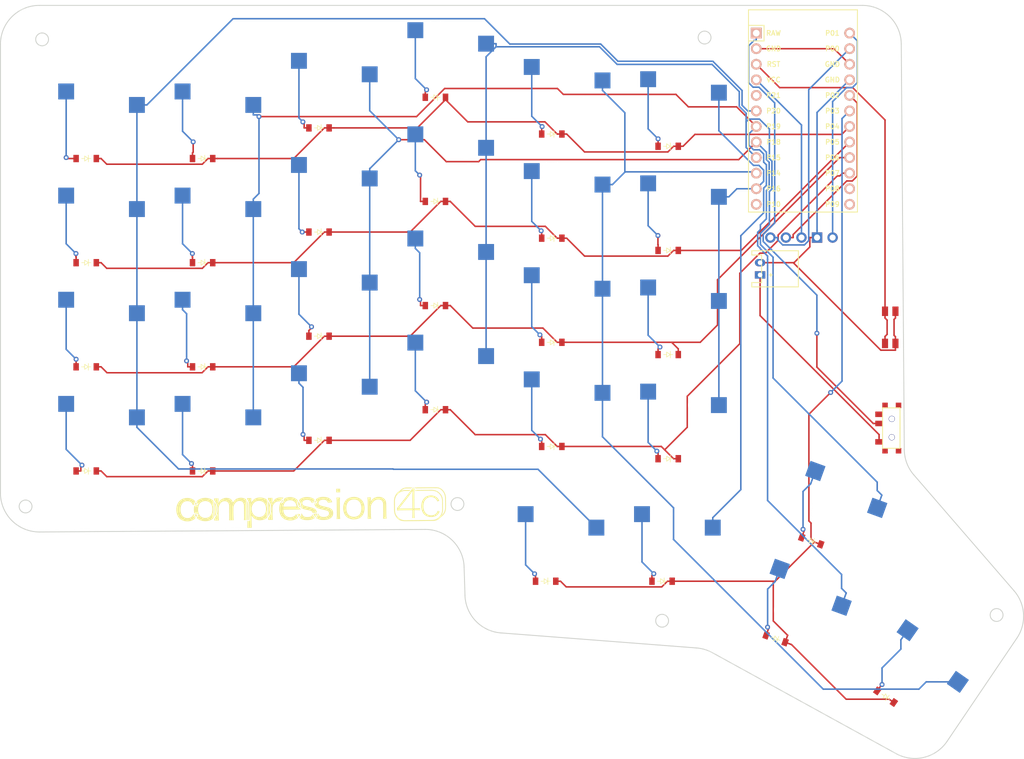
<source format=kicad_pcb>
(kicad_pcb (version 20221018) (generator pcbnew)
  (title_block (title "board") (rev "v1.0.0") (company "Unknown"))
  (layers (0 "F.Cu" signal) (31 "B.Cu" signal) (34 "B.Paste" user) (35 "F.Paste" user) (36 "B.SilkS" user "B.Silkscreen") (37 "F.SilkS" user "F.Silkscreen") (38 "B.Mask" user) (39 "F.Mask" user) (44 "Edge.Cuts" user))
  (net 0 "")
  (net 1 "outer_bottom")
  (net 2 "P20")
  (net 3 "outer_home")
  (net 4 "outer_top")
  (net 5 "outer_num")
  (net 6 "pinky_bottom")
  (net 7 "P19")
  (net 8 "pinky_home")
  (net 9 "pinky_top")
  (net 10 "pinky_num")
  (net 11 "ring_bottom")
  (net 12 "P18")
  (net 13 "ring_home")
  (net 14 "ring_top")
  (net 15 "ring_num")
  (net 16 "middle_bottom")
  (net 17 "P15")
  (net 18 "middle_home")
  (net 19 "middle_top")
  (net 20 "middle_num")
  (net 21 "index_bottom")
  (net 22 "P14")
  (net 23 "index_home")
  (net 24 "index_top")
  (net 25 "index_num")
  (net 26 "inner_bottom")
  (net 27 "P16")
  (net 28 "inner_home")
  (net 29 "inner_top")
  (net 30 "inner_num")
  (net 31 "near1_home")
  (net 32 "near2_home")
  (net 33 "home_home")
  (net 34 "home_top")
  (net 35 "far_home")
  (net 36 "P7")
  (net 37 "P6")
  (net 38 "P5")
  (net 39 "P4")
  (net 40 "P3")
  (net 41 "RAW")
  (net 42 "GND")
  (net 43 "RST")
  (net 44 "VCC")
  (net 45 "P21")
  (net 46 "P10")
  (net 47 "P1")
  (net 48 "P0")
  (net 49 "P2")
  (net 50 "P8")
  (net 51 "P9")
  (net 52 "Bplus")
  (footprint "E73:SPDT_C128955" (layer "F.Cu") (at 159.64 85.91 -90)
    (fp_text reference "T1" hide)
    (fp_text value "" hide)
  )
  (footprint "PG1350" (layer "F.Cu") (at 28.14 36.91)
    (fp_text reference "S4" hide)
    (fp_text value "" hide)
  )
  (footprint "PG1350" (layer "F.Cu") (at 123.14 34.91)
    (fp_text reference "S24" hide)
    (fp_text value "" hide)
  )
  (footprint "PG1350" (layer "F.Cu") (at 123.14 68.91)
    (fp_text reference "S22" hide)
    (fp_text value "" hide)
  )
  (footprint "PG1350" (layer "F.Cu") (at 85.14 43.91)
    (fp_text reference "S15" hide)
    (fp_text value "" hide)
  )
  (footprint "PG1350" (layer "F.Cu") (at 85.14 26.91)
    (fp_text reference "S16" hide)
    (fp_text value "" hide)
  )
  (footprint "PG1350" (layer "F.Cu") (at 28.14 53.91)
    (fp_text reference "S3" hide)
    (fp_text value "" hide)
  )
  (footprint "PG1350" (layer "F.Cu") (at 47.14 36.91)
    (fp_text reference "S8" hide)
    (fp_text value "" hide)
  )
  (footprint "PG1350" (layer "F.Cu") (at 66.14 65.91)
    (fp_text reference "S10" hide)
    (fp_text value "" hide)
  )
  (footprint "PG1350" (layer "F.Cu") (at 47.14 87.91)
    (fp_text reference "S5" hide)
    (fp_text value "" hide)
  )
  (footprint "PG1350" (layer "F.Cu") (at 104.14 83.91)
    (fp_text reference "S17" hide)
    (fp_text value "" hide)
  )
  (footprint "JST_PH_S2B-PH-K_02x2.00mm_Angled" (layer "F.Cu") (at 138.14 59.91 90)
    (fp_text reference "JST1" hide)
    (fp_text value "" hide)
  )
  (footprint "PG1350" (layer "F.Cu") (at 28.14 70.91)
    (fp_text reference "S2" hide)
    (fp_text value "" hide)
  )
  (footprint "lib:OLED_headers" (layer "F.Cu") (at 137.64 56.41 90)
    (fp_text reference "OLED1" hide)
    (fp_text value "OLED")
  )
  (footprint "PG1350" (layer "F.Cu") (at 85.14 77.91)
    (fp_text reference "S13" hide)
    (fp_text value "" hide)
  )
  (footprint "PG1350" (layer "F.Cu") (at 85.14 60.91)
    (fp_text reference "S14" hide)
    (fp_text value "" hide)
  )
  (footprint "PG1350" (layer "F.Cu") (at 104.14 66.91)
    (fp_text reference "S18" hide)
    (fp_text value "" hide)
  )
  (footprint "PG1350" (layer "F.Cu") (at 104.14 49.91)
    (fp_text reference "S19" hide)
    (fp_text value "" hide)
  )
  (footprint "PG1350" (layer "F.Cu") (at 148.1998 99.6324 -20)
    (fp_text reference "S28" hide)
    (fp_text value "" hide)
  )
  (footprint "PG1350" (layer "F.Cu") (at 66.14 48.91)
    (fp_text reference "S11" hide)
    (fp_text value "" hide)
  )
  (footprint "PG1350" (layer "F.Cu") (at 28.14 87.91)
    (fp_text reference "S1" hide)
    (fp_text value "" hide)
  )
  (footprint "Button_Switch_SMD:Panasonic_EVQPUL_EVQPUC" (layer "F.Cu") (at 159.385 69.469 -90)
    (fp_text reference "Panasonic_EVQPUL_EVQPUC" hide)
    (fp_text value "Panasonic_EVQPUL_EVQPUC")
  )
  (footprint "PG1350" (layer "F.Cu") (at 47.14 53.91)
    (fp_text reference "S7" hide)
    (fp_text value "" hide)
  )
  (footprint "PG1350" (layer "F.Cu") (at 47.14 70.91)
    (fp_text reference "S6" hide)
    (fp_text value "" hide)
  )
  (footprint "PG1350" (layer "F.Cu") (at 142.3854 115.6072 -20)
    (fp_text reference "S27" hide)
    (fp_text value "" hide)
  )
  (footprint "PG1350" (layer "F.Cu") (at 66.14 31.91)
    (fp_text reference "S12" hide)
    (fp_text value "" hide)
  )
  (footprint "PG1350" (layer "F.Cu") (at 103.14 105.91)
    (fp_text reference "S25" hide)
    (fp_text value "" hide)
  )
  (footprint "PG1350" (layer "F.Cu") (at 66.14 82.91)
    (fp_text reference "S9" hide)
    (fp_text value "" hide)
  )
  (footprint "PG1350" (layer "F.Cu") (at 123.14 85.91)
    (fp_text reference "S21" hide)
    (fp_text value "" hide)
  )
  (footprint "PG1350" (layer "F.Cu") (at 123.14 51.91)
    (fp_text reference "S23" hide)
    (fp_text value "" hide)
  )
  (footprint "PG1350" (layer "F.Cu") (at 122.14 105.91)
    (fp_text reference "S26" hide)
    (fp_text value "" hide)
  )
  (footprint "PG1350" (layer "F.Cu") (at 104.14 32.91)
    (fp_text reference "S20" hide)
    (fp_text value "" hide)
  )
  (footprint "ProMicro" (layer "F.Cu") (at 145.14 35.41 -90)
    (fp_text reference "MCU1" hide)
    (fp_text value "" hide)
  )
  (footprint "PG1350" (layer "F.Cu") (at 161.4911 125.6633 -35)
    (fp_text reference "S29" hide)
    (fp_text value "" hide)
  )
  (footprint "ComboDiode" (layer "B.Cu") (at 47.14 75.91 180)
    (fp_text reference "D6" hide)
    (fp_text value "" hide)
  )
  (footprint "ComboDiode" (layer "B.Cu") (at 122.14 110.91 180)
    (fp_text reference "D26" hide)
    (fp_text value "" hide)
  )
  (footprint "ComboDiode" (layer "B.Cu") (at 123.14 39.91 180)
    (fp_text reference "D24" hide)
    (fp_text value "" hide)
  )
  (footprint "ComboDiode" (layer "B.Cu") (at 104.14 54.91 180)
    (fp_text reference "D19" hide)
    (fp_text value "" hide)
  )
  (footprint "ComboDiode" (layer "B.Cu") (at 85.14 48.91 180)
    (fp_text reference "D15" hide)
    (fp_text value "" hide)
  )
  (footprint "ComboDiode" (layer "B.Cu") (at 66.14 87.91 180)
    (fp_text reference "D9" hide)
    (fp_text value "" hide)
  )
  (footprint "ComboDiode" (layer "B.Cu") (at 85.14 82.91 180)
    (fp_text reference "D13" hide)
    (fp_text value "" hide)
  )
  (footprint "ComboDiode" (layer "B.Cu") (at 104.14 37.91 180)
    (fp_text reference "D20" hide)
    (fp_text value "" hide)
  )
  (footprint "ComboDiode" (layer "B.Cu") (at 146.4897 104.3309 160)
    (fp_text reference "D28" hide)
    (fp_text value "" hide)
  )
  (footprint "ComboDiode" (layer "B.Cu") (at 158.6232 129.7591 145)
    (fp_text reference "D29" hide)
    (fp_text value "" hide)
  )
  (footprint "ComboDiode" (layer "B.Cu") (at 66.14 70.91 180)
    (fp_text reference "D10" hide)
    (fp_text value "" hide)
  )
  (footprint "ComboDiode" (layer "B.Cu") (at 104.14 71.91 180)
    (fp_text reference "D18" hide)
    (fp_text value "" hide)
  )
  (footprint "ComboDiode" (layer "B.Cu") (at 123.14 90.91 180)
    (fp_text reference "D21" hide)
    (fp_text value "" hide)
  )
  (footprint "ComboDiode" (layer "B.Cu") (at 47.14 92.91 180)
    (fp_text reference "D5" hide)
    (fp_text value "" hide)
  )
  (footprint "ComboDiode" (layer "B.Cu") (at 47.14 41.91 180)
    (fp_text reference "D8" hide)
    (fp_text value "" hide)
  )
  (footprint "ComboDiode" (layer "B.Cu") (at 28.14 41.91 180)
    (fp_text reference "D4" hide)
    (fp_text value "" hide)
  )
  (footprint "ComboDiode" (layer "B.Cu") (at 103.14 110.91 180)
    (fp_text reference "D25" hide)
    (fp_text value "" hide)
  )
  (footprint "ComboDiode" (layer "B.Cu") (at 85.14 31.91 180)
    (fp_text reference "D16" hide)
    (fp_text value "" hide)
  )
  (footprint "ComboDiode" (layer "B.Cu") (at 123.14 56.91 180)
    (fp_text reference "D23" hide)
    (fp_text value "" hide)
  )
  (footprint "ComboDiode" (layer "B.Cu") (at 28.14 92.91 180)
    (fp_text reference "D1" hide)
    (fp_text value "" hide)
  )
  (footprint "ComboDiode" (layer "B.Cu") (at 28.14 75.91 180)
    (fp_text reference "D2" hide)
    (fp_text value "" hide)
  )
  (footprint "ComboDiode" (layer "B.Cu") (at 66.14 53.91 180)
    (fp_text reference "D11" hide)
    (fp_text value "" hide)
  )
  (footprint "ComboDiode" (layer "B.Cu") (at 66.14 36.91 180)
    (fp_text reference "D12" hide)
    (fp_text value "" hide)
  )
  (footprint "ComboDiode" (layer "B.Cu") (at 140.6753 120.3056 160)
    (fp_text reference "D27" hide)
    (fp_text value "" hide)
  )
  (footprint "ComboDiode" (layer "B.Cu") (at 104.14 88.91 180)
    (fp_text reference "D17" hide)
    (fp_text value "" hide)
  )
  (footprint "ComboDiode" (layer "B.Cu") (at 123.14 73.91 180)
    (fp_text reference "D22" hide)
    (fp_text value "" hide)
  )
  (footprint "ComboDiode" (layer "B.Cu") (at 28.14 58.91 180)
    (fp_text reference "D3" hide)
    (fp_text value "" hide)
  )
  (footprint "ComboDiode" (layer "B.Cu") (at 85.14 65.91 180)
    (fp_text reference "D14" hide)
    (fp_text value "" hide)
  )
  (footprint "ComboDiode" (layer "B.Cu") (at 47.14 58.91 180)
    (fp_text reference "D7" hide)
    (fp_text value "" hide)
  )
  (gr_poly (pts (xy 56.563143 97.239696) (xy 56.626807 97.24184) (xy 56.690244 97.245913) (xy 56.753448 97.251967) (xy 56.816411 97.260052) (xy 56.879126 97.27022) (xy 56.941587 97.28252) (xy 57.003787 97.297005) (xy 57.065719 97.313724) (xy 57.127378 97.332729) (xy 57.188754 97.354069) (xy 57.249843 97.377798) (xy 57.277175 97.389398) (xy 57.304153 97.401567) (xy 57.330779 97.414302) (xy 57.35705 97.427599) (xy 57.382969 97.441456) (xy 57.408533 97.455868) (xy 57.433744 97.470833) (xy 57.458602 97.486347) (xy 57.483106 97.502408) (xy 57.507256 97.519011) (xy 57.531051 97.536154) (xy 57.554494 97.553832) (xy 57.577583 97.572043) (xy 57.600318 97.590785) (xy 57.622699 97.610052) (xy 57.644725 97.629843) (xy 57.649058 97.634107) (xy 57.653211 97.638691) (xy 57.65718 97.643567) (xy 57.660963 97.648706) (xy 57.664556 97.654078) (xy 57.667955 97.659654) (xy 57.671155 97.665406) (xy 57.674156 97.671305) (xy 57.676952 97.677322) (xy 57.679539 97.683428) (xy 57.681915 97.689593) (xy 57.684076 97.69579) (xy 57.686017 97.701988) (xy 57.687737 97.708159) (xy 57.689231 97.714275) (xy 57.690495 97.720305) (xy 57.692242 97.729846) (xy 57.69378 97.739437) (xy 57.696292 97.758749) (xy 57.698141 97.778203) (xy 57.699437 97.797763) (xy 57.700291 97.81739) (xy 57.700812 97.837046) (xy 57.701303 97.876294) (xy 57.721093 100.144057) (xy 57.721015 100.219683) (xy 57.720352 100.257511) (xy 57.719209 100.295322) (xy 57.717538 100.333096) (xy 57.715292 100.370811) (xy 57.712424 100.408449) (xy 57.708885 100.445986) (xy 57.707979 100.452883) (xy 57.70667 100.459879) (xy 57.704979 100.466941) (xy 57.702924 100.474038) (xy 57.700523 100.481138) (xy 57.697797 100.48821) (xy 57.694762 100.495221) (xy 57.691439 100.502139) (xy 57.687846 100.508934) (xy 57.684002 100.515572) (xy 57.679925 100.522023) (xy 57.675635 100.528253) (xy 57.671151 100.534234) (xy 57.666491 100.53993) (xy 57.661675 100.545312) (xy 57.656719 100.550346) (xy 57.612516 100.590818) (xy 57.567087 100.6287) (xy 57.52047 100.664077) (xy 57.472706 100.697023) (xy 57.423837 100.72762) (xy 57.373901 100.755948) (xy 57.322939 100.782086) (xy 57.270991 100.806112) (xy 57.218098 100.828107) (xy 57.164299 100.848149) (xy 57.109637 100.866317) (xy 57.054149 100.882693) (xy 56.997876 100.897355) (xy 56.940859 100.910382) (xy 56.883138 100.921853) (xy 56.824753 100.931848) (xy 56.737242 100.944085) (xy 56.650417 100.953029) (xy 56.564309 100.958543) (xy 56.478946 100.960491) (xy 56.394356 100.958737) (xy 56.31057 100.953145) (xy 56.227617 100.943579) (xy 56.145525 100.929904) (xy 56.064324 100.911983) (xy 55.984042 100.88968) (xy 55.90471 100.862858) (xy 55.826355 100.831384) (xy 55.749008 100.795119) (xy 55.672696 100.753929) (xy 55.597451 100.707678) (xy 55.5233 100.656228) (xy 55.497674 100.636513) (xy 55.473023 100.615931) (xy 55.449256 100.594563) (xy 55.426282 100.572489) (xy 55.404009 100.54979) (xy 55.382344 100.526545) (xy 55.361198 100.502835) (xy 55.340478 100.478742) (xy 55.29995 100.429727) (xy 55.26003 100.380143) (xy 55.219983 100.330632) (xy 55.179078 100.281841) (xy 55.173035 100.275038) (xy 55.166851 100.268334) (xy 55.160551 100.261706) (xy 55.154162 100.255127) (xy 55.128237 100.228758) (xy 55.126811 100.229446) (xy 55.125238 100.230141) (xy 55.123539 100.230847) (xy 55.121734 100.231571) (xy 55.117895 100.233087) (xy 55.115903 100.233891) (xy 55.11389 100.234731) (xy 55.166513 102.192741) (xy 54.441026 102.199072) (xy 54.457801 101.080251) (xy 54.694831 101.078182) (xy 54.742881 101.077937) (xy 54.761699 101.07754) (xy 54.77738 101.076667) (xy 54.790174 101.0751) (xy 54.795566 101.073988) (xy 54.800331 101.072621) (xy 54.804499 101.070969) (xy 54.808103 101.069008) (xy 54.811172 101.066709) (xy 54.813739 101.064044) (xy 54.815834 101.060987) (xy 54.81749 101.05751) (xy 54.818737 101.053585) (xy 54.819607 101.049186) (xy 54.820131 101.044286) (xy 54.820339 101.038856) (xy 54.819939 101.026298) (xy 54.818655 101.011293) (xy 54.816738 100.993623) (xy 54.812008 100.949414) (xy 54.795052 100.771094) (xy 54.779151 100.592722) (xy 54.772294 100.503497) (xy 54.766539 100.414236) (xy 54.762163 100.324932) (xy 54.759448 100.235576) (xy 54.746643 99.11684) (xy 55.148844 99.11333) (xy 55.150463 99.163486) (xy 55.153259 99.213757) (xy 55.157147 99.264117) (xy 55.163599 99.324898) (xy 55.172293 99.384688) (xy 55.183266 99.443469) (xy 55.196557 99.501216) (xy 55.212204 99.55791) (xy 55.230243 99.613528) (xy 55.250711 99.668051) (xy 55.273647 99.721456) (xy 55.299086 99.773721) (xy 55.327068 99.824824) (xy 55.357629 99.874747) (xy 55.390807 99.923465) (xy 55.426638 99.970959) (xy 55.465161 100.017206) (xy 55.506412 100.062185) (xy 55.55043 100.105875) (xy 55.587421 100.139524) (xy 55.625256 100.171131) (xy 55.663933 100.200725) (xy 55.703449 100.228335) (xy 55.743801 100.253994) (xy 55.784989 100.277731) (xy 55.827009 100.299575) (xy 55.869858 100.319559) (xy 55.913535 100.33771) (xy 55.958038 100.354061) (xy 56.003363 100.368642) (xy 56.049508 100.381484) (xy 56.096471 100.392615) (xy 56.144249 100.402067) (xy 56.192841 100.40987) (xy 56.242243 100.416054) (xy 56.33423 100.422926) (xy 56.424023 100.423603) (xy 56.511452 100.418118) (xy 56.596348 100.406511) (xy 56.678543 100.388819) (xy 56.757866 100.365077) (xy 56.83415 100.335324) (xy 56.907225 100.299597) (xy 56.976921 100.257932) (xy 57.04307 100.210367) (xy 57.105504 100.156938) (xy 57.164053 100.097683) (xy 57.218548 100.032638) (xy 57.26882 99.961842) (xy 57.314699 99.88533) (xy 57.356018 99.80314) (xy 57.373217 99.763861) (xy 57.389079 99.724246) (xy 57.403631 99.684262) (xy 57.416899 99.643875) (xy 57.428908 99.603054) (xy 57.439684 99.561766) (xy 57.449255 99.519978) (xy 57.457646 99.47766) (xy 57.464883 99.434776) (xy 57.470991 99.391295) (xy 57.475998 99.347185) (xy 57.479929 99.302412) (xy 57.48281 99.256945) (xy 57.484667 99.210751) (xy 57.485527 99.163797) (xy 57.485415 99.116053) (xy 57.486982 99.060072) (xy 57.486185 99.002041) (xy 57.482958 98.94229) (xy 57.477236 98.881155) (xy 57.468954 98.818966) (xy 57.458047 98.756058) (xy 57.451588 98.724437) (xy 57.444447 98.692761) (xy 57.436618 98.661071) (xy 57.428091 98.629409) (xy 57.403705 98.550235) (xy 57.376084 98.474316) (xy 57.345131 98.401763) (xy 57.310744 98.332681) (xy 57.272825 98.267181) (xy 57.231275 98.20537) (xy 57.185995 98.147357) (xy 57.136884 98.093249) (xy 57.083845 98.043155) (xy 57.026777 97.997183) (xy 56.996702 97.975778) (xy 56.965583 97.955443) (xy 56.933406 97.936193) (xy 56.900162 97.918041) (xy 56.865835 97.901001) (xy 56.830414 97.885086) (xy 56.793888 97.87031) (xy 56.756243 97.856687) (xy 56.677547 97.832951) (xy 56.594227 97.813987) (xy 56.487419 97.79758) (xy 56.382751 97.790015) (xy 56.280462 97.791055) (xy 56.18079 97.800474) (xy 56.083972 97.818038) (xy 55.990247 97.843516) (xy 55.899851 97.876676) (xy 55.813023 97.917288) (xy 55.73 97.96512) (xy 55.65102 98.019941) (xy 55.576323 98.081518) (xy 55.506144 98.149622) (xy 55.440721 98.22402) (xy 55.380294 98.304481) (xy 55.325099 98.390774) (xy 55.275374 98.482667) (xy 55.253611 98.529139) (xy 55.234176 98.576041) (xy 55.216983 98.623346) (xy 55.201943 98.671032) (xy 55.188966 98.719075) (xy 55.177966 98.76745) (xy 55.168852 98.816133) (xy 55.161537 98.865098) (xy 55.155932 98.914323) (xy 55.151949 98.963783) (xy 55.149499 99.013453) (xy 55.148493 99.063311) (xy 55.148844 99.11333) (xy 54.746643 99.11684) (xy 54.738619 98.415832) (xy 54.73746 98.371814) (xy 54.735238 98.327981) (xy 54.731919 98.284348) (xy 54.727472 98.240933) (xy 54.721865 98.197752) (xy 54.715065 98.154821) (xy 54.70704 98.112158) (xy 54.69776 98.06978) (xy 54.687189 98.027703) (xy 54.6753 97.985943) (xy 54.662056 97.944519) (xy 54.647427 97.903445) (xy 54.63138 97.862741) (xy 54.613884 97.822421) (xy 54.594907 97.782502) (xy 54.574416 97.743002) (xy 54.563117 97.722989) (xy 54.551192 97.703255) (xy 54.538691 97.683823) (xy 54.52566 97.664711) (xy 54.512146 97.64594) (xy 54.498199 97.627532) (xy 54.483865 97.609506) (xy 54.469192 97.591885) (xy 54.458064 97.578043) (xy 54.447849 97.563976) (xy 54.438537 97.549676) (xy 54.430119 97.535135) (xy 54.422581 97.520347) (xy 54.415912 97.505303) (xy 54.410102 97.489998) (xy 54.405137 97.474424) (xy 54.40101 97.458575) (xy 54.397706 97.442442) (xy 54.395217 97.426018) (xy 54.393528 97.409297) (xy 54.39263 97.39227) (xy 54.392512 97.374933) (xy 54.393162 97.357276) (xy 54.394569 97.339293) (xy 55.083624 97.33328) (xy 55.089633 98.021885) (xy 55.097916 98.013568) (xy 55.105729 98.005888) (xy 55.120072 97.991932) (xy 55.126661 97.985401) (xy 55.132904 97.979001) (xy 55.138832 97.972602) (xy 55.141686 97.969365) (xy 55.144473 97.96608) (xy 55.197636 97.901005) (xy 55.250332 97.835554) (xy 55.276837 97.802989) (xy 55.303624 97.77069) (xy 55.330825 97.738776) (xy 55.358573 97.70737) (xy 55.40363 97.65964) (xy 55.450081 97.614548) (xy 55.497918 97.572086) (xy 55.547132 97.532246) (xy 55.597712 97.495022) (xy 55.64965 97.460407) (xy 55.702935 97.428393) (xy 55.757561 97.398974) (xy 55.813517 97.372142) (xy 55.870792 97.347889) (xy 55.929379 97.326209) (xy 55.989268 97.307096) (xy 56.050449 97.29054) (xy 56.112915 97.276536) (xy 56.176654 97.265075) (xy 56.241659 97.256152) (xy 56.306354 97.249408) (xy 56.370858 97.244339) (xy 56.435163 97.240997) (xy 56.49926 97.239433)) (fill solid) (layer "F.SilkS"))
  (gr_poly (pts (xy 81.486099 95.753603) (xy 81.501058 95.754211) (xy 81.528114 95.755434) (xy 81.55535 95.755965) (xy 81.582866 95.755956) (xy 81.610764 95.755559) (xy 81.66811 95.754207) (xy 81.7282 95.753128) (xy 81.721332 95.874693) (xy 81.718443 95.932666) (xy 81.717415 95.961299) (xy 81.716771 95.989828) (xy 81.710397 96.451387) (xy 81.7082 96.682158) (xy 81.707734 96.912914) (xy 81.720325 98.922549) (xy 81.720675 98.933505) (xy 81.721539 98.943766) (xy 81.722927 98.953327) (xy 81.724853 98.962184) (xy 81.726021 98.966348) (xy 81.727328 98.970334) (xy 81.728775 98.974142) (xy 81.730366 98.97777) (xy 81.732099 98.981219) (xy 81.733979 98.984488) (xy 81.736004 98.987576) (xy 81.738178 98.990483) (xy 81.740503 98.993209) (xy 81.742978 98.995751) (xy 81.745607 98.998112) (xy 81.748391 99.000287) (xy 81.751331 99.002279) (xy 81.754428 99.004087) (xy 81.757685 99.005709) (xy 81.761102 99.007144) (xy 81.764682 99.008394) (xy 81.768427 99.009455) (xy 81.772337 99.01033) (xy 81.776414 99.011015) (xy 81.780659 99.011512) (xy 81.785075 99.011821) (xy 81.789662 99.011938) (xy 81.794424 99.011864) (xy 82.172817 98.998161) (xy 82.551199 98.98277) (xy 82.557096 98.982473) (xy 82.562988 98.982032) (xy 82.574782 98.980772) (xy 82.586637 98.9791) (xy 82.598604 98.977127) (xy 82.623094 98.972717) (xy 82.635724 98.970502) (xy 82.648681 98.968425) (xy 82.651939 99.341738) (xy 82.555722 99.33375) (xy 82.508504 99.330276) (xy 82.48501 99.328983) (xy 82.461552 99.328106) (xy 82.133342 99.319612) (xy 81.805149 99.313143) (xy 81.79318 99.313154) (xy 81.782376 99.313671) (xy 81.777395 99.314132) (xy 81.772685 99.314735) (xy 81.76824 99.315486) (xy 81.764055 99.31639) (xy 81.760122 99.317451) (xy 81.756435 99.318676) (xy 81.752988 99.320068) (xy 81.749773 99.321636) (xy 81.746786 99.323381) (xy 81.744017 99.325311) (xy 81.741463 99.327429) (xy 81.739116 99.329743) (xy 81.73697 99.332257) (xy 81.735017 99.334976) (xy 81.733254 99.337904) (xy 81.73167 99.341049) (xy 81.730262 99.344415) (xy 81.729023 99.348007) (xy 81.727945 99.351829) (xy 81.727023 99.355888) (xy 81.72625 99.36019) (xy 81.72562 99.364738) (xy 81.724761 99.374598) (xy 81.724395 99.385507) (xy 81.72447 99.397511) (xy 81.730784 99.81173) (xy 81.734573 100.018834) (xy 81.739795 100.225925) (xy 81.741771 100.270448) (xy 81.744747 100.315014) (xy 81.748505 100.35968) (xy 81.752823 100.404498) (xy 81.762257 100.494813) (xy 81.771279 100.586397) (xy 81.354788 100.590032) (xy 81.357137 100.569471) (xy 81.359722 100.548972) (xy 81.365036 100.508077) (xy 81.36748 100.487642) (xy 81.369592 100.467189) (xy 81.371228 100.446698) (xy 81.372248 100.426149) (xy 81.379559 100.149453) (xy 81.384511 99.872777) (xy 81.385328 99.755299) (xy 81.385384 99.637744) (xy 81.384907 99.402724) (xy 81.384804 99.389905) (xy 81.384347 99.378395) (xy 81.383463 99.368127) (xy 81.382838 99.36344) (xy 81.382081 99.35904) (xy 81.38118 99.354917) (xy 81.380128 99.351066) (xy 81.378916 99.347478) (xy 81.377534 99.344144) (xy 81.375974 99.341055) (xy 81.374226 99.338205) (xy 81.372282 99.335586) (xy 81.370132 99.333189) (xy 81.367769 99.331006) (xy 81.365181 99.329028) (xy 81.362363 99.327248) (xy 81.359303 99.325658) (xy 81.355992 99.32425) (xy 81.352423 99.323016) (xy 81.348586 99.321947) (xy 81.344471 99.321035) (xy 81.340071 99.320274) (xy 81.335375 99.319653) (xy 81.325064 99.318804) (xy 81.313465 99.318423) (xy 81.300507 99.318446) (xy 79.369223 99.340698) (xy 79.31595 99.341876) (xy 79.262715 99.343708) (xy 79.156309 99.348741) (xy 78.943425 99.360158) (xy 78.93448 99.360494) (xy 78.925493 99.360693) (xy 78.907221 99.360811) (xy 78.868313 99.360813) (xy 78.866387 99.178769) (xy 78.865943 99.08922) (xy 78.866227 99.045065) (xy 79.229424 99.041896) (xy 81.387441 99.023063) (xy 81.372802 97.609723) (xy 81.372849 97.256817) (xy 81.379133 96.904052) (xy 81.394031 96.551412) (xy 81.419922 96.19888) (xy 81.400986 96.193648) (xy 81.395606 96.199898) (xy 81.390173 96.206098) (xy 81.379274 96.218465) (xy 81.373873 96.224695) (xy 81.368545 96.230998) (xy 81.363324 96.237406) (xy 81.358241 96.243949) (xy 81.111903 96.583963) (xy 80.988097 96.753532) (xy 80.86217 96.921643) (xy 80.656197 97.190416) (xy 80.448868 97.458273) (xy 80.032171 97.992234) (xy 79.260771 98.974152) (xy 79.258273 98.977541) (xy 79.255935 98.981078) (xy 79.25374 98.984757) (xy 79.251668 98.988569) (xy 79.2497 98.992506) (xy 79.247816 98.996562) (xy 79.244228 99.004995) (xy 79.237222 99.022936) (xy 79.233499 99.03232) (xy 79.229424 99.041896) (xy 78.866227 99.045065) (xy 78.866517 99.000081) (xy 78.866587 98.998391) (xy 78.866741 98.996691) (xy 78.866975 98.994986) (xy 78.867287 98.993274) (xy 78.86813 98.989838) (xy 78.869243 98.986388) (xy 78.870602 98.982934) (xy 78.87218 98.979483) (xy 78.873951 98.976041) (xy 78.875891 98.972618) (xy 78.877974 98.969219) (xy 78.880172 98.965854) (xy 78.882463 98.962528) (xy 78.884819 98.95925) (xy 78.889626 98.952866) (xy 78.894389 98.946761) (xy 79.093169 98.704267) (xy 79.192494 98.582978) (xy 79.29093 98.461106) (xy 79.411219 98.309905) (xy 79.530788 98.158203) (xy 79.76963 97.854635) (xy 80.079858 97.464754) (xy 80.234631 97.269395) (xy 80.388045 97.072868) (xy 80.857154 96.4626) (xy 81.089375 96.155695) (xy 81.318795 95.846663) (xy 81.328732 95.833558) (xy 81.33858 95.821555) (xy 81.348402 95.810626) (xy 81.358256 95.800747) (xy 81.363215 95.796193) (xy 81.368204 95.79189) (xy 81.373232 95.787837) (xy 81.378306 95.784029) (xy 81.383433 95.780462) (xy 81.388622 95.777134) (xy 81.393879 95.774041) (xy 81.399212 95.771181) (xy 81.404629 95.768548) (xy 81.410137 95.766142) (xy 81.415743 95.763957) (xy 81.421458 95.76199) (xy 81.427284 95.760239) (xy 81.433232 95.758699) (xy 81.43931 95.757368) (xy 81.445524 95.756242) (xy 81.451882 95.755317) (xy 81.458392 95.754592) (xy 81.471896 95.753721)) (fill solid) (layer "F.SilkS"))
  (gr_poly (pts (xy 75.770816 97.132338) (xy 75.789342 97.132904) (xy 75.807965 97.134228) (xy 75.826691 97.136373) (xy 75.845527 97.139403) (xy 75.864481 97.143381) (xy 75.874801 97.14539) (xy 75.885295 97.146601) (xy 75.895943 97.147115) (xy 75.906726 97.147032) (xy 75.917627 97.146453) (xy 75.928624 97.145477) (xy 75.95084 97.142739) (xy 75.973221 97.139621) (xy 75.995616 97.136923) (xy 76.006772 97.135983) (xy 76.017874 97.13545) (xy 76.028905 97.135423) (xy 76.039845 97.136003) (xy 76.095666 97.141358) (xy 76.150691 97.148506) (xy 76.204892 97.157526) (xy 76.258236 97.168493) (xy 76.310693 97.181487) (xy 76.362235 97.196586) (xy 76.412829 97.213867) (xy 76.462446 97.233409) (xy 76.511056 97.25529) (xy 76.558628 97.279588) (xy 76.605131 97.306379) (xy 76.650536 97.335744) (xy 76.694813 97.367759) (xy 76.737931 97.402504) (xy 76.779859 97.440054) (xy 76.820568 97.48049) (xy 76.849542 97.512078) (xy 76.876737 97.544435) (xy 76.902192 97.577545) (xy 76.925947 97.611393) (xy 76.94804 97.64596) (xy 76.968509 97.681233) (xy 76.987394 97.717195) (xy 77.004733 97.753829) (xy 77.020564 97.791118) (xy 77.034928 97.829048) (xy 77.047862 97.867603) (xy 77.059405 97.906764) (xy 77.069595 97.946517) (xy 77.078473 97.986846) (xy 77.086076 98.027734) (xy 77.092442 98.069166) (xy 77.09849 98.116253) (xy 77.103689 98.163486) (xy 77.108077 98.21083) (xy 77.111691 98.258254) (xy 77.114569 98.305728) (xy 77.116744 98.353219) (xy 77.118256 98.400694) (xy 77.119141 98.448122) (xy 77.14022 100.244924) (xy 77.141864 100.292159) (xy 77.145086 100.339411) (xy 77.149561 100.386674) (xy 77.154969 100.43394) (xy 77.179501 100.622871) (xy 77.180907 100.635192) (xy 77.181978 100.646094) (xy 77.182635 100.655666) (xy 77.182798 100.663993) (xy 77.182668 100.667717) (xy 77.182385 100.671162) (xy 77.181939 100.67434) (xy 77.181319 100.677261) (xy 77.180517 100.679937) (xy 77.17952 100.682378) (xy 77.17832 100.684594) (xy 77.176908 100.686598) (xy 77.175272 100.688398) (xy 77.173403 100.690008) (xy 77.171291 100.691437) (xy 77.168926 100.692697) (xy 77.166298 100.693797) (xy 77.163396 100.694749) (xy 77.160213 100.695565) (xy 77.156736 100.696254) (xy 77.148865 100.697298) (xy 77.139703 100.697968) (xy 77.129169 100.69835) (xy 77.117187 100.698532) (xy 76.887068 100.700203) (xy 76.656617 100.702552) (xy 76.647636 100.702519) (xy 76.63925 100.70207) (xy 76.631466 100.701174) (xy 76.627803 100.700548) (xy 76.624292 100.699798) (xy 76.620936 100.69892) (xy 76.617735 100.69791) (xy 76.614691 100.696764) (xy 76.611804 100.695479) (xy 76.609075 100.694049) (xy 76.606505 100.692473) (xy 76.604096 100.690745) (xy 76.601847 100.688861) (xy 76.599761 100.686817) (xy 76.597836 100.68461) (xy 76.596078 100.682236) (xy 76.594482 100.67969) (xy 76.593053 100.676969) (xy 76.591791 100.674068) (xy 76.590696 100.670984) (xy 76.589771 100.667713) (xy 76.589014 100.66425) (xy 76.588429 100.660592) (xy 76.588015 100.656736) (xy 76.587773 100.652676) (xy 76.587706 100.648408) (xy 76.587812 100.64393) (xy 76.588094 100.639237) (xy 76.588552 100.634325) (xy 76.604322 100.45276) (xy 76.613825 100.271081) (xy 76.61834 100.089318) (xy 76.619149 99.907504) (xy 76.610949 99.180347) (xy 76.608987 98.749279) (xy 76.605813 98.53387) (xy 76.600279 98.318607) (xy 76.598921 98.289844) (xy 76.596699 98.261237) (xy 76.59361 98.232794) (xy 76.589655 98.204525) (xy 76.584832 98.17644) (xy 76.57914 98.14855) (xy 76.572577 98.120863) (xy 76.565142 98.093391) (xy 76.556834 98.066141) (xy 76.547651 98.039125) (xy 76.537593 98.012354) (xy 76.526659 97.985835) (xy 76.514846 97.959581) (xy 76.502154 97.933598) (xy 76.488582 97.9079) (xy 76.474128 97.882493) (xy 76.463277 97.864637) (xy 76.452044 97.847395) (xy 76.440435 97.830759) (xy 76.428457 97.814721) (xy 76.416115 97.799271) (xy 76.403415 97.784403) (xy 76.390363 97.770108) (xy 76.376965 97.756376) (xy 76.363226 97.7432) (xy 76.349153 97.730572) (xy 76.334751 97.718482) (xy 76.320026 97.706924) (xy 76.304985 97.695888) (xy 76.289632 97.685365) (xy 76.258016 97.665829) (xy 76.225226 97.648247) (xy 76.191309 97.632554) (xy 76.156311 97.618683) (xy 76.120279 97.606566) (xy 76.083261 97.596137) (xy 76.045304 97.587328) (xy 76.006452 97.580073) (xy 75.966755 97.574305) (xy 75.898415 97.567436) (xy 75.831515 97.564494) (xy 75.76604 97.56544) (xy 75.701972 97.57024) (xy 75.639294 97.578859) (xy 75.577991 97.591257) (xy 75.518045 97.607402) (xy 75.459439 97.627255) (xy 75.402156 97.650781) (xy 75.34618 97.677944) (xy 75.291494 97.708709) (xy 75.238082 97.743037) (xy 75.185925 97.780895) (xy 75.135009 97.822244) (xy 75.085315 97.867051) (xy 75.036827 97.915278) (xy 75.001541 97.952796) (xy 74.967263 97.990871) (xy 74.934051 98.029537) (xy 74.901959 98.068835) (xy 74.871043 98.108799) (xy 74.841358 98.149467) (xy 74.812962 98.190877) (xy 74.785908 98.233065) (xy 74.760253 98.276068) (xy 74.736052 98.319924) (xy 74.713361 98.364669) (xy 74.692236 98.410341) (xy 74.672732 98.456977) (xy 74.654905 98.504612) (xy 74.638812 98.553286) (xy 74.624506 98.603035) (xy 74.620211 98.620436) (xy 74.616477 98.638107) (xy 74.613314 98.655982) (xy 74.610732 98.674) (xy 74.608741 98.692098) (xy 74.607351 98.710212) (xy 74.606571 98.728277) (xy 74.606414 98.746232) (xy 74.610853 99.473984) (xy 74.614423 99.837806) (xy 74.620019 100.201695) (xy 74.622191 100.262232) (xy 74.626049 100.322753) (xy 74.631217 100.383263) (xy 74.637311 100.443765) (xy 74.650764 100.56476) (xy 74.663375 100.68576) (xy 74.663688 100.687294) (xy 74.663933 100.688866) (xy 74.664115 100.690487) (xy 74.664241 100.692163) (xy 74.664314 100.693903) (xy 74.664341 100.695715) (xy 74.664274 100.699585) (xy 74.664086 100.703836) (xy 74.663817 100.708529) (xy 74.663511 100.713729) (xy 74.66321 100.719498) (xy 74.596646 100.720079) (xy 74.158561 100.723453) (xy 74.1433 100.723464) (xy 74.129831 100.723153) (xy 74.11805 100.722421) (xy 74.11276 100.721869) (xy 74.107854 100.721175) (xy 74.103318 100.720329) (xy 74.099139 100.719318) (xy 74.095305 100.71813) (xy 74.091801 100.716753) (xy 74.088616 100.715176) (xy 74.085738 100.713385) (xy 74.083151 100.711371) (xy 74.080844 100.709119) (xy 74.078804 100.706618) (xy 74.077017 100.703857) (xy 74.075472 100.700822) (xy 74.074154 100.697504) (xy 74.073051 100.693888) (xy 74.07215 100.689964) (xy 74.071438 100.685719) (xy 74.070901 100.681141) (xy 74.070305 100.67094) (xy 74.070257 100.659263) (xy 74.070654 100.646016) (xy 74.071392 100.631102) (xy 74.090487 100.312865) (xy 74.094562 100.233246) (xy 74.097777 100.153619) (xy 74.099845 100.073991) (xy 74.100472 99.99437) (xy 74.093854 98.89442) (xy 74.080823 97.794527) (xy 74.078847 97.726904) (xy 74.075047 97.659297) (xy 74.069834 97.591703) (xy 74.063621 97.524117) (xy 74.049833 97.388957) (xy 74.036973 97.25379) (xy 74.036672 97.249058) (xy 74.036509 97.244263) (xy 74.03645 97.23934) (xy 74.036464 97.234227) (xy 74.036578 97.223177) (xy 74.036616 97.217116) (xy 74.036596 97.210611) (xy 74.594766 97.205739) (xy 74.592615 97.291401) (xy 74.593235 97.376933) (xy 74.597522 97.54757) (xy 74.59855 97.632656) (xy 74.59708 97.717574) (xy 74.594995 97.759967) (xy 74.591791 97.802314) (xy 74.587304 97.844615) (xy 74.581368 97.886867) (xy 74.664403 97.763345) (xy 74.706356 97.703562) (xy 74.750292 97.646711) (xy 74.796206 97.592793) (xy 74.844094 97.541805) (xy 74.893953 97.493748) (xy 74.945779 97.448619) (xy 74.999568 97.406416) (xy 75.055316 97.367138) (xy 75.113017 97.330785) (xy 75.172671 97.297354) (xy 75.234271 97.266846) (xy 75.297814 97.239258) (xy 75.363295 97.214589) (xy 75.430712 97.192838) (xy 75.50006 97.174003) (xy 75.571334 97.158085) (xy 75.607231 97.150939) (xy 75.643226 97.1443) (xy 75.679378 97.138671) (xy 75.69753 97.136394) (xy 75.715743 97.134559) (xy 75.734023 97.133228) (xy 75.752379 97.132467)) (fill solid) (layer "F.SilkS"))
  (gr_poly (pts (xy 69.561204 97.388939) (xy 69.555867 97.457181) (xy 69.553713 97.49112) (xy 69.552044 97.52503) (xy 69.547454 97.642471) (xy 69.543579 97.759904) (xy 69.541138 97.877326) (xy 69.540679 97.93603) (xy 69.540848 97.994728) (xy 69.549292 99.097754) (xy 69.561448 100.200411) (xy 69.563121 100.259622) (xy 69.566242 100.318852) (xy 69.570534 100.378092) (xy 69.575717 100.437335) (xy 69.599768 100.674176) (xy 69.600861 100.687106) (xy 69.601499 100.698798) (xy 69.601615 100.709312) (xy 69.601147 100.718701) (xy 69.600674 100.722992) (xy 69.60003 100.727023) (xy 69.599207 100.730803) (xy 69.598198 100.734336) (xy 69.596993 100.73763) (xy 69.595586 100.740694) (xy 69.593968 100.743533) (xy 69.592131 100.746155) (xy 69.590067 100.748566) (xy 69.587767 100.750775) (xy 69.585223 100.752787) (xy 69.582429 100.754611) (xy 69.579375 100.756253) (xy 69.576053 100.75772) (xy 69.572456 100.759018) (xy 69.568574 100.760157) (xy 69.564401 100.761141) (xy 69.559927 100.76198) (xy 69.550049 100.763245) (xy 69.538872 100.764008) (xy 69.526335 100.764328) (xy 69.290424 100.765825) (xy 69.172509 100.766531) (xy 69.054517 100.767996) (xy 69.04771 100.767974) (xy 69.041452 100.767608) (xy 69.038525 100.767292) (xy 69.035732 100.766885) (xy 69.033073 100.766386) (xy 69.030546 100.765794) (xy 69.028149 100.765106) (xy 69.025883 100.764321) (xy 69.023745 100.763438) (xy 69.021735 100.762454) (xy 69.019852 100.76137) (xy 69.018095 100.760181) (xy 69.016463 100.758888) (xy 69.014955 100.757489) (xy 69.013569 100.755982) (xy 69.012306 100.754366) (xy 69.011164 100.752639) (xy 69.010142 100.750799) (xy 69.009238 100.748846) (xy 69.008453 100.746776) (xy 69.007785 100.744589) (xy 69.007232 100.742284) (xy 69.006794 100.739859) (xy 69.00647 100.737311) (xy 69.00626 100.734641) (xy 69.00616 100.731846) (xy 69.006173 100.728924) (xy 69.006294 100.725873) (xy 69.006865 100.719382) (xy 69.012754 100.673521) (xy 69.018939 100.627741) (xy 69.021761 100.604859) (xy 69.024198 100.58197) (xy 69.026096 100.559063) (xy 69.027304 100.536132) (xy 69.039033 100.256474) (xy 69.042999 100.116619) (xy 69.043954 100.046726) (xy 69.044015 99.976874) (xy 69.033992 98.834728) (xy 69.019585 97.692957) (xy 69.018104 97.649133) (xy 69.015012 97.605355) (xy 69.010675 97.561609) (xy 69.005464 97.517881) (xy 68.993891 97.430423) (xy 68.988268 97.386668) (xy 68.983246 97.342874) (xy 68.979392 97.300625) (xy 68.974828 97.254334) (xy 69.573027 97.249113)) (fill solid) (layer "F.SilkS"))
  (gr_poly (pts (xy 83.432335 95.576943) (xy 85.296713 95.567701) (xy 85.380883 95.569884) (xy 85.463041 95.57668) (xy 85.543198 95.588008) (xy 85.621368 95.603783) (xy 85.697562 95.623922) (xy 85.771792 95.648339) (xy 85.844073 95.676954) (xy 85.914414 95.709679) (xy 85.98283 95.746433) (xy 86.049333 95.787131) (xy 86.113935 95.83169) (xy 86.176649 95.880025) (xy 86.237486 95.932054) (xy 86.296461 95.987692) (xy 86.353584 96.046856) (xy 86.408869 96.109461) (xy 86.467021 96.181569) (xy 86.520862 96.255211) (xy 86.570473 96.330352) (xy 86.615939 96.40696) (xy 86.657339 96.485) (xy 86.694757 96.564437) (xy 86.728273 96.645241) (xy 86.757971 96.727376) (xy 86.783933 96.810808) (xy 86.80624 96.895505) (xy 86.824976 96.981432) (xy 86.84022 97.068555) (xy 86.852057 97.156841) (xy 86.860567 97.246257) (xy 86.865833 97.336769) (xy 86.867937 97.428343) (xy 86.877409 98.178654) (xy 86.878897 98.553668) (xy 86.876798 98.741084) (xy 86.872032 98.928418) (xy 86.866417 99.030915) (xy 86.856328 99.131661) (xy 86.841699 99.230573) (xy 86.822468 99.327571) (xy 86.798571 99.422573) (xy 86.769941 99.515495) (xy 86.736518 99.606258) (xy 86.698237 99.694779) (xy 86.655033 99.780975) (xy 86.606841 99.864767) (xy 86.5536 99.946071) (xy 86.495244 100.024805) (xy 86.43171 100.100889) (xy 86.362933 100.174239) (xy 86.28885 100.244775) (xy 86.209397 100.312415) (xy 86.091628 100.408536) (xy 85.975389 100.506076) (xy 85.860515 100.605291) (xy 85.746838 100.706436) (xy 85.697705 100.749014) (xy 85.647383 100.788867) (xy 85.595886 100.826) (xy 85.543231 100.860417) (xy 85.489431 100.892125) (xy 85.434503 100.921128) (xy 85.378462 100.947431) (xy 85.321322 100.971039) (xy 85.263099 100.991958) (xy 85.203809 101.010192) (xy 85.143466 101.025748) (xy 85.082085 101.038629) (xy 85.019682 101.048842) (xy 84.956273 101.056392) (xy 84.891871 101.061282) (xy 84.826493 101.06352) (xy 82.653724 101.092826) (xy 82.406343 101.094537) (xy 81.364674 101.104583) (xy 80.322972 101.110919) (xy 80.161622 101.10984) (xy 80.080808 101.107925) (xy 80.000067 101.104628) (xy 79.919521 101.099601) (xy 79.839294 101.092495) (xy 79.759511 101.08296) (xy 79.680292 101.070647) (xy 79.608072 101.05584) (xy 79.538024 101.037374) (xy 79.470103 101.015358) (xy 79.40427 100.989904) (xy 79.340482 100.961126) (xy 79.278697 100.929133) (xy 79.218874 100.894038) (xy 79.16097 100.855953) (xy 79.104945 100.81499) (xy 79.050755 100.77126) (xy 78.998359 100.724873) (xy 78.947715 100.675944) (xy 78.898781 100.624583) (xy 78.851517 100.570903) (xy 78.805878 100.515013) (xy 78.761825 100.457027) (xy 78.723487 100.403044) (xy 78.68717 100.348202) (xy 78.652879 100.292514) (xy 78.620618 100.23599) (xy 78.590394 100.178647) (xy 78.562208 100.120492) (xy 78.536069 100.061542) (xy 78.511978 100.001808) (xy 78.489942 99.941302) (xy 78.469964 99.880037) (xy 78.452051 99.818025) (xy 78.436205 99.755278) (xy 78.422433 99.69181) (xy 78.41074 99.627632) (xy 78.401128 99.562759) (xy 78.393604 99.4972) (xy 78.38769 99.426288) (xy 78.383746 99.355154) (xy 78.381382 99.283847) (xy 78.380208 99.212419) (xy 78.379625 98.926514) (xy 78.377482 98.729685) (xy 78.542521 98.728245) (xy 78.546844 99.073865) (xy 78.556647 99.419309) (xy 78.563485 99.51954) (xy 78.576068 99.616729) (xy 78.594274 99.710912) (xy 78.617985 99.802124) (xy 78.647079 99.8904) (xy 78.681434 99.975775) (xy 78.720931 100.058287) (xy 78.765446 100.137969) (xy 78.81486 100.214855) (xy 78.869053 100.288983) (xy 78.927904 100.360387) (xy 78.99129 100.429104) (xy 79.059091 100.495167) (xy 79.131186 100.558612) (xy 79.207455 100.619475) (xy 79.287776 100.677791) (xy 79.341077 100.713022) (xy 79.395239 100.745465) (xy 79.450243 100.775182) (xy 79.506071 100.80224) (xy 79.562699 100.826702) (xy 79.620111 100.848634) (xy 79.678285 100.8681) (xy 79.737201 100.885166) (xy 79.796841 100.899896) (xy 79.857184 100.912354) (xy 79.91821 100.922605) (xy 79.979899 100.930715) (xy 80.042231 100.936746) (xy 80.105187 100.940766) (xy 80.168747 100.942838) (xy 80.232891 100.943027) (xy 84.518351 100.906528) (xy 84.624732 100.904146) (xy 84.730199 100.897946) (xy 84.782523 100.893141) (xy 84.834539 100.887054) (xy 84.88622 100.879576) (xy 84.937539 100.870596) (xy 84.98847 100.860008) (xy 85.038987 100.8477) (xy 85.089061 100.833565) (xy 85.138668 100.817492) (xy 85.187779 100.799374) (xy 85.23637 100.7791) (xy 85.284411 100.756562) (xy 85.331878 100.73165) (xy 85.388656 100.699138) (xy 85.443582 100.665528) (xy 85.496659 100.630823) (xy 85.54789 100.595027) (xy 85.597279 100.558143) (xy 85.644828 100.520175) (xy 85.690539 100.481126) (xy 85.734416 100.440997) (xy 85.776462 100.399796) (xy 85.81668 100.357522) (xy 85.855072 100.314181) (xy 85.891642 100.269776) (xy 85.926393 100.22431) (xy 85.959326 100.177785) (xy 85.990445 100.130207) (xy 86.019755 100.081577) (xy 86.047255 100.0319) (xy 86.072951 99.981178) (xy 86.096845 99.929416) (xy 86.118939 99.876615) (xy 86.139238 99.822781) (xy 86.157743 99.767915) (xy 86.174457 99.712022) (xy 86.189384 99.655105) (xy 86.202526 99.597167) (xy 86.213886 99.538211) (xy 86.223468 99.478241) (xy 86.231274 99.41726) (xy 86.237307 99.355272) (xy 86.241569 99.29228) (xy 86.244797 99.163297) (xy 86.23968 98.499873) (xy 86.231869 97.836473) (xy 86.229854 97.763747) (xy 86.225393 97.69181) (xy 86.218436 97.620685) (xy 86.208931 97.550391) (xy 86.196831 97.480951) (xy 86.182084 97.412384) (xy 86.164641 97.344712) (xy 86.144452 97.277955) (xy 86.121466 97.212135) (xy 86.095635 97.147271) (xy 86.066908 97.083387) (xy 86.035236 97.020501) (xy 86.000567 96.958634) (xy 85.962853 96.897808) (xy 85.922045 96.838044) (xy 85.87809 96.779362) (xy 85.818413 96.706937) (xy 85.756401 96.638778) (xy 85.692068 96.574903) (xy 85.625426 96.515329) (xy 85.556486 96.460073) (xy 85.485261 96.409154) (xy 85.411762 96.362588) (xy 85.336001 96.320395) (xy 85.257992 96.282591) (xy 85.177744 96.249194) (xy 85.095272 96.220223) (xy 85.010586 96.195693) (xy 84.923699 96.175624) (xy 84.834623 96.160033) (xy 84.74337 96.148937) (xy 84.649951 96.142354) (xy 84.534312 96.138295) (xy 84.418591 96.136291) (xy 84.186992 96.136724) (xy 83.7238 96.14324) (xy 81.91524 96.157224) (xy 81.907308 96.157069) (xy 81.898422 96.156507) (xy 81.889197 96.155577) (xy 81.880243 96.154324) (xy 81.876058 96.15359) (xy 81.872171 96.15279) (xy 81.868657 96.151929) (xy 81.865595 96.151015) (xy 81.863059 96.150051) (xy 81.861125 96.149043) (xy 81.860409 96.148524) (xy 81.859872 96.147996) (xy 81.859524 96.14746) (xy 81.859374 96.146915) (xy 81.857697 96.131842) (xy 81.856355 96.11665) (xy 81.855435 96.101391) (xy 81.855021 96.086117) (xy 81.855197 96.07088) (xy 81.855532 96.063292) (xy 81.856047 96.055732) (xy 81.856753 96.048207) (xy 81.85766 96.040725) (xy 81.858777 96.03329) (xy 81.860116 96.025911) (xy 81.860423 96.024942) (xy 81.860931 96.023982) (xy 81.861629 96.02303) (xy 81.86251 96.022088) (xy 81.863564 96.021159) (xy 81.86478 96.020243) (xy 81.86615 96.019342) (xy 81.867663 96.018458) (xy 81.871082 96.016745) (xy 81.874959 96.015115) (xy 81.879216 96.013581) (xy 81.88378 96.012154) (xy 81.888571 96.010846) (xy 81.893513 96.00967) (xy 81.898528 96.008636) (xy 81.903541 96.007758) (xy 81.908473 96.007045) (xy 81.913247 96.006513) (xy 81.917787 96.00617) (xy 81.922017 96.006029) (xy 84.494288 95.98493) (xy 84.545287 95.985416) (xy 84.596361 95.987357) (xy 84.647448 95.990647) (xy 84.698481 95.995181) (xy 84.749398 96.000855) (xy 84.800133 96.007563) (xy 84.850625 96.015202) (xy 84.900807 96.023665) (xy 84.969526 96.037269) (xy 85.036983 96.053309) (xy 85.103182 96.071772) (xy 85.168126 96.092648) (xy 85.231817 96.115925) (xy 85.29426 96.141592) (xy 85.355456 96.169639) (xy 85.41541 96.200053) (xy 85.474126 96.232824) (xy 85.531604 96.26794) (xy 85.587851 96.305391) (xy 85.642867 96.345163) (xy 85.696658 96.387247) (xy 85.749225 96.431632) (xy 85.800571 96.478306) (xy 85.850702 96.527258) (xy 85.907724 96.587215) (xy 85.961672 96.648678) (xy 86.012498 96.711639) (xy 86.06015 96.776093) (xy 86.104578 96.842033) (xy 86.145733 96.909452) (xy 86.183564 96.978343) (xy 86.218022 97.048699) (xy 86.249055 97.120513) (xy 86.276614 97.193778) (xy 86.300649 97.268489) (xy 86.321108 97.344637) (xy 86.337944 97.422216) (xy 86.351105 97.501221) (xy 86.360541 97.581642) (xy 86.366201 97.663474) (xy 86.37336 97.852203) (xy 86.377837 98.04103) (xy 86.381506 98.418907) (xy 86.382733 98.796975) (xy 86.38704 99.1751) (xy 86.387401 99.238252) (xy 86.385859 99.300891) (xy 86.382414 99.363022) (xy 86.377065 99.424655) (xy 86.369811 99.485796) (xy 86.360652 99.546451) (xy 86.349588 99.60663) (xy 86.336616 99.666337) (xy 86.321739 99.725583) (xy 86.304953 99.784371) (xy 86.286259 99.842712) (xy 86.265657 99.900612) (xy 86.243145 99.958076) (xy 86.218724 100.015116) (xy 86.192392 100.071734) (xy 86.164149 100.127941) (xy 86.157007 100.142502) (xy 86.150071 100.157019) (xy 86.144972 100.167758) (xy 86.153523 100.16019) (xy 86.175134 100.141641) (xy 86.218435 100.104695) (xy 86.239712 100.085912) (xy 86.260463 100.066664) (xy 86.270576 100.056806) (xy 86.280481 100.046758) (xy 86.29015 100.036498) (xy 86.299558 100.026002) (xy 86.353719 99.960444) (xy 86.404014 99.893469) (xy 86.450489 99.8251) (xy 86.493192 99.755361) (xy 86.53217 99.684277) (xy 86.56747 99.61187) (xy 86.599139 99.538165) (xy 86.627222 99.463186) (xy 86.651769 99.386958) (xy 86.672826 99.309503) (xy 86.690439 99.230846) (xy 86.704656 99.151011) (xy 86.715525 99.070022) (xy 86.72309 98.987902) (xy 86.7274 98.904677) (xy 86.728503 98.820369) (xy 86.722992 98.111969) (xy 86.714785 97.403591) (xy 86.713321 97.335064) (xy 86.712075 97.300795) (xy 86.710383 97.26655) (xy 86.708163 97.232352) (xy 86.705338 97.198224) (xy 86.701828 97.164184) (xy 86.697556 97.130258) (xy 86.687435 97.063701) (xy 86.675411 96.997983) (xy 86.661426 96.933128) (xy 86.645426 96.869156) (xy 86.627354 96.80609) (xy 86.607155 96.743954) (xy 86.584773 96.682768) (xy 86.560152 96.622555) (xy 86.533235 96.563337) (xy 86.503968 96.505136) (xy 86.472295 96.447975) (xy 86.438159 96.391877) (xy 86.401505 96.336861) (xy 86.362277 96.282953) (xy 86.32042 96.230173) (xy 86.275876 96.178544) (xy 86.226934 96.126179) (xy 86.176664 96.07659) (xy 86.12503 96.029864) (xy 86.072 95.98609) (xy 86.01754 95.945353) (xy 85.961613 95.907743) (xy 85.904188 95.873345) (xy 85.845229 95.842247) (xy 85.784702 95.814536) (xy 85.722574 95.790299) (xy 85.658811 95.769625) (xy 85.593376 95.752599) (xy 85.526239 95.73931) (xy 85.457362 95.729844) (xy 85.386714 95.72429) (xy 85.314257 95.722733) (xy 81.955327 95.750697) (xy 81.884263 95.751317) (xy 81.883667 95.732026) (xy 81.882819 95.715041) (xy 81.881587 95.700219) (xy 81.879833 95.687419) (xy 81.878719 95.681733) (xy 81.877424 95.676499) (xy 81.875931 95.671699) (xy 81.874224 95.667315) (xy 81.872285 95.663331) (xy 81.870098 95.659729) (xy 81.867646 95.656489) (xy 81.864912 95.653596) (xy 81.861879 95.651031) (xy 81.85853 95.648776) (xy 81.854849 95.646814) (xy 81.850817 95.645126) (xy 81.84642 95.643696) (xy 81.84164 95.642505) (xy 81.836458 95.641536) (xy 81.83086 95.640772) (xy 81.818346 95.639783) (xy 81.803962 95.639398) (xy 81.787571 95.639474) (xy 81.769041 95.63987) (xy 81.666512 95.642255) (xy 81.564019 95.643796) (xy 81.461596 95.643818) (xy 81.410422 95.643049) (xy 81.359281 95.641647) (xy 81.348609 95.641503) (xy 81.338357 95.641747) (xy 81.328517 95.642412) (xy 81.319082 95.64353) (xy 81.310047 95.645135) (xy 81.301405 95.647259) (xy 81.29315 95.649938) (xy 81.285275 95.6532) (xy 81.277776 95.657082) (xy 81.270643 95.661616) (xy 81.263873 95.666835) (xy 81.257459 95.672771) (xy 81.251393 95.679458) (xy 81.245671 95.686928) (xy 81.240284 95.695216) (xy 81.235228 95.704353) (xy 81.233115 95.708365) (xy 81.230923 95.712187) (xy 81.228649 95.715823) (xy 81.226295 95.719277) (xy 81.223863 95.722553) (xy 81.22135 95.725655) (xy 81.218758 95.728587) (xy 81.216088 95.731354) (xy 81.21334 95.73396) (xy 81.210512 95.736408) (xy 81.207608 95.738703) (xy 81.204625 95.74085) (xy 81.201565 95.74285) (xy 81.198428 95.744711) (xy 81.195214 95.746435) (xy 81.191924 95.748026) (xy 81.188557 95.749488) (xy 81.185114 95.750826) (xy 81.181596 95.752044) (xy 81.178002 95.753145) (xy 81.174334 95.754135) (xy 81.170589 95.755017) (xy 81.162879 95.756473) (xy 81.154873 95.757548) (xy 81.146572 95.758273) (xy 81.13798 95.758682) (xy 81.1291 95.758807) (xy 80.950719 95.759823) (xy 80.77243 95.761976) (xy 80.594136 95.763539) (xy 80.415738 95.762784) (xy 80.36749 95.763015) (xy 80.319911 95.7652) (xy 80.272986 95.769308) (xy 80.226702 95.775306) (xy 80.181046 95.783161) (xy 80.136005 95.792843) (xy 80.091563 95.804317) (xy 80.04771 95.817554) (xy 80.00443 95.83252) (xy 79.961711 95.849182) (xy 79.919538 95.86751) (xy 79.877899 95.88747) (xy 79.83678 95.90903) (xy 79.796168 95.93216) (xy 79.756048 95.956826) (xy 79.716409 95.982995) (xy 79.690907 96.001026) (xy 79.665959 96.019806) (xy 79.641437 96.039163) (xy 79.617214 96.058922) (xy 79.569152 96.09896) (xy 79.545057 96.118893) (xy 79.520747 96.138537) (xy 79.528501 96.150615) (xy 79.616607 96.120692) (xy 79.660914 96.107147) (xy 79.70539 96.094553) (xy 79.750038 96.082914) (xy 79.79486 96.072234) (xy 79.839856 96.06252) (xy 79.885028 96.053775) (xy 79.930377 96.046003) (xy 79.975905 96.039208) (xy 80.021613 96.033397) (xy 80.067501 96.028574) (xy 80.113573 96.024742) (xy 80.159828 96.021908) (xy 80.206268 96.020073) (xy 80.252896 96.019245) (xy 80.999972 96.012726) (xy 80.993702 96.034681) (xy 80.987084 96.054614) (xy 80.980032 96.072609) (xy 80.976316 96.080907) (xy 80.972458 96.088752) (xy 80.968448 96.096155) (xy 80.964276 96.103127) (xy 80.95993 96.109677) (xy 80.955398 96.115817) (xy 80.950672 96.121556) (xy 80.945739 96.126907) (xy 80.940588 96.13188) (xy 80.93521 96.136483) (xy 80.929593 96.140729) (xy 80.923725 96.144627) (xy 80.917598 96.14819) (xy 80.911198 96.151426) (xy 80.904515 96.154347) (xy 80.897539 96.156963) (xy 80.89026 96.159285) (xy 80.882666 96.161322) (xy 80.874745 96.163087) (xy 80.866488 96.164588) (xy 80.848919 96.166847) (xy 80.829874 96.168181) (xy 80.809263 96.168675) (xy 80.522749 96.170387) (xy 80.236255 96.174125) (xy 80.173117 96.175428) (xy 80.109944 96.177533) (xy 80.078386 96.179188) (xy 80.046871 96.181407) (xy 80.015414 96.184311) (xy 79.984033 96.188021) (xy 79.908155 96.199615) (xy 79.833835 96.214166) (xy 79.761068 96.23167) (xy 79.689849 96.252128) (xy 79.62017 96.275533) (xy 79.552028 96.301884) (xy 79.485414 96.331181) (xy 79.420323 96.363417) (xy 79.35675 96.398593) (xy 79.294688 96.436705) (xy 79.234132 96.47775) (xy 79.175075 96.521726) (xy 79.117512 96.56863) (xy 79.061436 96.618461) (xy 79.006842 96.671213) (xy 78.953724 96.726887) (xy 78.911424 96.774818) (xy 78.871409 96.823732) (xy 78.833677 96.873628) (xy 78.798226 96.924508) (xy 78.765057 96.976373) (xy 78.734167 97.029221) (xy 78.705553 97.083057) (xy 78.679217 97.137878) (xy 78.655156 97.193686) (xy 78.633369 97.250481) (xy 78.613854 97.308265) (xy 78.59661 97.367038) (xy 78.581637 97.4268) (xy 78.568932 97.487553) (xy 78.558495 97.549297) (xy 78.550324 97.612033) (xy 78.545385 97.664674) (xy 78.541966 97.717544) (xy 78.539815 97.770592) (xy 78.538676 97.823769) (xy 78.538426 97.930306) (xy 78.539187 98.03675) (xy 78.542521 98.728245) (xy 78.377482 98.729685) (xy 78.373104 98.327482) (xy 78.371975 98.028053) (xy 78.375021 97.728714) (xy 78.377434 97.666338) (xy 78.382185 97.604558) (xy 78.389213 97.543364) (xy 78.398458 97.482752) (xy 78.409857 97.422713) (xy 78.423352 97.363243) (xy 78.438881 97.304333) (xy 78.456385 97.245977) (xy 78.4758 97.188169) (xy 78.497068 97.130901) (xy 78.520128 97.074167) (xy 78.544918 97.017959) (xy 78.571379 96.962273) (xy 78.59945 96.9071) (xy 78.629069 96.852435) (xy 78.660177 96.798269) (xy 78.687846 96.752908) (xy 78.716673 96.708723) (xy 78.746666 96.665722) (xy 78.777833 96.623912) (xy 78.810184 96.583298) (xy 78.843728 96.543888) (xy 78.878471 96.505687) (xy 78.914423 96.468702) (xy 78.951594 96.43294) (xy 78.98999 96.398409) (xy 79.029622 96.365112) (xy 79.070496 96.333058) (xy 79.112624 96.302253) (xy 79.156013 96.272703) (xy 79.200671 96.244415) (xy 79.246607 96.217395) (xy 79.251279 96.214652) (xy 79.255896 96.211741) (xy 79.260454 96.208672) (xy 79.264952 96.205457) (xy 79.269388 96.202104) (xy 79.273761 96.198626) (xy 79.278069 96.195032) (xy 79.282309 96.191333) (xy 79.286479 96.18754) (xy 79.290578 96.183663) (xy 79.294605 96.179713) (xy 79.298556 96.1757) (xy 79.306225 96.16753) (xy 79.313572 96.159236) (xy 79.358788 96.107873) (xy 79.405299 96.058674) (xy 79.453136 96.011697) (xy 79.502331 95.966996) (xy 79.552919 95.924629) (xy 79.604929 95.884653) (xy 79.658393 95.847122) (xy 79.713346 95.812094) (xy 79.769817 95.779625) (xy 79.82784 95.749771) (xy 79.887446 95.722589) (xy 79.948668 95.698136) (xy 80.011539 95.676467) (xy 80.076088 95.65764) (xy 80.14235 95.641709) (xy 80.210356 95.628732) (xy 80.235872 95.624712) (xy 80.261535 95.621187) (xy 80.287317 95.618146) (xy 80.313193 95.615578) (xy 80.339135 95.613472) (xy 80.365119 95.611822) (xy 80.391117 95.610612) (xy 80.417104 95.609835) (xy 80.992539 95.598854) (xy 81.568003 95.591245)) (fill solid) (layer "F.SilkS"))
  (gr_poly (pts (xy 84.458993 96.904558) (xy 84.535318 96.907821) (xy 84.611207 96.914622) (xy 84.686638 96.925038) (xy 84.761588 96.939144) (xy 84.836034 96.957018) (xy 84.909954 96.978734) (xy 84.983327 97.004369) (xy 85.056128 97.033998) (xy 85.128337 97.067698) (xy 85.199931 97.105544) (xy 85.248361 97.134265) (xy 85.294708 97.164902) (xy 85.339039 97.197386) (xy 85.381425 97.231642) (xy 85.421938 97.2676) (xy 85.460644 97.305185) (xy 85.497616 97.344326) (xy 85.532922 97.384949) (xy 85.566633 97.426984) (xy 85.598819 97.470357) (xy 85.629548 97.514996) (xy 85.658893 97.560828) (xy 85.68692 97.607783) (xy 85.713702 97.655785) (xy 85.739309 97.704763) (xy 85.763808 97.754645) (xy 85.76471 97.756331) (xy 85.765537 97.758033) (xy 85.766296 97.759761) (xy 85.766996 97.761519) (xy 85.767648 97.763314) (xy 85.768257 97.765153) (xy 85.768834 97.767043) (xy 85.769387 97.768989) (xy 85.770457 97.773079) (xy 85.771534 97.777475) (xy 85.772688 97.782228) (xy 85.773987 97.787392) (xy 85.624461 97.836319) (xy 85.550006 97.859875) (xy 85.475244 97.882209) (xy 85.474231 97.882393) (xy 85.47313 97.882426) (xy 85.47195 97.882314) (xy 85.470695 97.882064) (xy 85.469372 97.881682) (xy 85.46799 97.881173) (xy 85.466552 97.880544) (xy 85.465068 97.879803) (xy 85.461981 97.878006) (xy 85.458783 97.87583) (xy 85.455525 97.873327) (xy 85.452259 97.870546) (xy 85.44904 97.867538) (xy 85.445918 97.864355) (xy 85.442947 97.861043) (xy 85.440178 97.857656) (xy 85.437666 97.854243) (xy 85.43546 97.850854) (xy 85.433616 97.84754) (xy 85.432845 97.845927) (xy 85.432184 97.844351) (xy 85.418391 97.81191) (xy 85.403735 97.78013) (xy 85.388217 97.749006) (xy 85.371845 97.718523) (xy 85.354621 97.688677) (xy 85.33655 97.659455) (xy 85.317638 97.63085) (xy 85.297888 97.602851) (xy 85.277306 97.575451) (xy 85.255895 97.548638) (xy 85.23366 97.522405) (xy 85.210605 97.496741) (xy 85.186736 97.471638) (xy 85.162058 97.447087) (xy 85.136573 97.423077) (xy 85.110288 97.399601) (xy 85.072872 97.368772) (xy 85.034582 97.340529) (xy 84.995448 97.314794) (xy 84.955501 97.291486) (xy 84.914771 97.270529) (xy 84.873287 97.251843) (xy 84.831081 97.23535) (xy 84.788182 97.220971) (xy 84.744621 97.208626) (xy 84.700428 97.198238) (xy 84.655633 97.189728) (xy 84.610268 97.183017) (xy 84.56436 97.178027) (xy 84.517942 97.174678) (xy 84.471045 97.172894) (xy 84.423697 97.172593) (xy 84.378795 97.173595) (xy 84.334178 97.175853) (xy 84.289876 97.179424) (xy 84.245921 97.184362) (xy 84.202345 97.190727) (xy 84.15918 97.198574) (xy 84.116456 97.207958) (xy 84.074207 97.218936) (xy 84.03246 97.231565) (xy 83.991251 97.245902) (xy 83.950609 97.262002) (xy 83.910566 97.279922) (xy 83.871153 97.299718) (xy 83.832402 97.321447) (xy 83.794346 97.345165) (xy 83.757013 97.370928) (xy 83.741335 97.382682) (xy 83.725963 97.39487) (xy 83.710872 97.407454) (xy 83.696039 97.420398) (xy 83.681438 97.433665) (xy 83.667043 97.447215) (xy 83.638779 97.475023) (xy 83.611047 97.503521) (xy 83.583652 97.532411) (xy 83.529074 97.590175) (xy 83.490974 97.632429) (xy 83.455821 97.675969) (xy 83.423493 97.720731) (xy 83.393865 97.766647) (xy 83.366818 97.81365) (xy 83.342227 97.861672) (xy 83.319969 97.910649) (xy 83.299925 97.960512) (xy 83.281968 98.011195) (xy 83.265979 98.062631) (xy 83.251835 98.114754) (xy 83.239411 98.167495) (xy 83.228588 98.22079) (xy 83.219241 98.27457) (xy 83.211249 98.32877) (xy 83.204489 98.383322) (xy 83.19655 98.462385) (xy 83.190694 98.541172) (xy 83.187081 98.619645) (xy 83.18588 98.697767) (xy 83.187252 98.775501) (xy 83.191363 98.852808) (xy 83.198378 98.92965) (xy 83.208459 99.005991) (xy 83.221772 99.081793) (xy 83.238483 99.157017) (xy 83.258752 99.231626) (xy 83.282748 99.305583) (xy 83.310633 99.37885) (xy 83.342571 99.451389) (xy 83.378728 99.523161) (xy 83.419267 99.594131) (xy 83.439337 99.626228) (xy 83.460192 99.657565) (xy 83.481843 99.68812) (xy 83.504299 99.717867) (xy 83.527574 99.746782) (xy 83.551677 99.77484) (xy 83.57662 99.802018) (xy 83.602414 99.82829) (xy 83.629069 99.853631) (xy 83.656597 99.878019) (xy 83.685009 99.901427) (xy 83.714315 99.923832) (xy 83.744526 99.945209) (xy 83.775655 99.965534) (xy 83.80771 99.984782) (xy 83.840704 100.002929) (xy 83.885663 100.025478) (xy 83.931058 100.046177) (xy 83.976881 100.065036) (xy 84.023119 100.082063) (xy 84.069763 100.097269) (xy 84.116802 100.110661) (xy 84.164227 100.122249) (xy 84.212025 100.132045) (xy 84.260187 100.140055) (xy 84.308703 100.146288) (xy 84.357562 100.150756) (xy 84.406754 100.153468) (xy 84.456268 100.154432) (xy 84.506093 100.153657) (xy 84.55622 100.151154) (xy 84.606637 100.146931) (xy 84.646841 100.14227) (xy 84.686553 100.136404) (xy 84.725768 100.129311) (xy 84.764477 100.120975) (xy 84.802674 100.111375) (xy 84.840353 100.100494) (xy 84.877506 100.088312) (xy 84.914127 100.074807) (xy 84.95021 100.059965) (xy 84.985746 100.043764) (xy 85.020731 100.026185) (xy 85.055157 100.007209) (xy 85.089016 99.986818) (xy 85.122303 99.964993) (xy 85.15501 99.941712) (xy 85.187131 99.91696) (xy 85.214438 99.894092) (xy 85.240435 99.870354) (xy 85.265157 99.845774) (xy 85.288642 99.820378) (xy 85.310927 99.79419) (xy 85.332046 99.767238) (xy 85.352039 99.739547) (xy 85.370939 99.711143) (xy 85.388785 99.682053) (xy 85.405612 99.652302) (xy 85.421458 99.621917) (xy 85.436357 99.590923) (xy 85.450348 99.559347) (xy 85.463466 99.527215) (xy 85.475747 99.494551) (xy 85.48723 99.461384) (xy 85.489278 99.455502) (xy 85.49134 99.450041) (xy 85.493459 99.445013) (xy 85.495676 99.440429) (xy 85.498035 99.436301) (xy 85.49928 99.43441) (xy 85.500576 99.432637) (xy 85.50193 99.430983) (xy 85.503344 99.42945) (xy 85.504825 99.428039) (xy 85.506379 99.42675) (xy 85.508011 99.425586) (xy 85.509725 99.424549) (xy 85.511527 99.423638) (xy 85.513422 99.422856) (xy 85.515416 99.422203) (xy 85.517514 99.421683) (xy 85.519722 99.421295) (xy 85.522044 99.421041) (xy 85.524485 99.420921) (xy 85.527052 99.420939) (xy 85.529749 99.421094) (xy 85.532582 99.42139) (xy 85.535555 99.421826) (xy 85.538675 99.422404) (xy 85.541946 99.423126) (xy 85.545374 99.423992) (xy 85.60742 99.440908) (xy 85.669754 99.456979) (xy 85.732332 99.472204) (xy 85.795115 99.486585) (xy 85.798403 99.487335) (xy 85.80151 99.488128) (xy 85.804438 99.488967) (xy 85.80719 99.489852) (xy 85.809768 99.490784) (xy 85.812176 99.491767) (xy 85.814415 99.492802) (xy 85.816488 99.493891) (xy 85.818399 99.495034) (xy 85.820149 99.496236) (xy 85.821742 99.497496) (xy 85.82318 99.498817) (xy 85.824466 99.5002) (xy 85.825602 99.501649) (xy 85.82659 99.503163) (xy 85.827435 99.504745) (xy 85.828137 99.506397) (xy 85.828701 99.508121) (xy 85.829128 99.509917) (xy 85.829421 99.51179) (xy 85.829584 99.513738) (xy 85.829618 99.515766) (xy 85.829526 99.517874) (xy 85.82931 99.520065) (xy 85.828975 99.522339) (xy 85.828522 99.524699) (xy 85.827953 99.527147) (xy 85.827271 99.529685) (xy 85.825582 99.535035) (xy 85.823474 99.540765) (xy 85.792221 99.615025) (xy 85.758173 99.686445) (xy 85.721291 99.754966) (xy 85.681537 99.820527) (xy 85.63887 99.88307) (xy 85.593251 99.942534) (xy 85.544641 99.99886) (xy 85.493 100.051989) (xy 85.43829 100.101861) (xy 85.38047 100.148416) (xy 85.319501 100.191594) (xy 85.255344 100.231337) (xy 85.18796 100.267584) (xy 85.11731 100.300276) (xy 85.043353 100.329352) (xy 84.966049 100.354755) (xy 84.879607 100.3786) (xy 84.793413 100.398496) (xy 84.707484 100.414397) (xy 84.621838 100.426256) (xy 84.536495 100.434028) (xy 84.45147 100.437666) (xy 84.366784 100.437123) (xy 84.282455 100.432353) (xy 84.198497 100.423311) (xy 84.114934 100.409948) (xy 84.031779 100.392221) (xy 83.949052 100.370082) (xy 83.866771 100.343485) (xy 83.784956 100.312384) (xy 83.703621 100.276732) (xy 83.622787 100.236483) (xy 83.560165 100.201349) (xy 83.50054 100.163687) (xy 83.443856 100.123561) (xy 83.390053 100.081032) (xy 83.339073 100.036161) (xy 83.290859 99.989011) (xy 83.245351 99.939643) (xy 83.202493 99.888119) (xy 83.162226 99.834501) (xy 83.124492 99.77885) (xy 83.089231 99.721229) (xy 83.056389 99.661699) (xy 83.025904 99.600322) (xy 82.99772 99.53716) (xy 82.971778 99.472274) (xy 82.94802 99.405726) (xy 82.921985 99.32316) (xy 82.899273 99.240454) (xy 82.879844 99.157617) (xy 82.863658 99.074652) (xy 82.850676 98.991567) (xy 82.840858 98.908367) (xy 82.834165 98.825062) (xy 82.830558 98.741653) (xy 82.829997 98.658151) (xy 82.832442 98.574558) (xy 82.837854 98.490884) (xy 82.846194 98.407134) (xy 82.857422 98.323313) (xy 82.871498 98.239429) (xy 82.888383 98.155486) (xy 82.908038 98.071493) (xy 82.921596 98.020432) (xy 82.936526 97.970042) (xy 82.952846 97.920343) (xy 82.970572 97.871352) (xy 82.989724 97.82309) (xy 83.010316 97.775575) (xy 83.032367 97.728825) (xy 83.055894 97.682861) (xy 83.080915 97.637701) (xy 83.107447 97.593364) (xy 83.135508 97.549869) (xy 83.165113 97.507235) (xy 83.196281 97.465481) (xy 83.229029 97.424625) (xy 83.263374 97.384687) (xy 83.299334 97.345686) (xy 83.335542 97.309083) (xy 83.37278 97.274113) (xy 83.411033 97.240775) (xy 83.450284 97.209068) (xy 83.490516 97.178987) (xy 83.531713 97.150535) (xy 83.573859 97.123705) (xy 83.616936 97.098499) (xy 83.660929 97.074913) (xy 83.705821 97.052948) (xy 83.751596 97.032597) (xy 83.798237 97.013864) (xy 83.845727 96.996744) (xy 83.894049 96.981234) (xy 83.94319 96.967335) (xy 83.99313 96.955045) (xy 84.071603 96.938669) (xy 84.149775 96.925378) (xy 84.227621 96.915244) (xy 84.305122 96.908346) (xy 84.382253 96.904759)) (fill solid) (layer "F.SilkS"))
  (gr_poly (pts (xy 71.867205 97.14085) (xy 71.930809 97.142508) (xy 71.994238 97.146232) (xy 72.057484 97.152034) (xy 72.120542 97.159927) (xy 72.183403 97.169926) (xy 72.246064 97.182043) (xy 72.308517 97.196291) (xy 72.370754 97.212684) (xy 72.432772 97.231234) (xy 72.494561 97.251957) (xy 72.591219 97.289242) (xy 72.682941 97.331088) (xy 72.769799 97.377415) (xy 72.851868 97.428143) (xy 72.92922 97.483192) (xy 73.001928 97.542483) (xy 73.070066 97.605937) (xy 73.133706 97.673472) (xy 73.192921 97.74501) (xy 73.247785 97.82047) (xy 73.298371 97.899775) (xy 73.344751 97.982842) (xy 73.386999 98.069593) (xy 73.425189 98.159948) (xy 73.459392 98.253827) (xy 73.489683 98.351152) (xy 73.509914 98.427126) (xy 73.527202 98.503674) (xy 73.541683 98.58088) (xy 73.553486 98.658826) (xy 73.562746 98.737595) (xy 73.569594 98.817271) (xy 73.574162 98.897936) (xy 73.576583 98.979674) (xy 73.572996 99.0975) (xy 73.564828 99.21528) (xy 73.558832 99.274063) (xy 73.55146 99.332727) (xy 73.542632 99.391234) (xy 73.532272 99.449549) (xy 73.520302 99.507636) (xy 73.506646 99.565458) (xy 73.491225 99.62298) (xy 73.473961 99.680163) (xy 73.454779 99.736974) (xy 73.433599 99.793376) (xy 73.410346 99.849331) (xy 73.38494 99.904805) (xy 73.337369 99.997405) (xy 73.285957 100.084998) (xy 73.230733 100.167601) (xy 73.171729 100.24523) (xy 73.108972 100.317908) (xy 73.042495 100.385648) (xy 72.972325 100.448472) (xy 72.898493 100.506396) (xy 72.821029 100.559439) (xy 72.739963 100.60762) (xy 72.655323 100.650955) (xy 72.567141 100.689464) (xy 72.475447 100.723165) (xy 72.380268 100.752076) (xy 72.281636 100.776215) (xy 72.179582 100.7956) (xy 72.159395 100.798558) (xy 72.139099 100.800893) (xy 72.118709 100.802691) (xy 72.098239 100.804034) (xy 72.057114 100.80569) (xy 72.015834 100.806531) (xy 71.97451 100.807224) (xy 71.933254 100.808439) (xy 71.892178 100.810844) (xy 71.871741 100.812701) (xy 71.851391 100.815106) (xy 71.82087 100.818634) (xy 71.790461 100.821124) (xy 71.760161 100.822627) (xy 71.729964 100.823194) (xy 71.699869 100.822875) (xy 71.669869 100.821719) (xy 71.639962 100.819777) (xy 71.610143 100.817099) (xy 71.55075 100.809735) (xy 71.49166 100.800029) (xy 71.432837 100.78838) (xy 71.374249 100.775189) (xy 71.256511 100.74367) (xy 71.14449 100.706238) (xy 71.038165 100.662936) (xy 70.937516 100.613808) (xy 70.842521 100.558896) (xy 70.753163 100.498243) (xy 70.66942 100.431888) (xy 70.591273 100.359877) (xy 70.518701 100.282251) (xy 70.451684 100.199051) (xy 70.390202 100.110322) (xy 70.334236 100.016105) (xy 70.283764 99.916442) (xy 70.238768 99.811375) (xy 70.199227 99.700947) (xy 70.16512 99.585202) (xy 70.142229 99.492263) (xy 70.122942 99.39942) (xy 70.107299 99.306691) (xy 70.095338 99.2141) (xy 70.087101 99.121666) (xy 70.082626 99.029409) (xy 70.08237 98.994424) (xy 70.60074 98.9899) (xy 70.615699 99.170931) (xy 70.619782 99.216159) (xy 70.624485 99.261309) (xy 70.630054 99.306344) (xy 70.636727 99.351233) (xy 70.645817 99.402057) (xy 70.656374 99.452264) (xy 70.668443 99.501816) (xy 70.682071 99.550679) (xy 70.697305 99.598817) (xy 70.714194 99.646192) (xy 70.732784 99.692771) (xy 70.753121 99.738515) (xy 70.775253 99.78339) (xy 70.799229 99.827359) (xy 70.825093 99.870387) (xy 70.852894 99.912437) (xy 70.882678 99.953474) (xy 70.914494 99.993461) (xy 70.948387 100.032362) (xy 70.984406 100.070142) (xy 71.028319 100.111859) (xy 71.073583 100.150279) (xy 71.120157 100.185493) (xy 71.167999 100.217588) (xy 71.217067 100.246656) (xy 71.267318 100.272783) (xy 71.318709 100.296062) (xy 71.371201 100.316579) (xy 71.424748 100.334426) (xy 71.479313 100.34969) (xy 71.534849 100.362462) (xy 71.591318 100.372831) (xy 71.648674 100.380887) (xy 71.706878 100.386717) (xy 71.765888 100.390412) (xy 71.82566 100.392061) (xy 71.924326 100.389865) (xy 72.020124 100.381376) (xy 72.112853 100.366683) (xy 72.202316 100.345881) (xy 72.288313 100.319059) (xy 72.370646 100.286312) (xy 72.449115 100.247729) (xy 72.523522 100.203404) (xy 72.593668 100.153429) (xy 72.659355 100.097896) (xy 72.720383 100.036896) (xy 72.776553 99.970522) (xy 72.827667 99.898866) (xy 72.873526 99.822019) (xy 72.91393 99.740073) (xy 72.948682 99.653121) (xy 72.976936 99.568443) (xy 73.001279 99.483633) (xy 73.021721 99.39871) (xy 73.038273 99.313697) (xy 73.050949 99.228614) (xy 73.059759 99.143484) (xy 73.064714 99.058328) (xy 73.065826 98.973168) (xy 73.063105 98.888027) (xy 73.056564 98.802923) (xy 73.046214 98.717883) (xy 73.032066 98.632923) (xy 73.014131 98.548068) (xy 72.992422 98.463338) (xy 72.966949 98.378757) (xy 72.937724 98.294344) (xy 72.91636 98.240089) (xy 72.892864 98.187638) (xy 72.86723 98.137015) (xy 72.839449 98.088248) (xy 72.809517 98.04136) (xy 72.777424 97.996377) (xy 72.743164 97.953323) (xy 72.706731 97.912224) (xy 72.668116 97.873105) (xy 72.627315 97.83599) (xy 72.584318 97.800907) (xy 72.539119 97.767879) (xy 72.491711 97.73693) (xy 72.442086 97.708087) (xy 72.390239 97.681374) (xy 72.336163 97.656818) (xy 72.298549 97.641712) (xy 72.260718 97.628249) (xy 72.22268 97.616362) (xy 72.184443 97.605985) (xy 72.146019 97.597051) (xy 72.107417 97.589495) (xy 72.068647 97.583248) (xy 72.02972 97.578246) (xy 71.990645 97.574418) (xy 71.951431 97.571703) (xy 71.912089 97.57003) (xy 71.872631 97.569334) (xy 71.833063 97.569548) (xy 71.793398 97.570606) (xy 71.713813 97.574986) (xy 71.63064 97.583298) (xy 71.550383 97.595971) (xy 71.473061 97.613013) (xy 71.398693 97.634433) (xy 71.327298 97.660242) (xy 71.258899 97.690449) (xy 71.193514 97.725065) (xy 71.131162 97.764099) (xy 71.071864 97.80756) (xy 71.01564 97.855458) (xy 70.962509 97.907803) (xy 70.912492 97.964605) (xy 70.865606 98.025872) (xy 70.821876 98.091616) (xy 70.781317 98.161847) (xy 70.743951 98.236572) (xy 70.724043 98.281301) (xy 70.705846 98.326395) (xy 70.689306 98.371841) (xy 70.674369 98.41763) (xy 70.660983 98.463751) (xy 70.649092 98.510192) (xy 70.638645 98.556944) (xy 70.629587 98.603995) (xy 70.621866 98.651335) (xy 70.615428 98.698953) (xy 70.610218 98.746839) (xy 70.606184 98.794981) (xy 70.603273 98.84337) (xy 70.601432 98.891993) (xy 70.60074 98.9899) (xy 70.08237 98.994424) (xy 70.081953 98.937353) (xy 70.085121 98.845514) (xy 70.092172 98.753916) (xy 70.103145 98.66258) (xy 70.118078 98.571525) (xy 70.137012 98.480773) (xy 70.159987 98.390344) (xy 70.187042 98.300258) (xy 70.218217 98.210538) (xy 70.253553 98.121202) (xy 70.29871 98.022026) (xy 70.348378 97.928462) (xy 70.402492 97.840451) (xy 70.460991 97.757928) (xy 70.491866 97.718707) (xy 70.523812 97.680835) (xy 70.556825 97.644304) (xy 70.590894 97.609108) (xy 70.662172 97.542687) (xy 70.737586 97.481511) (xy 70.817072 97.425517) (xy 70.900568 97.374644) (xy 70.988011 97.328833) (xy 71.07934 97.28802) (xy 71.174491 97.252144) (xy 71.273403 97.221144) (xy 71.376011 97.19496) (xy 71.482255 97.173528) (xy 71.546777 97.163072) (xy 71.611163 97.154603) (xy 71.675405 97.148133) (xy 71.739496 97.143676) (xy 71.803432 97.141244)) (fill solid) (layer "F.SilkS"))
  (gr_poly (pts (xy 47.618307 97.295493) (xy 47.653324 97.296388) (xy 47.688388 97.298091) (xy 47.723506 97.300645) (xy 47.758679 97.304093) (xy 47.879848 97.319494) (xy 47.999661 97.339114) (xy 48.058957 97.350806) (xy 48.117791 97.363913) (xy 48.176122 97.378556) (xy 48.233907 97.394856) (xy 48.291108 97.412931) (xy 48.347682 97.432903) (xy 48.40359 97.454892) (xy 48.458787 97.479017) (xy 48.513235 97.5054) (xy 48.566892 97.534161) (xy 48.619717 97.56542) (xy 48.671669 97.599297) (xy 48.697915 97.617823) (xy 48.723712 97.637049) (xy 48.749074 97.656911) (xy 48.774007 97.677345) (xy 48.798524 97.69829) (xy 48.822632 97.719681) (xy 48.846344 97.741455) (xy 48.869669 97.763549) (xy 48.871547 97.765447) (xy 48.873357 97.767463) (xy 48.87677 97.771819) (xy 48.879914 97.776573) (xy 48.882794 97.78168) (xy 48.885416 97.787094) (xy 48.887785 97.792773) (xy 48.889907 97.798668) (xy 48.891788 97.804738) (xy 48.893432 97.810936) (xy 48.894846 97.817218) (xy 48.896034 97.823539) (xy 48.897004 97.829854) (xy 48.897759 97.836118) (xy 48.898306 97.842286) (xy 48.898651 97.848314) (xy 48.898798 97.854156) (xy 48.911726 99.180979) (xy 48.914424 99.180954) (xy 48.926102 100.519033) (xy 48.925987 100.528206) (xy 48.925473 100.537177) (xy 48.924558 100.545948) (xy 48.923235 100.554523) (xy 48.921499 100.562907) (xy 48.919346 100.571103) (xy 48.916769 100.579117) (xy 48.913763 100.58695) (xy 48.910324 100.594608) (xy 48.906445 100.602095) (xy 48.902123 100.609414) (xy 48.897351 100.61657) (xy 48.892124 100.623566) (xy 48.886437 100.630407) (xy 48.880285 100.637096) (xy 48.873662 100.643638) (xy 48.841471 100.673067) (xy 48.808645 100.701429) (xy 48.775192 100.728741) (xy 48.741119 100.755019) (xy 48.706433 100.780277) (xy 48.671142 100.80453) (xy 48.635254 100.827793) (xy 48.598775 100.850081) (xy 48.561714 100.87141) (xy 48.524077 100.891795) (xy 48.485872 100.911251) (xy 48.447106 100.929791) (xy 48.407786 100.947433) (xy 48.36792 100.964191) (xy 48.327516 100.980079) (xy 48.286581 100.995114) (xy 48.221997 101.016774) (xy 48.157224 101.036128) (xy 48.092262 101.053217) (xy 48.027109 101.068083) (xy 47.961765 101.080768) (xy 47.896232 101.091315) (xy 47.830507 101.099765) (xy 47.764591 101.106161) (xy 47.698484 101.110547) (xy 47.632184 101.112961) (xy 47.565693 101.113448) (xy 47.499009 101.112049) (xy 47.432133 101.108808) (xy 47.365063 101.103766) (xy 47.297801 101.096964) (xy 47.230344 101.088446) (xy 47.162609 101.077969) (xy 47.095861 101.065406) (xy 47.030107 101.050733) (xy 46.965353 101.033927) (xy 46.901602 101.014969) (xy 46.83886 100.993834) (xy 46.777132 100.970499) (xy 46.716422 100.944943) (xy 46.656737 100.917144) (xy 46.598082 100.887078) (xy 46.54046 100.854723) (xy 46.483879 100.820057) (xy 46.428341 100.783057) (xy 46.373852 100.743701) (xy 46.320419 100.701966) (xy 46.268045 100.65783) (xy 46.25956 100.650469) (xy 46.25116 100.643022) (xy 46.247017 100.63924) (xy 46.242926 100.635404) (xy 46.238899 100.631506) (xy 46.234944 100.627533) (xy 46.224819 100.617679) (xy 46.216182 100.609048) (xy 46.208983 100.601444) (xy 46.205907 100.597967) (xy 46.20317 100.594672) (xy 46.200768 100.591536) (xy 46.198691 100.588534) (xy 46.196936 100.58564) (xy 46.195495 100.582832) (xy 46.19436 100.580084) (xy 46.193528 100.577372) (xy 46.192989 100.574671) (xy 46.192739 100.571956) (xy 46.19277 100.569204) (xy 46.193078 100.566388) (xy 46.193653 100.563486) (xy 46.19449 100.560471) (xy 46.195584 100.557321) (xy 46.196927 100.55401) (xy 46.198513 100.550513) (xy 46.200335 100.546806) (xy 46.204662 100.538664) (xy 46.209858 100.529387) (xy 46.222644 100.506641) (xy 46.245429 100.46435) (xy 46.267388 100.421603) (xy 46.28867 100.378481) (xy 46.309422 100.33507) (xy 46.390098 100.160177) (xy 46.452616 100.004897) (xy 46.454451 100.000763) (xy 46.456069 99.996747) (xy 46.457471 99.992847) (xy 46.458661 99.989061) (xy 46.459641 99.985388) (xy 46.460413 99.981829) (xy 46.46098 99.978381) (xy 46.461344 99.975042) (xy 46.461509 99.971813) (xy 46.461475 99.968692) (xy 46.461247 99.965678) (xy 46.460827 99.962769) (xy 46.460216 99.959965) (xy 46.459419 99.957265) (xy 46.458436 99.954669) (xy 46.457272 99.952173) (xy 46.455927 99.949778) (xy 46.454406 99.947481) (xy 46.452711 99.945283) (xy 46.450842 99.943183) (xy 46.448805 99.941177) (xy 46.446601 99.939268) (xy 46.444232 99.937452) (xy 46.441701 99.935729) (xy 46.439012 99.934098) (xy 46.436164 99.932556) (xy 46.433163 99.931104) (xy 46.430011 99.929742) (xy 46.42326 99.927277) (xy 46.415935 99.925152) (xy 46.396942 99.920327) (xy 46.377852 99.915926) (xy 46.358691 99.911862) (xy 46.339486 99.908051) (xy 46.262725 99.893652) (xy 46.059186 99.855002) (xy 45.957211 99.836163) (xy 45.854988 99.818045) (xy 45.844038 99.815886) (xy 45.833816 99.813251) (xy 45.824302 99.81012) (xy 45.819806 99.808363) (xy 45.815479 99.806476) (xy 45.811321 99.804457) (xy 45.807328 99.802303) (xy 45.8035 99.800011) (xy 45.799833 99.797581) (xy 45.796325 99.795009) (xy 45.792975 99.792293) (xy 45.789778 99.789432) (xy 45.786734 99.786423) (xy 45.78384 99.783263) (xy 45.781095 99.779951) (xy 45.778496 99.776485) (xy 45.776039 99.772861) (xy 45.773724 99.769078) (xy 45.771549 99.765135) (xy 45.769509 99.761027) (xy 45.767604 99.756755) (xy 45.765832 99.752314) (xy 45.764189 99.747703) (xy 45.761286 99.737962) (xy 45.758876 99.727515) (xy 45.756941 99.716343) (xy 45.734942 99.563946) (xy 45.725224 99.487631) (xy 45.717113 99.411215) (xy 45.711173 99.334674) (xy 45.707968 99.257987) (xy 45.707701 99.232504) (xy 46.397565 99.226483) (xy 46.400121 99.294959) (xy 46.405065 99.363466) (xy 46.412362 99.431994) (xy 46.421978 99.500535) (xy 46.43388 99.569075) (xy 46.448033 99.637608) (xy 46.464401 99.70612) (xy 46.480819 99.765187) (xy 46.499524 99.8227) (xy 46.520539 99.87862) (xy 46.543888 99.93291) (xy 46.569595 99.985533) (xy 46.597683 100.03645) (xy 46.628175 100.085624) (xy 46.661095 100.133015) (xy 46.696466 100.178589) (xy 46.734311 100.222306) (xy 46.774653 100.264128) (xy 46.817518 100.304019) (xy 46.862927 100.341939) (xy 46.910904 100.377851) (xy 46.961472 100.411718) (xy 47.014655 100.443503) (xy 47.047668 100.46126) (xy 47.081093 100.477523) (xy 47.114915 100.492338) (xy 47.149115 100.505753) (xy 47.183678 100.517814) (xy 47.218587 100.528572) (xy 47.253824 100.538071) (xy 47.289374 100.546361) (xy 47.325219 100.553489) (xy 47.361344 100.559502) (xy 47.397731 100.564447) (xy 47.434363 100.568374) (xy 47.471224 100.571328) (xy 47.508296 100.573358) (xy 47.545564 100.574512) (xy 47.583011 100.574836) (xy 47.63337 100.570973) (xy 47.683816 100.56749) (xy 47.70899 100.565482) (xy 47.734086 100.56308) (xy 47.759072 100.56012) (xy 47.783915 100.556439) (xy 47.862447 100.541195) (xy 47.937682 100.521845) (xy 48.009607 100.498421) (xy 48.078208 100.470951) (xy 48.143472 100.43947) (xy 48.205384 100.404003) (xy 48.263933 100.364584) (xy 48.319103 100.321243) (xy 48.370881 100.274008) (xy 48.419254 100.222913) (xy 48.464208 100.167985) (xy 48.50573 100.109257) (xy 48.543805 100.046759) (xy 48.578421 99.980521) (xy 48.609564 99.910572) (xy 48.63722 99.836945) (xy 48.664713 99.750774) (xy 48.68814 99.664511) (xy 48.70751 99.578185) (xy 48.722828 99.491828) (xy 48.7341 99.405468) (xy 48.741333 99.319138) (xy 48.744532 99.232867) (xy 48.743705 99.146685) (xy 48.738857 99.060622) (xy 48.729994 98.974709) (xy 48.717122 98.888975) (xy 48.700248 98.803452) (xy 48.679378 98.71817) (xy 48.654518 98.633157) (xy 48.625675 98.548446) (xy 48.592853 98.464066) (xy 48.569138 98.410566) (xy 48.543141 98.359164) (xy 48.514876 98.309894) (xy 48.484352 98.262789) (xy 48.451581 98.217884) (xy 48.416573 98.175212) (xy 48.37934 98.134807) (xy 48.339891 98.0967) (xy 48.298239 98.060928) (xy 48.254393 98.027521) (xy 48.208365 97.996515) (xy 48.160165 97.967943) (xy 48.109805 97.941838) (xy 48.057294 97.918235) (xy 48.002645 97.897166) (xy 47.945867 97.878664) (xy 47.903544 97.866867) (xy 47.861136 97.856541) (xy 47.818655 97.847684) (xy 47.776109 97.840289) (xy 47.733507 97.834351) (xy 47.690859 97.829867) (xy 47.648172 97.826832) (xy 47.605458 97.82524) (xy 47.562725 97.825087) (xy 47.519982 97.82637) (xy 47.477238 97.829082) (xy 47.434502 97.833219) (xy 47.391784 97.838776) (xy 47.349093 97.84575) (xy 47.306438 97.854134) (xy 47.263829 97.863925) (xy 47.190135 97.884472) (xy 47.120006 97.908824) (xy 47.053395 97.936916) (xy 46.99026 97.968686) (xy 46.930558 98.004068) (xy 46.874241 98.042997) (xy 46.82127 98.085412) (xy 46.771597 98.131246) (xy 46.725178 98.180436) (xy 46.681971 98.232918) (xy 46.641932 98.288626) (xy 46.605016 98.347497) (xy 46.571179 98.409468) (xy 46.540377 98.474473) (xy 46.512565 98.54245) (xy 46.487701 98.613331) (xy 46.467217 98.68106) (xy 46.449431 98.74891) (xy 46.434308 98.816876) (xy 46.421812 98.884945) (xy 46.411912 98.953107) (xy 46.404571 99.021352) (xy 46.399756 99.08967) (xy 46.397433 99.158051) (xy 46.397565 99.226483) (xy 45.707701 99.232504) (xy 45.707566 99.219583) (xy 45.70806 99.181136) (xy 45.70952 99.14264) (xy 45.712015 99.104096) (xy 45.716474 99.051956) (xy 45.72157 98.999848) (xy 45.733193 98.895706) (xy 45.758759 98.687615) (xy 45.76012 98.678657) (xy 45.762003 98.670183) (xy 45.763142 98.666126) (xy 45.764411 98.662187) (xy 45.76581 98.658367) (xy 45.767341 98.654662) (xy 45.769004 98.651075) (xy 45.770798 98.647602) (xy 45.772724 98.644244) (xy 45.774783 98.641) (xy 45.776973 98.637868) (xy 45.779296 98.634848) (xy 45.78175 98.631941) (xy 45.784338 98.629142) (xy 45.787059 98.626454) (xy 45.789911 98.623874) (xy 45.792898 98.621402) (xy 45.796017 98.619038) (xy 45.79927 98.616778) (xy 45.802656 98.614625) (xy 45.806176 98.612577) (xy 45.809829 98.610632) (xy 45.817539 98.60705) (xy 45.825786 98.603874) (xy 45.834572 98.601095) (xy 45.843897 98.59871) (xy 45.955793 98.572776) (xy 46.067384 98.545875) (xy 46.29052 98.491355) (xy 46.302709 98.488347) (xy 46.314983 98.485464) (xy 46.327257 98.482495) (xy 46.333366 98.480915) (xy 46.339443 98.479234) (xy 46.351602 98.475367) (xy 46.362361 98.47153) (xy 46.371753 98.467644) (xy 46.375947 98.465658) (xy 46.379811 98.46363) (xy 46.38335 98.461552) (xy 46.386568 98.459413) (xy 46.389469 98.457203) (xy 46.392057 98.454913) (xy 46.394335 98.452532) (xy 46.396309 98.450051) (xy 46.397983 98.447461) (xy 46.39936 98.444751) (xy 46.400445 98.441912) (xy 46.401242 98.438934) (xy 46.401754 98.435807) (xy 46.401987 98.432521) (xy 46.401943 98.429068) (xy 46.401628 98.425436) (xy 46.401045 98.421617) (xy 46.400198 98.4176) (xy 46.399092 98.413376) (xy 46.397732 98.408936) (xy 46.39426 98.399363) (xy 46.389816 98.388805) (xy 46.384433 98.377185) (xy 46.277 98.153387) (xy 46.222485 98.041769) (xy 46.166877 97.930624) (xy 46.163382 97.923185) (xy 46.161907 97.91961) (xy 46.160607 97.916127) (xy 46.159483 97.91273) (xy 46.158531 97.909416) (xy 46.157749 97.90618) (xy 46.157134 97.903018) (xy 46.156682 97.899926) (xy 46.156391 97.896899) (xy 46.156259 97.893933) (xy 46.156284 97.891025) (xy 46.156462 97.888168) (xy 46.156789 97.885361) (xy 46.157266 97.882598) (xy 46.157888 97.879875) (xy 46.158651 97.877187) (xy 46.159556 97.87453) (xy 46.160597 97.871901) (xy 46.161773 97.869294) (xy 46.164518 97.864133) (xy 46.16777 97.859013) (xy 46.171506 97.853898) (xy 46.175707 97.848756) (xy 46.180348 97.843551) (xy 46.185412 97.838252) (xy 46.238718 97.78637) (xy 46.293454 97.737375) (xy 46.349605 97.691228) (xy 46.407152 97.647889) (xy 46.466077 97.607315) (xy 46.526364 97.569465) (xy 46.587994 97.534301) (xy 46.650952 97.50178) (xy 46.715218 97.471862) (xy 46.780775 97.444507) (xy 46.847607 97.419673) (xy 46.915694 97.397321) (xy 46.985021 97.377408) (xy 47.055569 97.359896) (xy 47.127322 97.344742) (xy 47.20026 97.331906) (xy 47.269816 97.321385) (xy 47.339374 97.312181) (xy 47.408967 97.304641) (xy 47.47863 97.299116) (xy 47.548399 97.29595)) (fill solid) (layer "F.SilkS"))
  (gr_poly (pts (xy 54.44336 97.810884) (xy 54.448213 97.819472) (xy 54.457998 97.836564) (xy 54.462773 97.845153) (xy 54.467364 97.853828) (xy 54.471692 97.862632) (xy 54.473733 97.867096) (xy 54.475679 97.871608) (xy 54.490703 97.90938) (xy 54.504608 97.947395) (xy 54.517417 97.985642) (xy 54.529159 98.024111) (xy 54.539859 98.062792) (xy 54.549543 98.101675) (xy 54.558238 98.14075) (xy 54.56597 98.180007) (xy 54.572765 98.219435) (xy 54.57865 98.259025) (xy 54.58365 98.298766) (xy 54.587792 98.338648) (xy 54.593609 98.418795) (xy 54.596308 98.499387) (xy 54.611265 99.904009) (xy 54.618508 100.148522) (xy 54.628745 100.392968) (xy 54.651283 100.881545) (xy 54.651258 100.930125) (xy 54.453806 100.931848) (xy 54.426534 97.806814) (xy 54.429561 97.805769) (xy 54.432588 97.804681) (xy 54.434101 97.804108) (xy 54.435613 97.803509) (xy 54.437126 97.802878) (xy 54.438638 97.80221)) (fill solid) (layer "F.SilkS"))
  (gr_poly (pts (xy 62.835392 97.92045) (xy 62.869649 97.983448) (xy 62.901627 98.046902) (xy 62.931362 98.110827) (xy 62.958886 98.175235) (xy 62.984235 98.240139) (xy 63.007444 98.305552) (xy 63.028545 98.371486) (xy 63.047575 98.437955) (xy 63.064566 98.504973) (xy 63.079556 98.572549) (xy 63.092575 98.6407) (xy 63.103659 98.709437) (xy 63.112843 98.778773) (xy 63.120162 98.848721) (xy 63.125649 98.919293) (xy 63.088619 98.892334) (xy 63.053622 98.864626) (xy 63.02063 98.836202) (xy 62.989611 98.807098) (xy 62.960534 98.777349) (xy 62.933371 98.74699) (xy 62.90809 98.716054) (xy 62.884661 98.684579) (xy 62.863053 98.652599) (xy 62.843236 98.620147) (xy 62.82518 98.587261) (xy 62.808854 98.553973) (xy 62.794228 98.52032) (xy 62.78127 98.486336) (xy 62.769952 98.452057) (xy 62.760243 98.417516) (xy 62.752111 98.38275) (xy 62.745527 98.347792) (xy 62.74046 98.312679) (xy 62.73688 98.277444) (xy 62.734757 98.242123) (xy 62.734059 98.20675) (xy 62.736821 98.135993) (xy 62.744921 98.065448) (xy 62.758117 97.995398) (xy 62.776165 97.926122) (xy 62.798821 97.857898)) (fill solid) (layer "F.SilkS"))
  (gr_poly (pts (xy 66.846897 97.136108) (xy 66.903843 97.137029) (xy 66.960857 97.139223) (xy 67.017941 97.142683) (xy 67.075095 97.147406) (xy 67.132321 97.153383) (xy 67.189619 97.160609) (xy 67.277629 97.174051) (xy 67.364554 97.190612) (xy 67.407554 97.200217) (xy 67.450215 97.210789) (xy 67.492513 97.222389) (xy 67.534429 97.23508) (xy 67.575938 97.248923) (xy 67.617018 97.263981) (xy 67.657647 97.280316) (xy 67.697802 97.297991) (xy 67.737461 97.317066) (xy 67.776601 97.337604) (xy 67.815199 97.359668) (xy 67.853233 97.38332) (xy 67.893735 97.410931) (xy 67.932309 97.439986) (xy 67.968986 97.470455) (xy 68.003797 97.502309) (xy 68.036772 97.535522) (xy 68.067942 97.570064) (xy 68.097338 97.605906) (xy 68.12499 97.643019) (xy 68.15093 97.681376) (xy 68.175187 97.720947) (xy 68.197794 97.761704) (xy 68.218778 97.803619) (xy 68.238175 97.846662) (xy 68.25601 97.890805) (xy 68.272319 97.936019) (xy 68.287128 97.982278) (xy 68.287608 97.983887) (xy 68.288011 97.985517) (xy 68.288348 97.987169) (xy 68.288626 97.988843) (xy 68.288854 97.990538) (xy 68.289041 97.992256) (xy 68.289326 97.995753) (xy 68.289776 98.003003) (xy 68.290079 98.006753) (xy 68.290279 98.008659) (xy 68.290525 98.010586) (xy 67.605348 98.10023) (xy 67.587218 98.066741) (xy 67.569934 98.033517) (xy 67.536389 97.968476) (xy 67.519373 97.936958) (xy 67.50169 97.906311) (xy 67.49248 97.891361) (xy 67.482961 97.876685) (xy 67.473087 97.862302) (xy 67.462809 97.848231) (xy 67.45077 97.832817) (xy 67.438379 97.818067) (xy 67.425647 97.803968) (xy 67.412583 97.790502) (xy 67.399196 97.777656) (xy 67.385496 97.765413) (xy 67.371493 97.753757) (xy 67.357194 97.742675) (xy 67.327751 97.722167) (xy 67.297245 97.703765) (xy 67.265747 97.687345) (xy 67.233337 97.672785) (xy 67.200087 97.659961) (xy 67.166074 97.64875) (xy 67.131372 97.639029) (xy 67.096059 97.630674) (xy 67.060208 97.623564) (xy 67.023894 97.617573) (xy 66.987194 97.61258) (xy 66.950183 97.60846) (xy 66.912182 97.605239) (xy 66.874326 97.603185) (xy 66.836621 97.602303) (xy 66.799074 97.602602) (xy 66.761692 97.604088) (xy 66.724484 97.606768) (xy 66.687458 97.61065) (xy 66.650618 97.61574) (xy 66.613974 97.622047) (xy 66.577532 97.629576) (xy 66.5413 97.638336) (xy 66.505285 97.648333) (xy 66.469494 97.659575) (xy 66.433935 97.672069) (xy 66.398615 97.685823) (xy 66.363542 97.700841) (xy 66.343031 97.710548) (xy 66.323172 97.7209) (xy 66.303974 97.73188) (xy 66.285448 97.743465) (xy 66.2676 97.755633) (xy 66.25044 97.768363) (xy 66.233977 97.781634) (xy 66.21822 97.795424) (xy 66.203178 97.809712) (xy 66.188859 97.824475) (xy 66.175272 97.839696) (xy 66.162427 97.855348) (xy 66.150332 97.871413) (xy 66.138996 97.887869) (xy 66.128428 97.904694) (xy 66.118636 97.921867) (xy 66.10963 97.939366) (xy 66.10142 97.957172) (xy 66.094011 97.97526) (xy 66.087416 97.993611) (xy 66.081641 98.012202) (xy 66.076697 98.031014) (xy 66.072591 98.050024) (xy 66.069333 98.069209) (xy 66.066932 98.088551) (xy 66.065396 98.108026) (xy 66.064734 98.127613) (xy 66.064955 98.147292) (xy 66.066069 98.16704) (xy 66.068083 98.186837) (xy 66.071008 98.20666) (xy 66.074851 98.226489) (xy 66.08106 98.251668) (xy 66.088597 98.276008) (xy 66.097439 98.299479) (xy 66.107558 98.322055) (xy 66.118932 98.343708) (xy 66.131536 98.36441) (xy 66.145346 98.384135) (xy 66.160336 98.402855) (xy 66.176481 98.420542) (xy 66.193759 98.437169) (xy 66.212142 98.452708) (xy 66.231609 98.467132) (xy 66.252132 98.480413) (xy 66.273689 98.492526) (xy 66.296253 98.503439) (xy 66.319801 98.513128) (xy 66.381999 98.53598) (xy 66.444668 98.557758) (xy 66.507739 98.57853) (xy 66.571145 98.598367) (xy 66.634817 98.617336) (xy 66.698687 98.635508) (xy 66.826751 98.669736) (xy 66.929237 98.695459) (xy 67.032043 98.720051) (xy 67.238113 98.767578) (xy 67.443934 98.815781) (xy 67.546432 98.841219) (xy 67.648484 98.868128) (xy 67.683853 98.878129) (xy 67.718935 98.888868) (xy 67.753707 98.900375) (xy 67.788152 98.912677) (xy 67.822248 98.925805) (xy 67.855975 98.939787) (xy 67.889313 98.954652) (xy 67.922242 98.970432) (xy 67.954742 98.987153) (xy 67.986793 99.004845) (xy 68.018374 99.023537) (xy 68.049464 99.043259) (xy 68.080046 99.06404) (xy 68.110097 99.085909) (xy 68.139597 99.108894) (xy 68.168527 99.133026) (xy 68.203788 99.165078) (xy 68.236525 99.198263) (xy 68.266783 99.232552) (xy 68.294609 99.267915) (xy 68.320052 99.304324) (xy 68.343158 99.341751) (xy 68.363975 99.380166) (xy 68.382549 99.419541) (xy 68.398928 99.459847) (xy 68.413158 99.501056) (xy 68.425289 99.543138) (xy 68.435365 99.586064) (xy 68.443435 99.629808) (xy 68.449546 99.674338) (xy 68.453744 99.719627) (xy 68.456078 99.765645) (xy 68.456051 99.842561) (xy 68.451268 99.916824) (xy 68.441782 99.988453) (xy 68.427643 100.057461) (xy 68.408907 100.123867) (xy 68.385626 100.187684) (xy 68.357853 100.248931) (xy 68.32564 100.307622) (xy 68.28904 100.363775) (xy 68.248106 100.417404) (xy 68.202891 100.468525) (xy 68.153448 100.517155) (xy 68.099831 100.56331) (xy 68.04209 100.607006) (xy 67.980281 100.648258) (xy 67.914454 100.687083) (xy 67.863132 100.714378) (xy 67.811244 100.739585) (xy 67.75881 100.762773) (xy 67.70585 100.78401) (xy 67.652386 100.803364) (xy 67.59844 100.820904) (xy 67.544032 100.836697) (xy 67.489182 100.850813) (xy 67.433913 100.86332) (xy 67.378244 100.874286) (xy 67.322198 100.88378) (xy 67.265796 100.891868) (xy 67.209057 100.898622) (xy 67.152003 100.904107) (xy 67.094656 100.908392) (xy 67.037036 100.911548) (xy 66.908848 100.915773) (xy 66.781039 100.916369) (xy 66.653801 100.912236) (xy 66.590455 100.908053) (xy 66.527323 100.902277) (xy 66.464429 100.89477) (xy 66.401797 100.885394) (xy 66.339451 100.874013) (xy 66.277414 100.860489) (xy 66.21571 100.844685) (xy 66.154364 100.826464) (xy 66.093398 100.805688) (xy 66.032837 100.78222) (xy 65.986274 100.762236) (xy 65.940193 100.740768) (xy 65.894334 100.718063) (xy 65.848434 100.694373) (xy 65.75547 100.645038) (xy 65.707882 100.619892) (xy 65.659208 100.594762) (xy 65.679181 100.572333) (xy 65.69849 100.54991) (xy 65.717112 100.527465) (xy 65.735025 100.504967) (xy 65.752207 100.482386) (xy 65.768636 100.459691) (xy 65.784291 100.436853) (xy 65.799149 100.413842) (xy 65.813189 100.390626) (xy 65.826387 100.367176) (xy 65.838723 100.343464) (xy 65.850174 100.319456) (xy 65.860718 100.295125) (xy 65.870333 100.270439) (xy 65.878997 100.24537) (xy 65.886689 100.219885) (xy 65.899943 100.169602) (xy 65.911776 100.118916) (xy 65.922499 100.067912) (xy 65.932425 100.016679) (xy 65.95113 99.913868) (xy 65.970385 99.811179) (xy 65.972517 99.811457) (xy 65.974545 99.811662) (xy 65.976488 99.811804) (xy 65.978367 99.811896) (xy 65.980206 99.811944) (xy 65.982022 99.811962) (xy 65.985676 99.811944) (xy 65.990639 99.824052) (xy 65.995727 99.836202) (xy 66.000733 99.848437) (xy 66.003138 99.854599) (xy 66.005444 99.860801) (xy 66.029262 99.922979) (xy 66.042353 99.952708) (xy 66.056224 99.981527) (xy 66.070872 100.009433) (xy 66.086289 100.036426) (xy 66.102471 100.0625) (xy 66.119413 100.087655) (xy 66.13711 100.111888) (xy 66.155557 100.135198) (xy 66.174749 100.15758) (xy 66.19468 100.179034) (xy 66.215346 100.199557) (xy 66.236741 100.219146) (xy 66.258861 100.237799) (xy 66.281699 100.255515) (xy 66.305251 100.272289) (xy 66.329512 100.288121) (xy 66.354477 100.303008) (xy 66.380141 100.316946) (xy 66.406497 100.329936) (xy 66.433542 100.341972) (xy 66.461271 100.353054) (xy 66.489677 100.363179) (xy 66.518757 100.372345) (xy 66.548503 100.380549) (xy 66.578914 100.387789) (xy 66.609981 100.394062) (xy 66.674067 100.403702) (xy 66.740723 100.409448) (xy 66.804782 100.412441) (xy 66.868703 100.413974) (xy 66.932484 100.413855) (xy 66.996122 100.411885) (xy 67.059615 100.407872) (xy 67.122962 100.401621) (xy 67.186163 100.392935) (xy 67.249213 100.38162) (xy 67.274892 100.376059) (xy 67.300232 100.369774) (xy 67.325228 100.362753) (xy 67.349872 100.354983) (xy 67.374158 100.346455) (xy 67.398082 100.337158) (xy 67.421636 100.327079) (xy 67.444815 100.316209) (xy 67.467613 100.304535) (xy 67.490024 100.292048) (xy 67.51204 100.278734) (xy 67.533659 100.264584) (xy 67.554871 100.249586) (xy 67.575671 100.23373) (xy 67.596055 100.217004) (xy 67.616015 100.199396) (xy 67.631823 100.184178) (xy 67.646641 100.168508) (xy 67.660505 100.152398) (xy 67.673452 100.135857) (xy 67.685516 100.118901) (xy 67.696736 100.10154) (xy 67.707148 100.083787) (xy 67.716787 100.065653) (xy 67.72569 100.047153) (xy 67.733893 100.028296) (xy 67.741434 100.009096) (xy 67.748347 99.989564) (xy 67.75467 99.969714) (xy 67.760439 99.949557) (xy 67.76569 99.929104) (xy 67.770459 99.908371) (xy 67.770713 99.907139) (xy 67.770906 99.905895) (xy 67.771121 99.903374) (xy 67.771126 99.900811) (xy 67.770947 99.89821) (xy 67.770604 99.895577) (xy 67.770119 99.892915) (xy 67.769516 99.89023) (xy 67.768815 99.887524) (xy 67.767217 99.882073) (xy 67.765501 99.876597) (xy 67.763849 99.87113) (xy 67.763102 99.868412) (xy 67.76244 99.865708) (xy 67.761837 99.863665) (xy 67.761094 99.861583) (xy 67.760242 99.859471) (xy 67.75931 99.857344) (xy 67.755378 99.848902) (xy 67.754493 99.846867) (xy 67.753706 99.844885) (xy 67.753048 99.842967) (xy 67.752548 99.841126) (xy 67.752235 99.839372) (xy 67.752159 99.838532) (xy 67.752141 99.837719) (xy 67.752185 99.836933) (xy 67.752295 99.836176) (xy 67.752473 99.83545) (xy 67.752724 99.834756) (xy 67.756173 99.826127) (xy 67.759095 99.817594) (xy 67.761508 99.809153) (xy 67.763432 99.800804) (xy 67.764888 99.792545) (xy 67.765894 99.784374) (xy 67.766471 99.776289) (xy 67.766637 99.768288) (xy 67.766412 99.76037) (xy 67.765816 99.752533) (xy 67.764868 99.744773) (xy 67.763589 99.737091) (xy 67.760114 99.721952) (xy 67.755545 99.707098) (xy 67.750041 99.692517) (xy 67.743758 99.678192) (xy 67.736852 99.66411) (xy 67.72948 99.650257) (xy 67.713966 99.623175) (xy 67.698471 99.596831) (xy 67.688913 99.580965) (xy 67.678745 99.56545) (xy 67.667972 99.550325) (xy 67.656603 99.535629) (xy 67.644645 99.521402) (xy 67.632105 99.507684) (xy 67.618993 99.494514) (xy 67.605314 99.481931) (xy 67.591076 99.469975) (xy 67.576287 99.458685) (xy 67.560955 99.448102) (xy 67.545086 99.438263) (xy 67.52869 99.429209) (xy 67.511773 99.42098) (xy 67.494343 99.413614) (xy 67.476408 99.407151) (xy 67.427211 99.391421) (xy 67.377757 99.376399) (xy 67.328078 99.362033) (xy 67.278203 99.348269) (xy 67.177994 99.322338) (xy 67.077378 99.298181) (xy 66.566473 99.184902) (xy 66.439397 99.153968) (xy 66.313162 99.119768) (xy 66.188059 99.081194) (xy 66.126023 99.05992) (xy 66.064378 99.037136) (xy 66.03107 99.023979) (xy 65.998178 99.010213) (xy 65.965724 98.995801) (xy 65.933731 98.980708) (xy 65.902219 98.964895) (xy 65.871209 98.948328) (xy 65.840724 98.930971) (xy 65.810784 98.912784) (xy 65.78141 98.893734) (xy 65.752626 98.873783) (xy 65.724452 98.852895) (xy 65.696908 98.831034) (xy 65.670017 98.808163) (xy 65.643802 98.784245) (xy 65.61828 98.759245) (xy 65.593477 98.733126) (xy 65.571975 98.708642) (xy 65.551886 98.683563) (xy 65.533161 98.657906) (xy 65.515752 98.631691) (xy 65.499611 98.604935) (xy 65.484691 98.577655) (xy 65.470943 98.549872) (xy 65.45832 98.521602) (xy 65.446772 98.492865) (xy 65.436254 98.463677) (xy 65.426716 98.434059) (xy 65.418111 98.404026) (xy 65.41039 98.373599) (xy 65.403507 98.342794) (xy 65.397412 98.311631) (xy 65.392059 98.280127) (xy 65.390933 98.272045) (xy 65.39026 98.26447) (xy 65.390071 98.257397) (xy 65.39017 98.254047) (xy 65.390403 98.250819) (xy 65.390775 98.247715) (xy 65.39129 98.244733) (xy 65.391953 98.241873) (xy 65.392767 98.239132) (xy 65.393737 98.236512) (xy 65.394869 98.234011) (xy 65.396165 98.231627) (xy 65.397631 98.229363) (xy 65.39927 98.227214) (xy 65.401087 98.225183) (xy 65.403087 98.223267) (xy 65.405272 98.221467) (xy 65.40765 98.21978) (xy 65.410223 98.218207) (xy 65.412996 98.216747) (xy 65.415972 98.215399) (xy 65.419157 98.214162) (xy 65.422556 98.213037) (xy 65.426171 98.212022) (xy 65.430008 98.211115) (xy 65.43407 98.210319) (xy 65.438363 98.209629) (xy 65.447659 98.208572) (xy 65.485239 98.204922) (xy 65.522806 98.200734) (xy 65.560348 98.196061) (xy 65.597853 98.190956) (xy 65.672719 98.179662) (xy 65.747321 98.167274) (xy 65.761101 98.164615) (xy 65.773487 98.161588) (xy 65.779164 98.159922) (xy 65.7845 98.158148) (xy 65.789499 98.156258) (xy 65.794162 98.154249) (xy 65.798493 98.152113) (xy 65.802494 98.149847) (xy 65.806168 98.147445) (xy 65.809517 98.1449) (xy 65.812544 98.142207) (xy 65.815253 98.139361) (xy 65.817644 98.136357) (xy 65.819722 98.133188) (xy 65.821489 98.129848) (xy 65.822947 98.126333) (xy 65.8241 98.122638) (xy 65.824949 98.118755) (xy 65.825498 98.114681) (xy 65.825749 98.110409) (xy 65.825705 98.105934) (xy 65.825368 98.101251) (xy 65.824742 98.096352) (xy 65.823828 98.091235) (xy 65.82263 98.085891) (xy 65.821151 98.080318) (xy 65.819392 98.074507) (xy 65.817356 98.068455) (xy 65.812466 98.055602) (xy 65.767184 97.946209) (xy 65.720767 97.83729) (xy 65.672922 97.728973) (xy 65.623355 97.621388) (xy 65.621497 97.61722) (xy 65.61987 97.613193) (xy 65.61847 97.609305) (xy 65.617291 97.605547) (xy 65.616325 97.601916) (xy 65.615566 97.598407) (xy 65.61501 97.595011) (xy 65.614649 97.591727) (xy 65.614477 97.588547) (xy 65.614488 97.585466) (xy 65.614677 97.582478) (xy 65.615037 97.579578) (xy 65.61556 97.576761) (xy 65.616243 97.574021) (xy 65.617079 97.571352) (xy 65.618061 97.56875) (xy 65.619182 97.566209) (xy 65.620439 97.563722) (xy 65.623329 97.558893) (xy 65.626681 97.55422) (xy 65.630447 97.549659) (xy 65.634577 97.545165) (xy 65.639024 97.540696) (xy 65.648664 97.531654) (xy 65.68298 97.500973) (xy 65.717993 97.471593) (xy 65.7537 97.443519) (xy 65.790102 97.416753) (xy 65.827199 97.391295) (xy 65.864989 97.367148) (xy 65.903471 97.344315) (xy 65.942646 97.322796) (xy 65.982512 97.302594) (xy 66.023069 97.283712) (xy 66.064316 97.26615) (xy 66.106253 97.249911) (xy 66.148879 97.234998) (xy 66.192193 97.221411) (xy 66.236195 97.209154) (xy 66.280883 97.198228) (xy 66.337222 97.18609) (xy 66.393615 97.175286) (xy 66.450064 97.165808) (xy 66.506571 97.157652) (xy 66.563137 97.150809) (xy 66.619763 97.145275) (xy 66.676451 97.141044) (xy 66.733202 97.13811) (xy 66.790017 97.136466)) (fill solid) (layer "F.SilkS"))
  (gr_poly (pts (xy 44.689331 97.315967) (xy 44.766572 97.319313) (xy 44.84349 97.32571) (xy 44.920081 97.335188) (xy 44.996344 97.347776) (xy 45.072278 97.363504) (xy 45.14788 97.382399) (xy 45.223149 97.404492) (xy 45.298082 97.429813) (xy 45.37268 97.458387) (xy 45.446938 97.490246) (xy 45.482079 97.506907) (xy 45.516397 97.524592) (xy 45.549921 97.543266) (xy 45.582684 97.562893) (xy 45.614717 97.583435) (xy 45.646051 97.604857) (xy 45.676719 97.627121) (xy 45.70675 97.650191) (xy 45.736176 97.674031) (xy 45.765029 97.698603) (xy 45.793339 97.723873) (xy 45.82114 97.749802) (xy 45.848459 97.776355) (xy 45.875332 97.803495) (xy 45.927857 97.85939) (xy 45.931153 97.863118) (xy 45.934207 97.866781) (xy 45.936989 97.8704) (xy 45.939469 97.873992) (xy 45.940587 97.875785) (xy 45.941616 97.877577) (xy 45.942557 97.879372) (xy 45.943403 97.881172) (xy 45.94415 97.88298) (xy 45.944795 97.884798) (xy 45.945335 97.886628) (xy 45.945766 97.888472) (xy 45.946084 97.890332) (xy 45.946284 97.892213) (xy 45.946364 97.894114) (xy 45.946319 97.896039) (xy 45.946146 97.897991) (xy 45.945841 97.899972) (xy 45.945399 97.901983) (xy 45.944819 97.904027) (xy 45.944095 97.906106) (xy 45.943225 97.908224) (xy 45.942203 97.910381) (xy 45.941027 97.912581) (xy 45.939692 97.914826) (xy 45.938195 97.917118) (xy 45.936533 97.919461) (xy 45.934699 97.921854) (xy 45.913008 97.950293) (xy 45.892283 97.979212) (xy 45.872486 98.00859) (xy 45.853577 98.038409) (xy 45.835519 98.06865) (xy 45.81827 98.099295) (xy 45.801795 98.130324) (xy 45.786051 98.161718) (xy 45.771 98.193461) (xy 45.756605 98.225532) (xy 45.742825 98.257911) (xy 45.72962 98.290582) (xy 45.704787 98.356722) (xy 45.681789 98.423799) (xy 45.679606 98.43041) (xy 45.677301 98.437023) (xy 45.674839 98.443594) (xy 45.672179 98.450084) (xy 45.670765 98.453284) (xy 45.669288 98.456448) (xy 45.667743 98.459571) (xy 45.666125 98.462647) (xy 45.664431 98.465671) (xy 45.662656 98.468638) (xy 45.660794 98.471541) (xy 45.658841 98.474377) (xy 45.655553 98.478713) (xy 45.652196 98.482724) (xy 45.648773 98.486414) (xy 45.645292 98.489784) (xy 45.641759 98.492836) (xy 45.638179 98.495572) (xy 45.634558 98.497995) (xy 45.630903 98.500106) (xy 45.62722 98.501907) (xy 45.623514 98.503402) (xy 45.619792 98.504591) (xy 45.61606 98.505477) (xy 45.612323 98.506061) (xy 45.608589 98.506347) (xy 45.604861 98.506336) (xy 45.601149 98.50603) (xy 45.597454 98.505432) (xy 45.593787 98.504542) (xy 45.590152 98.503365) (xy 45.586554 98.5019) (xy 45.583001 98.500152) (xy 45.579497 98.49812) (xy 45.576048 98.495809) (xy 45.572664 98.49322) (xy 45.569346 98.490355) (xy 45.566102 98.487216) (xy 45.562939 98.483804) (xy 45.559862 98.480124) (xy 45.556877 98.476176) (xy 45.55399 98.471962) (xy 45.551208 98.467484) (xy 45.548537 98.462745) (xy 45.464866 98.300926) (xy 45.442913 98.261204) (xy 45.431504 98.241678) (xy 45.419741 98.222427) (xy 45.407571 98.203495) (xy 45.394946 98.184919) (xy 45.381813 98.166742) (xy 45.368124 98.149004) (xy 45.337378 98.112538) (xy 45.305203 98.078502) (xy 45.271647 98.046867) (xy 45.236757 98.017604) (xy 45.200581 97.990686) (xy 45.163165 97.966082) (xy 45.124556 97.943764) (xy 45.084802 97.923705) (xy 45.04395 97.905873) (xy 45.002048 97.890242) (xy 44.959141 97.876782) (xy 44.915279 97.865465) (xy 44.870507 97.856261) (xy 44.824873 97.849143) (xy 44.778423 97.84408) (xy 44.731206 97.841046) (xy 44.652927 97.839642) (xy 44.576582 97.842209) (xy 44.502233 97.848844) (xy 44.429947 97.859643) (xy 44.359789 97.874705) (xy 44.291822 97.894123) (xy 44.226113 97.917999) (xy 44.162724 97.946427) (xy 44.101722 97.979504) (xy 44.043171 98.017327) (xy 43.987136 98.059994) (xy 43.933681 98.107601) (xy 43.882872 98.160245) (xy 43.834772 98.218024) (xy 43.789447 98.281034) (xy 43.746963 98.349372) (xy 43.730399 98.378919) (xy 43.714605 98.408733) (xy 43.699573 98.43881) (xy 43.685302 98.469152) (xy 43.671786 98.499756) (xy 43.659023 98.530621) (xy 43.647008 98.561745) (xy 43.635738 98.593127) (xy 43.625208 98.624767) (xy 43.615413 98.656663) (xy 43.606352 98.688812) (xy 43.598018 98.721216) (xy 43.590409 98.753872) (xy 43.58352 98.786777) (xy 43.577347 98.819934) (xy 43.571887 98.853337) (xy 43.563295 98.914287) (xy 43.556064 98.975182) (xy 43.550259 99.036011) (xy 43.545947 99.096762) (xy 43.543192 99.157422) (xy 43.542058 99.217982) (xy 43.542612 99.278427) (xy 43.544917 99.338747) (xy 43.54904 99.39893) (xy 43.555046 99.458964) (xy 43.562999 99.518837) (xy 43.572966 99.578539) (xy 43.585009 99.638055) (xy 43.599197 99.697376) (xy 43.615591 99.756489) (xy 43.63426 99.815383) (xy 43.651009 99.862375) (xy 43.669389 99.909058) (xy 43.689389 99.955263) (xy 43.710996 100.000822) (xy 43.734198 100.045565) (xy 43.758984 100.089325) (xy 43.785341 100.131931) (xy 43.799105 100.15275) (xy 43.813257 100.173218) (xy 43.830144 100.196621) (xy 43.847515 100.219691) (xy 43.865394 100.242387) (xy 43.883804 100.264666) (xy 43.902769 100.286484) (xy 43.922313 100.307797) (xy 43.942457 100.328564) (xy 43.963227 100.34874) (xy 43.984644 100.368284) (xy 44.006733 100.387152) (xy 44.029517 100.405302) (xy 44.053018 100.422689) (xy 44.077261 100.439271) (xy 44.102269 100.455004) (xy 44.128066 100.469846) (xy 44.154674 100.483756) (xy 44.182549 100.497171) (xy 44.21061 100.509737) (xy 44.238858 100.521459) (xy 44.267296 100.532343) (xy 44.295928 100.542395) (xy 44.324756 100.551622) (xy 44.353781 100.560028) (xy 44.383009 100.56762) (xy 44.412439 100.574404) (xy 44.442076 100.580385) (xy 44.471923 100.58557) (xy 44.501981 100.589965) (xy 44.532254 100.593574) (xy 44.562744 100.596405) (xy 44.593454 100.598464) (xy 44.624386 100.599755) (xy 44.694505 100.600687) (xy 44.729365 100.600177) (xy 44.764073 100.598915) (xy 44.798615 100.596828) (xy 44.83298 100.593839) (xy 44.86715 100.589874) (xy 44.901114 100.584858) (xy 44.934857 100.578716) (xy 44.968366 100.571372) (xy 45.001626 100.562753) (xy 45.034624 100.552783) (xy 45.067346 100.541387) (xy 45.099779 100.528488) (xy 45.131906 100.514015) (xy 45.163718 100.49789) (xy 45.201942 100.476493) (xy 45.238851 100.453947) (xy 45.27441 100.430219) (xy 45.308577 100.405279) (xy 45.341316 100.379095) (xy 45.372589 100.351634) (xy 45.402355 100.322864) (xy 45.430576 100.292753) (xy 45.457215 100.261271) (xy 45.482232 100.228383) (xy 45.505591 100.19406) (xy 45.52725 100.158268) (xy 45.547172 100.120975) (xy 45.56532 100.08215) (xy 45.581653 100.041761) (xy 45.596136 99.999776) (xy 45.599333 99.989985) (xy 45.602669 99.98023) (xy 45.609627 99.960806) (xy 45.623795 99.922167) (xy 45.630041 99.921095) (xy 45.636034 99.919981) (xy 45.641857 99.918784) (xy 45.644731 99.918141) (xy 45.647594 99.917462) (xy 45.6529 99.928681) (xy 45.658416 99.939852) (xy 45.669575 99.962195) (xy 45.674966 99.973446) (xy 45.680062 99.984798) (xy 45.68246 99.990525) (xy 45.684738 99.996292) (xy 45.686878 100.002103) (xy 45.688867 100.007964) (xy 45.711602 100.072924) (xy 45.73628 100.136891) (xy 45.763078 100.199775) (xy 45.792174 100.261486) (xy 45.80764 100.291871) (xy 45.823748 100.321929) (xy 45.840519 100.351648) (xy 45.857976 100.381017) (xy 45.876141 100.410024) (xy 45.895038 100.438657) (xy 45.914687 100.466904) (xy 45.935112 100.494756) (xy 45.955011 100.52141) (xy 45.962836 100.532444) (xy 45.96922 100.542251) (xy 45.971866 100.546766) (xy 45.974146 100.55106) (xy 45.976057 100.555159) (xy 45.977595 100.559095) (xy 45.978761 100.562894) (xy 45.979551 100.566585) (xy 45.979963 100.570197) (xy 45.979995 100.573757) (xy 45.979645 100.577293) (xy 45.97891 100.580835) (xy 45.977788 100.584411) (xy 45.976278 100.588049) (xy 45.974375 100.591777) (xy 45.97208 100.595624) (xy 45.969388 100.599618) (xy 45.9663 100.603788) (xy 45.96281 100.608162) (xy 45.958918 100.612767) (xy 45.949919 100.622788) (xy 45.939283 100.634077) (xy 45.926994 100.646863) (xy 45.880134 100.693336) (xy 45.832008 100.737334) (xy 45.782626 100.778885) (xy 45.731998 100.818009) (xy 45.680134 100.854733) (xy 45.627044 100.889081) (xy 45.572738 100.921076) (xy 45.517227 100.950742) (xy 45.46052 100.978106) (xy 45.402628 101.00319) (xy 45.34356 101.02602) (xy 45.283327 101.046618) (xy 45.221938 101.065009) (xy 45.159405 101.08122) (xy 45.095736 101.095272) (xy 45.030943 101.10719) (xy 44.958886 101.11804) (xy 44.887062 101.126705) (xy 44.815472 101.133155) (xy 44.744116 101.137357) (xy 44.672992 101.13928) (xy 44.602102 101.138891) (xy 44.531445 101.136161) (xy 44.461019 101.131056) (xy 44.390825 101.123545) (xy 44.320864 101.113598) (xy 44.251133 101.101182) (xy 44.181634 101.086264) (xy 44.112366 101.068814) (xy 44.043329 101.048802) (xy 43.974521 101.026193) (xy 43.905944 101.000957) (xy 43.824154 100.96682) (xy 43.745815 100.929268) (xy 43.6709 100.888344) (xy 43.59938 100.844091) (xy 43.531225 100.796551) (xy 43.466408 100.745767) (xy 43.4049 100.69178) (xy 43.346671 100.634634) (xy 43.291694 100.57437) (xy 43.23994 100.511031) (xy 43.19138 100.44466) (xy 43.145986 100.375299) (xy 43.103729 100.30299) (xy 43.06458 100.227776) (xy 43.028511 100.1497) (xy 42.995493 100.068803) (xy 42.970123 99.999133) (xy 42.947162 99.929162) (xy 42.926587 99.858889) (xy 42.908376 99.78832) (xy 42.892505 99.717456) (xy 42.878953 99.6463) (xy 42.867694 99.574855) (xy 42.858706 99.503125) (xy 42.851968 99.431111) (xy 42.847454 99.358816) (xy 42.845142 99.286245) (xy 42.845011 99.213398) (xy 42.847035 99.140281) (xy 42.851191 99.066893) (xy 42.857459 98.99324) (xy 42.865813 98.919324) (xy 42.880511 98.81955) (xy 42.889326 98.770192) (xy 42.899147 98.721187) (xy 42.909998 98.672537) (xy 42.921898 98.624243) (xy 42.93487 98.576306) (xy 42.948936 98.528726) (xy 42.964117 98.481506) (xy 42.980435 98.434647) (xy 42.997913 98.388149) (xy 43.01657 98.342014) (xy 43.03643 98.296242) (xy 43.057515 98.250835) (xy 43.079845 98.205795) (xy 43.103443 98.161121) (xy 43.1506 98.079748) (xy 43.200908 98.002715) (xy 43.254335 97.929984) (xy 43.310853 97.861517) (xy 43.370431 97.797273) (xy 43.433038 97.737216) (xy 43.498646 97.681306) (xy 43.567222 97.629505) (xy 43.638739 97.581773) (xy 43.713167 97.538072) (xy 43.790473 97.498365) (xy 43.87063 97.462613) (xy 43.953608 97.430775) (xy 44.039375 97.402816) (xy 44.127902 97.378693) (xy 44.219159 97.358371) (xy 44.298313 97.344012) (xy 44.377151 97.33253) (xy 44.455675 97.323957) (xy 44.533879 97.318318) (xy 44.611766 97.315646)) (fill solid) (layer "F.SilkS"))
  (gr_poly (pts (xy 57.848736 97.872779) (xy 57.855975 97.878703) (xy 57.863701 97.886449) (xy 57.871874 97.895925) (xy 57.889407 97.9197) (xy 57.908258 97.94929) (xy 57.928112 97.983961) (xy 57.948655 98.022977) (xy 57.969573 98.065603) (xy 57.990551 98.1111) (xy 58.011272 98.158735) (xy 58.031424 98.207771) (xy 58.050691 98.257473) (xy 58.068756 98.307104) (xy 58.085309 98.355929) (xy 58.100031 98.40321) (xy 58.11261 98.448214) (xy 58.122729 98.490204) (xy 58.149476 98.628965) (xy 58.169126 98.767077) (xy 58.181972 98.90396) (xy 58.188307 99.039038) (xy 58.188425 99.171732) (xy 58.182619 99.301463) (xy 58.171183 99.427657) (xy 58.15441 99.549733) (xy 58.132594 99.667115) (xy 58.106028 99.779223) (xy 58.075006 99.885482) (xy 58.03982 99.985312) (xy 58.000766 100.078136) (xy 57.958135 100.163377) (xy 57.912221 100.240456) (xy 57.863317 100.308796) (xy 57.842024 97.868769)) (fill solid) (layer "F.SilkS"))
  (gr_poly (pts (xy 60.165082 97.948354) (xy 60.07102 97.929608) (xy 60.023011 97.919358) (xy 59.998947 97.913901) (xy 59.974911 97.908182) (xy 59.974575 97.907997) (xy 59.974245 97.907613) (xy 59.973922 97.90704) (xy 59.973608 97.906291) (xy 59.973019 97.904311) (xy 59.972494 97.901765) (xy 59.972048 97.898743) (xy 59.9717 97.895336) (xy 59.971464 97.89164) (xy 59.971359 97.887746) (xy 59.9714 97.883745) (xy 59.971605 97.879728) (xy 59.97199 97.875789) (xy 59.972571 97.87202) (xy 59.973366 97.868513) (xy 59.973848 97.866886) (xy 59.97439 97.865359) (xy 59.974993 97.863943) (xy 59.97566 97.862652) (xy 59.976393 97.861493) (xy 59.977194 97.860481) (xy 60.035438 97.794575) (xy 60.094404 97.729295) (xy 60.213317 97.599782) (xy 60.219785 97.59304) (xy 60.226532 97.586333) (xy 60.233627 97.579528) (xy 60.241135 97.572493) (xy 60.257667 97.557203) (xy 60.266823 97.548683) (xy 60.276663 97.539403)) (fill solid) (layer "F.SilkS"))
  (gr_poly (pts (xy 65.803046 99.857814) (xy 65.804854 99.873325) (xy 65.80545 99.908121) (xy 65.802285 99.947257) (xy 65.795668 99.989899) (xy 65.785912 100.035215) (xy 65.773328 100.082372) (xy 65.758227 100.130536) (xy 65.740923 100.178875) (xy 65.721725 100.226555) (xy 65.700946 100.272745) (xy 65.678897 100.316611) (xy 65.655892 100.35732) (xy 65.632239 100.394038) (xy 65.608252 100.425934) (xy 65.584242 100.452174) (xy 65.572325 100.462912) (xy 65.56052 100.471924) (xy 65.530756 100.443589) (xy 65.503082 100.414088) (xy 65.477355 100.383487) (xy 65.453429 100.351853) (xy 65.43116 100.319256) (xy 65.410405 100.285757) (xy 65.391017 100.251426) (xy 65.372854 100.216328) (xy 65.355771 100.180531) (xy 65.339624 100.1441) (xy 65.324266 100.107102) (xy 65.309557 100.069604) (xy 65.281498 99.993371) (xy 65.254295 99.915936) (xy 65.800182 99.8437)) (fill solid) (layer "F.SilkS"))
  (gr_poly (pts (xy 65.648097 98.034097) (xy 65.519026 98.049617) (xy 65.382545 98.066552) (xy 65.493347 97.722831) (xy 65.514478 97.721747)) (fill solid) (layer "F.SilkS"))
  (gr_poly (pts (xy 51.083524 97.298854) (xy 51.165724 97.305923) (xy 51.248433 97.317844) (xy 51.331643 97.334646) (xy 51.415343 97.356354) (xy 51.499529 97.382998) (xy 51.541299 97.398515) (xy 51.581665 97.415777) (xy 51.620612 97.434779) (xy 51.658122 97.455516) (xy 51.694179 97.477982) (xy 51.728768 97.502169) (xy 51.761869 97.528074) (xy 51.793468 97.555689) (xy 51.823548 97.585011) (xy 51.852093 97.616031) (xy 51.879086 97.648746) (xy 51.90451 97.683148) (xy 51.928348 97.719232) (xy 51.950585 97.756993) (xy 51.971204 97.796424) (xy 51.990188 97.837521) (xy 52.012519 97.888372) (xy 52.035616 97.940187) (xy 52.085165 98.05125) (xy 52.141735 97.97474) (xy 52.193642 97.905016) (xy 52.225759 97.862712) (xy 52.25848 97.821111) (xy 52.291899 97.780331) (xy 52.326109 97.740488) (xy 52.361203 97.701699) (xy 52.397274 97.664082) (xy 52.434416 97.627754) (xy 52.472723 97.592831) (xy 52.512286 97.559431) (xy 52.553201 97.527672) (xy 52.595558 97.497669) (xy 52.639454 97.469541) (xy 52.684978 97.443405) (xy 52.732227 97.419377) (xy 52.781294 97.397575) (xy 52.83227 97.378115) (xy 52.912718 97.351648) (xy 52.992961 97.329024) (xy 53.07299 97.310311) (xy 53.152797 97.295575) (xy 53.232377 97.284884) (xy 53.31172 97.278305) (xy 53.390821 97.275907) (xy 53.469673 97.277755) (xy 53.548265 97.283917) (xy 53.626594 97.29446) (xy 53.70465 97.309453) (xy 53.782426 97.328961) (xy 53.859917 97.353051) (xy 53.937112 97.381793) (xy 54.014006 97.415252) (xy 54.090592 97.453497) (xy 54.098168 97.457671) (xy 54.105648 97.462047) (xy 54.113042 97.466606) (xy 54.120358 97.471328) (xy 54.134788 97.481181) (xy 54.149005 97.491446) (xy 54.177071 97.512581) (xy 54.191053 97.523133) (xy 54.205091 97.533463) (xy 54.212219 97.53884) (xy 54.218843 97.544473) (xy 54.224971 97.550356) (xy 54.230615 97.55649) (xy 54.235784 97.56287) (xy 54.240489 97.569494) (xy 54.244737 97.576359) (xy 54.248541 97.583463) (xy 54.251909 97.590802) (xy 54.254851 97.598374) (xy 54.257379 97.606177) (xy 54.2595 97.614207) (xy 54.261225 97.622462) (xy 54.262563 97.630939) (xy 54.263526 97.639636) (xy 54.264122 97.648549) (xy 54.279195 97.919652) (xy 54.285887 98.055211) (xy 54.288212 98.122999) (xy 54.289545 98.190796) (xy 54.315148 100.866936) (xy 54.315034 100.876826) (xy 54.314494 100.885779) (xy 54.314055 100.889917) (xy 54.3135 100.893834) (xy 54.312823 100.897536) (xy 54.312022 100.901028) (xy 54.311094 100.904315) (xy 54.310035 100.907403) (xy 54.308841 100.910294) (xy 54.307509 100.912996) (xy 54.306034 100.915512) (xy 54.304416 100.917846) (xy 54.302649 100.920006) (xy 54.300728 100.921995) (xy 54.298653 100.923817) (xy 54.296418 100.925477) (xy 54.294021 100.926982) (xy 54.291458 100.928337) (xy 54.288725 100.929544) (xy 54.285819 100.930609) (xy 54.282736 100.931538) (xy 54.279473 100.932335) (xy 54.276027 100.933006) (xy 54.272394 100.933554) (xy 54.264551 100.934305) (xy 54.255918 100.934626) (xy 54.246466 100.934557) (xy 54.155632 100.93362) (xy 54.064347 100.934122) (xy 53.878539 100.936417) (xy 53.889429 100.799019) (xy 53.899977 100.660948) (xy 53.902345 100.628879) (xy 53.90442 100.596812) (xy 53.905254 100.58078) (xy 53.905904 100.564749) (xy 53.906333 100.548722) (xy 53.906505 100.532696) (xy 53.890451 98.590111) (xy 53.889642 98.555718) (xy 53.887661 98.521688) (xy 53.884523 98.488018) (xy 53.880245 98.454702) (xy 53.874841 98.421737) (xy 53.868329 98.389116) (xy 53.860723 98.356836) (xy 53.852039 98.32489) (xy 53.842294 98.293276) (xy 53.831501 98.261988) (xy 53.81968 98.231022) (xy 53.806843 98.200372) (xy 53.793007 98.170033) (xy 53.778189 98.140002) (xy 53.762403 98.110273) (xy 53.745665 98.080841) (xy 53.736096 98.06511) (xy 53.726142 98.049961) (xy 53.715812 98.035387) (xy 53.705117 98.021376) (xy 53.694064 98.007919) (xy 53.682663 97.995004) (xy 53.67092 97.982622) (xy 53.658847 97.970764) (xy 53.646453 97.959417) (xy 53.633744 97.948575) (xy 53.62073 97.938224) (xy 53.60742 97.928356) (xy 53.593824 97.91896) (xy 53.579949 97.910026) (xy 53.5514 97.893504) (xy 53.521843 97.878711) (xy 53.491349 97.865562) (xy 53.459989 97.85398) (xy 53.427831 97.843881) (xy 53.394949 97.835185) (xy 53.361412 97.827813) (xy 53.327289 97.82168) (xy 53.292653 97.816708) (xy 53.23246 97.810751) (xy 53.17363 97.808483) (xy 53.116153 97.809846) (xy 53.060021 97.814789) (xy 53.005224 97.823257) (xy 52.951754 97.835197) (xy 52.899601 97.850554) (xy 52.848757 97.869274) (xy 52.799211 97.891304) (xy 52.750956 97.916589) (xy 52.703982 97.945077) (xy 52.658279 97.976711) (xy 52.613841 98.01144) (xy 52.570655 98.049209) (xy 52.528716 98.089962) (xy 52.488012 98.133649) (xy 52.448259 98.180551) (xy 52.411321 98.228585) (xy 52.377157 98.277717) (xy 52.345726 98.327914) (xy 52.316988 98.379143) (xy 52.290901 98.431368) (xy 52.267423 98.484556) (xy 52.246513 98.538672) (xy 52.228132 98.593685) (xy 52.212236 98.649557) (xy 52.198786 98.706259) (xy 52.187739 98.763752) (xy 52.179055 98.822006) (xy 52.172694 98.880985) (xy 52.168612 98.940656) (xy 52.166771 99.000985) (xy 52.165584 99.293483) (xy 52.168278 99.585948) (xy 52.180578 100.170817) (xy 52.186859 100.35252) (xy 52.196005 100.534072) (xy 52.216153 100.896948) (xy 52.21647 100.903697) (xy 52.216651 100.910479) (xy 52.216727 100.917326) (xy 52.216728 100.924268) (xy 52.216643 100.938564) (xy 52.216647 100.953619) (xy 51.452931 100.960283) (xy 51.463372 100.835989) (xy 51.468328 100.774877) (xy 51.472823 100.714065) (xy 51.47569 100.672207) (xy 51.478052 100.630355) (xy 51.478938 100.60943) (xy 51.47957 100.588509) (xy 51.479908 100.56759) (xy 51.479908 100.546673) (xy 51.46355 98.620735) (xy 51.462329 98.573501) (xy 51.459376 98.526614) (xy 51.457197 98.503313) (xy 51.454519 98.480112) (xy 51.451322 98.457018) (xy 51.447583 98.434035) (xy 51.443282 98.411168) (xy 51.438396 98.38842) (xy 51.432903 98.365797) (xy 51.426782 98.343306) (xy 51.420011 98.320949) (xy 51.412569 98.298731) (xy 51.404434 98.276658) (xy 51.395583 98.254734) (xy 51.378171 98.215932) (xy 51.359323 98.178873) (xy 51.339002 98.143589) (xy 51.317172 98.110116) (xy 51.293795 98.078484) (xy 51.268835 98.048729) (xy 51.242253 98.020883) (xy 51.214012 97.994979) (xy 51.184076 97.971052) (xy 51.152405 97.949132) (xy 51.118965 97.929255) (xy 51.083717 97.911454) (xy 51.046624 97.895761) (xy 51.007649 97.882211) (xy 50.966754 97.870836) (xy 50.923902 97.861669) (xy 50.884418 97.85521) (xy 50.845204 97.850329) (xy 50.806263 97.847035) (xy 50.767599 97.845336) (xy 50.729215 97.845243) (xy 50.691115 97.846765) (xy 50.653301 97.849909) (xy 50.615779 97.854688) (xy 50.578549 97.861107) (xy 50.541617 97.869178) (xy 50.504986 97.87891) (xy 50.468658 97.890311) (xy 50.432638 97.903392) (xy 50.396927 97.918159) (xy 50.36153 97.934624) (xy 50.326452 97.952796) (xy 50.293863 97.971482) (xy 50.262391 97.991349) (xy 50.23202 98.012363) (xy 50.20273 98.034491) (xy 50.1745 98.057701) (xy 50.147312 98.08196) (xy 50.121147 98.107236) (xy 50.095984 98.133494) (xy 50.071804 98.160704) (xy 50.048589 98.188832) (xy 50.026319 98.217845) (xy 50.004974 98.247711) (xy 49.984534 98.278396) (xy 49.964982 98.309868) (xy 49.946295 98.342094) (xy 49.928458 98.375041) (xy 49.924385 98.383166) (xy 49.920604 98.391429) (xy 49.917078 98.399813) (xy 49.913771 98.408301) (xy 49.907669 98.425527) (xy 49.902006 98.442969) (xy 49.890834 98.477969) (xy 49.884744 98.495257) (xy 49.881444 98.50379) (xy 49.877927 98.512225) (xy 49.875466 98.517499) (xy 49.872739 98.522664) (xy 49.86979 98.527737) (xy 49.866657 98.532733) (xy 49.863385 98.537666) (xy 49.860014 98.542553) (xy 49.853144 98.552249) (xy 49.846378 98.561944) (xy 49.843139 98.566829) (xy 49.840052 98.571761) (xy 49.837157 98.576755) (xy 49.834496 98.581825) (xy 49.832112 98.586987) (xy 49.830046 98.592258) (xy 49.810883 98.647854) (xy 49.793164 98.703712) (xy 49.777284 98.759931) (xy 49.770156 98.788211) (xy 49.763633 98.816618) (xy 49.757765 98.845167) (xy 49.752602 98.873871) (xy 49.748189 98.902743) (xy 49.74458 98.931794) (xy 49.74182 98.961039) (xy 49.73996 98.99049) (xy 49.739047 99.020158) (xy 49.739132 99.050057) (xy 49.746457 99.593082) (xy 49.750034 99.864489) (xy 49.755804 100.135751) (xy 49.763131 100.338368) (xy 49.773115 100.540877) (xy 49.79481 100.945966) (xy 49.795124 100.952342) (xy 49.795302 100.958698) (xy 49.795373 100.965096) (xy 49.795372 100.971602) (xy 49.79528 100.985181) (xy 49.795281 100.999941) (xy 49.788473 101.000562) (xy 49.781848 101.00126) (xy 49.769049 101.0027) (xy 49.762819 101.003347) (xy 49.756667 101.003884) (xy 49.750567 101.004261) (xy 49.744493 101.004432) (xy 49.421555 101.007194) (xy 49.098624 101.010968) (xy 49.091164 101.01098) (xy 49.084293 101.010693) (xy 49.078005 101.010075) (xy 49.075075 101.009633) (xy 49.072287 101.009096) (xy 49.06964 101.008462) (xy 49.067133 101.007725) (xy 49.064764 101.006883) (xy 49.062533 101.00593) (xy 49.060438 101.004864) (xy 49.058479 101.003681) (xy 49.056654 101.002377) (xy 49.054961 101.000947) (xy 49.053401 100.999389) (xy 49.051972 100.997698) (xy 49.050673 100.995869) (xy 49.049501 100.993901) (xy 49.048458 100.991788) (xy 49.047541 100.989526) (xy 49.04675 100.987113) (xy 49.046083 100.984544) (xy 49.045538 100.981814) (xy 49.045115 100.978921) (xy 49.044815 100.975861) (xy 49.044634 100.972629) (xy 49.044571 100.969221) (xy 49.044626 100.965635) (xy 49.045084 100.957909) (xy 49.046984 100.931372) (xy 49.048261 100.904789) (xy 49.050004 100.851598) (xy 49.050997 100.825049) (xy 49.052423 100.798569) (xy 49.054545 100.77219) (xy 49.057628 100.745939) (xy 49.060303 100.728987) (xy 49.063634 100.711749) (xy 49.065581 100.703108) (xy 49.067734 100.694496) (xy 49.070109 100.685946) (xy 49.072718 100.677492) (xy 49.075576 100.669167) (xy 49.078696 100.661007) (xy 49.082094 100.653042) (xy 49.085784 100.645307) (xy 49.089779 100.637836) (xy 49.094093 100.630662) (xy 49.098741 100.62382) (xy 49.103736 100.61734) (xy 49.145777 100.564979) (xy 49.185773 100.51171) (xy 49.223731 100.457537) (xy 49.25966 100.402461) (xy 49.293567 100.346486) (xy 49.325461 100.289613) (xy 49.355349 100.231847) (xy 49.38324 100.173189) (xy 49.40914 100.113641) (xy 49.43306 100.053206) (xy 49.455005 99.991888) (xy 49.474985 99.929688) (xy 49.493006 99.866609) (xy 49.509076 99.802654) (xy 49.523205 99.737824) (xy 49.5354 99.672123) (xy 49.54743 99.59556) (xy 49.557503 99.51909) (xy 49.565584 99.442717) (xy 49.571634 99.366443) (xy 49.575617 99.290271) (xy 49.577493 99.214205) (xy 49.577226 99.138247) (xy 49.574779 99.062401) (xy 49.570114 98.986669) (xy 49.563193 98.911053) (xy 49.553978 98.835559) (xy 49.542434 98.760187) (xy 49.528519 98.684941) (xy 49.5122 98.609825) (xy 49.493438 98.53484) (xy 49.472194 98.45999) (xy 49.47012 98.453565) (xy 49.467744 98.447237) (xy 49.465098 98.440991) (xy 49.46222 98.434818) (xy 49.459142 98.428705) (xy 49.455897 98.422639) (xy 49.449048 98.410601) (xy 49.434866 98.386561) (xy 49.428079 98.374365) (xy 49.424881 98.368181) (xy 49.421859 98.361922) (xy 49.420727 98.359197) (xy 49.419727 98.356404) (xy 49.418846 98.353549) (xy 49.418072 98.350639) (xy 49.417388 98.347681) (xy 49.416784 98.344681) (xy 49.415753 98.338585) (xy 49.41402 98.326188) (xy 49.413099 98.319995) (xy 49.411994 98.313878) (xy 49.411058 98.307927) (xy 49.410294 98.301895) (xy 49.409583 98.295831) (xy 49.408803 98.289785) (xy 49.407835 98.283802) (xy 49.407242 98.280851) (xy 49.406557 98.277933) (xy 49.405764 98.275057) (xy 49.404847 98.272227) (xy 49.403794 98.269449) (xy 49.402586 98.266729) (xy 49.372956 98.204043) (xy 49.342487 98.14187) (xy 49.310634 98.080553) (xy 49.276852 98.020432) (xy 49.259067 97.990928) (xy 49.240594 97.961851) (xy 49.221368 97.933246) (xy 49.201318 97.905153) (xy 49.180377 97.877617) (xy 49.158476 97.850679) (xy 49.135549 97.824382) (xy 49.111524 97.798769) (xy 49.102871 97.789527) (xy 49.094776 97.78003) (xy 49.08723 97.770285) (xy 49.080222 97.760296) (xy 49.073745 97.750068) (xy 49.067789 97.739606) (xy 49.062346 97.728913) (xy 49.057404 97.717996) (xy 49.052957 97.706857) (xy 49.048994 97.695504) (xy 49.045507 97.683939) (xy 49.042485 97.672168) (xy 49.039919 97.660195) (xy 49.037802 97.648025) (xy 49.036123 97.635663) (xy 49.034874 97.623114) (xy 49.025195 97.506192) (xy 49.014815 97.38624) (xy 49.734903 97.379956) (xy 49.717309 98.19876) (xy 49.720486 98.195251) (xy 49.723663 98.191856) (xy 49.729962 98.185345) (xy 49.741994 98.173075) (xy 49.744809 98.170083) (xy 49.747523 98.167093) (xy 49.750121 98.164094) (xy 49.752592 98.16107) (xy 49.754924 98.158006) (xy 49.757103 98.154892) (xy 49.759116 98.151712) (xy 49.760951 98.148452) (xy 49.787293 98.0961) (xy 49.813168 98.043415) (xy 49.83845 97.990398) (xy 49.863012 97.93705) (xy 49.877807 97.905537) (xy 49.893568 97.874842) (xy 49.910294 97.844971) (xy 49.927985 97.815927) (xy 49.94664 97.787715) (xy 49.966259 97.760341) (xy 49.98684 97.733809) (xy 50.008382 97.708122) (xy 50.030888 97.683286) (xy 50.054353 97.659306) (xy 50.078778 97.636185) (xy 50.104164 97.61393) (xy 50.130508 97.592543) (xy 50.157812 97.57203) (xy 50.186072 97.552397) (xy 50.215291 97.533646) (xy 50.291343 97.48912) (xy 50.367997 97.449148) (xy 50.445242 97.41376) (xy 50.523072 97.38298) (xy 50.601477 97.356837) (xy 50.680448 97.335357) (xy 50.75998 97.318567) (xy 50.84006 97.306495) (xy 50.920683 97.299167) (xy 51.001841 97.29661)) (fill solid) (layer "F.SilkS"))
  (gr_poly (pts (xy 49.094 98.01035) (xy 49.130943 98.065121) (xy 49.199407 98.184062) (xy 49.260146 98.314386) (xy 49.312564 98.454714) (xy 49.356072 98.603667) (xy 49.390073 98.759866) (xy 49.413976 98.921932) (xy 49.427188 99.088486) (xy 49.429115 99.258148) (xy 49.419163 99.429538) (xy 49.396741 99.601278) (xy 49.380667 99.68685) (xy 49.361253 99.77199) (xy 49.338425 99.856529) (xy 49.312109 99.940294) (xy 49.28223 100.02311) (xy 49.248713 100.104809) (xy 49.211487 100.185215) (xy 49.170474 100.264158) (xy 49.125603 100.341463) (xy 49.076798 100.416961) (xy 49.055347 97.958943)) (fill solid) (layer "F.SilkS"))
  (gr_poly (pts (xy 59.831881 97.23246) (xy 59.874783 97.233105) (xy 59.96055 97.237029) (xy 60.04627 97.244105) (xy 60.131952 97.253901) (xy 60.2176 97.265986) (xy 60.249329 97.270488) (xy 60.28228 97.274643) (xy 60.355392 97.283226) (xy 60.3529 97.286736) (xy 60.350578 97.290134) (xy 60.346372 97.296574) (xy 60.339189 97.307882) (xy 60.337542 97.310352) (xy 60.335917 97.312669) (xy 60.334297 97.314827) (xy 60.332661 97.316822) (xy 60.330992 97.318649) (xy 60.329272 97.320303) (xy 60.327481 97.321778) (xy 60.325602 97.323069) (xy 60.290327 97.34574) (xy 60.255806 97.369269) (xy 60.222048 97.393642) (xy 60.189064 97.418846) (xy 60.156862 97.444873) (xy 60.12545 97.471709) (xy 60.09484 97.49934) (xy 60.065037 97.527757) (xy 60.036054 97.556947) (xy 60.007899 97.586898) (xy 59.98058 97.617597) (xy 59.954107 97.649035) (xy 59.928489 97.681197) (xy 59.903735 97.714073) (xy 59.879855 97.74765) (xy 59.856856 97.781916) (xy 59.851703 97.789629) (xy 59.846558 97.796913) (xy 59.841415 97.803779) (xy 59.836266 97.810239) (xy 59.831108 97.816304) (xy 59.825931 97.821987) (xy 59.82073 97.827297) (xy 59.815499 97.832248) (xy 59.810232 97.836849) (xy 59.804922 97.841114) (xy 59.799562 97.845052) (xy 59.794146 97.848675) (xy 59.788668 97.851995) (xy 59.783122 97.855024) (xy 59.777499 97.857772) (xy 59.771796 97.860251) (xy 59.766005 97.862472) (xy 59.76012 97.864448) (xy 59.754133 97.866188) (xy 59.74804 97.867706) (xy 59.741833 97.869011) (xy 59.735506 97.870117) (xy 59.722467 97.871771) (xy 59.708872 97.872762) (xy 59.694668 97.873179) (xy 59.679804 97.873114) (xy 59.664232 97.872659) (xy 59.625886 97.87166) (xy 59.587645 97.871583) (xy 59.54954 97.872495) (xy 59.511608 97.874462) (xy 59.47388 97.877552) (xy 59.43639 97.881834) (xy 59.399173 97.887375) (xy 59.362261 97.894243) (xy 59.325687 97.902503) (xy 59.289487 97.912225) (xy 59.253693 97.923477) (xy 59.218338 97.936325) (xy 59.183456 97.950838) (xy 59.14908 97.967082) (xy 59.115245 97.985126) (xy 59.081985 98.005037) (xy 59.029295 98.040036) (xy 58.979123 98.076801) (xy 58.931513 98.115348) (xy 58.886508 98.155692) (xy 58.844155 98.19785) (xy 58.804499 98.241839) (xy 58.767584 98.287674) (xy 58.733455 98.335371) (xy 58.702158 98.384945) (xy 58.673736 98.436414) (xy 58.648235 98.489793) (xy 58.6257 98.545099) (xy 58.606177 98.602348) (xy 58.589709 98.661555) (xy 58.576343 98.722736) (xy 58.566122 98.785908) (xy 58.558722 98.840027) (xy 58.555191 98.867136) (xy 58.551999 98.894267) (xy 58.549311 98.921415) (xy 58.547299 98.948573) (xy 58.546131 98.975734) (xy 58.545974 99.002891) (xy 58.555543 99.699787) (xy 58.568484 100.396653) (xy 58.570155 100.451796) (xy 58.572722 100.506932) (xy 58.579743 100.617186) (xy 58.595723 100.837678) (xy 58.59604 100.844446) (xy 58.59622 100.85128) (xy 58.596297 100.858199) (xy 58.5963 100.865223) (xy 58.596216 100.879674) (xy 58.596221 100.894799) (xy 57.834303 100.901448) (xy 57.84627 100.745767) (xy 57.852581 100.669209) (xy 57.85995 100.593105) (xy 57.860602 100.58817) (xy 57.861459 100.583167) (xy 57.862514 100.57812) (xy 57.86376 100.573048) (xy 57.865195 100.567973) (xy 57.866811 100.562912) (xy 57.868602 100.55789) (xy 57.870564 100.552923) (xy 57.872689 100.548036) (xy 57.874973 100.543245) (xy 57.877409 100.538573) (xy 57.879993 100.53404) (xy 57.882717 100.529667) (xy 57.885576 100.525474) (xy 57.888565 100.521482) (xy 57.891679 100.517711) (xy 57.934198 100.466985) (xy 57.974117 100.415113) (xy 58.011508 100.362131) (xy 58.046439 100.30807) (xy 58.078978 100.252966) (xy 58.109194 100.196852) (xy 58.137156 100.139761) (xy 58.162932 100.081728) (xy 58.186593 100.022784) (xy 58.208206 99.962966) (xy 58.227839 99.902306) (xy 58.245563 99.840837) (xy 58.261446 99.778593) (xy 58.275557 99.715608) (xy 58.287963 99.651916) (xy 58.298735 99.587551) (xy 58.308754 99.517463) (xy 58.317253 99.44739) (xy 58.324222 99.377337) (xy 58.329647 99.307304) (xy 58.333517 99.237295) (xy 58.33582 99.167313) (xy 58.336545 99.097361) (xy 58.33568 99.027442) (xy 58.333213 98.957557) (xy 58.329131 98.887711) (xy 58.323424 98.817904) (xy 58.316079 98.748142) (xy 58.307085 98.678425) (xy 58.296428 98.608756) (xy 58.284099 98.53914) (xy 58.270086 98.469576) (xy 58.264788 98.445712) (xy 58.25915 98.421922) (xy 58.247161 98.37453) (xy 58.222554 98.280173) (xy 58.222476 98.279827) (xy 58.222417 98.279462) (xy 58.222372 98.279086) (xy 58.222337 98.278699) (xy 58.222247 98.27714) (xy 58.222218 98.276766) (xy 58.222182 98.276407) (xy 58.222135 98.276067) (xy 58.222073 98.275749) (xy 58.221991 98.275458) (xy 58.221889 98.275198) (xy 58.221829 98.275079) (xy 58.221762 98.274971) (xy 58.221688 98.274872) (xy 58.221607 98.274783) (xy 58.214881 98.269746) (xy 58.208767 98.264471) (xy 58.203229 98.25897) (xy 58.198233 98.253259) (xy 58.193746 98.247349) (xy 58.189729 98.241253) (xy 58.186152 98.234986) (xy 58.182977 98.228558) (xy 58.180171 98.221986) (xy 58.177698 98.215279) (xy 58.173614 98.201519) (xy 58.170449 98.187383) (xy 58.167923 98.172977) (xy 58.163681 98.143769) (xy 58.161408 98.129176) (xy 58.158665 98.11473) (xy 58.155173 98.100536) (xy 58.153059 98.093566) (xy 58.150653 98.086698) (xy 58.147922 98.079946) (xy 58.14483 98.073321) (xy 58.141342 98.066838) (xy 58.137424 98.06051) (xy 58.12906 98.047726) (xy 58.12103 98.034716) (xy 58.113288 98.02151) (xy 58.105789 98.008137) (xy 58.091345 97.981014) (xy 58.07734 97.953586) (xy 58.063419 97.926094) (xy 58.049226 97.898779) (xy 58.034405 97.87188) (xy 58.026646 97.858662) (xy 58.018597 97.845638) (xy 58.010086 97.832468) (xy 58.001333 97.819448) (xy 57.983236 97.793783) (xy 57.964561 97.768481) (xy 57.945566 97.743382) (xy 57.907647 97.693152) (xy 57.889235 97.667699) (xy 57.87153 97.641809) (xy 57.867657 97.635783) (xy 57.863907 97.629618) (xy 57.860287 97.623326) (xy 57.856806 97.616917) (xy 57.853472 97.6104) (xy 57.850293 97.603789) (xy 57.847276 97.597091) (xy 57.84443 97.590318) (xy 57.841762 97.58348) (xy 57.839281 97.576587) (xy 57.836994 97.569651) (xy 57.834911 97.562682) (xy 57.833038 97.555689) (xy 57.831384 97.548684) (xy 57.829956 97.541676) (xy 57.828763 97.534678) (xy 57.825022 97.507444) (xy 57.821932 97.479966) (xy 57.819346 97.45222) (xy 57.817115 97.424183) (xy 57.808796 97.308597) (xy 58.526636 97.302332) (xy 58.527887 97.316027) (xy 58.529174 97.328961) (xy 58.529739 97.335224) (xy 58.530203 97.341393) (xy 58.530529 97.347499) (xy 58.530681 97.353576) (xy 58.533836 97.669988) (xy 58.538004 97.986392) (xy 58.538268 97.993812) (xy 58.538763 98.001232) (xy 58.539486 98.008654) (xy 58.540435 98.01608) (xy 58.541608 98.023512) (xy 58.543003 98.030951) (xy 58.544618 98.0384) (xy 58.546451 98.045863) (xy 58.5485 98.053338) (xy 58.550764 98.06083) (xy 58.553239 98.068338) (xy 58.555926 98.075867) (xy 58.558821 98.083419) (xy 58.561922 98.090993) (xy 58.565228 98.098595) (xy 58.568736 98.106223) (xy 58.618591 98.007393) (xy 58.643347 97.95781) (xy 58.667762 97.907894) (xy 58.701999 97.841163) (xy 58.738932 97.777998) (xy 58.778545 97.718377) (xy 58.820824 97.662284) (xy 58.865758 97.609698) (xy 58.913329 97.560603) (xy 58.963527 97.51498) (xy 59.016335 97.47281) (xy 59.07174 97.434075) (xy 59.129728 97.398758) (xy 59.190286 97.366839) (xy 59.253398 97.3383) (xy 59.319051 97.313124) (xy 59.387232 97.291291) (xy 59.457925 97.272783) (xy 59.531118 97.257582) (xy 59.574138 97.25044) (xy 59.617137 97.244573) (xy 59.660119 97.239925) (xy 59.703083 97.236444) (xy 59.746031 97.234077) (xy 59.788964 97.232766)) (fill solid) (layer "F.SilkS"))
  (gr_poly (pts (xy 64.202575 97.159992) (xy 64.265005 97.161735) (xy 64.327577 97.164933) (xy 64.390282 97.169536) (xy 64.453113 97.175495) (xy 64.526489 97.184081) (xy 64.599354 97.194474) (xy 64.671647 97.207002) (xy 64.743308 97.221992) (xy 64.814276 97.239771) (xy 64.849482 97.249809) (xy 64.884492 97.260666) (xy 64.919299 97.272385) (xy 64.953894 97.285006) (xy 64.988272 97.298568) (xy 65.022423 97.313116) (xy 65.049763 97.32536) (xy 65.076744 97.338132) (xy 65.103353 97.351463) (xy 65.129573 97.365385) (xy 65.155391 97.379927) (xy 65.18079 97.395119) (xy 65.205756 97.410993) (xy 65.230275 97.427577) (xy 65.254331 97.444905) (xy 65.27791 97.463004) (xy 65.300996 97.481907) (xy 65.323574 97.501642) (xy 65.34563 97.522242) (xy 65.36715 97.543735) (xy 65.388117 97.566154) (xy 65.408517 97.589527) (xy 65.391971 97.61707) (xy 65.376123 97.644763) (xy 65.361016 97.672629) (xy 65.346697 97.700685) (xy 65.333206 97.728953) (xy 65.320589 97.757453) (xy 65.308887 97.786204) (xy 65.298147 97.815227) (xy 65.288411 97.844541) (xy 65.279723 97.874167) (xy 65.272125 97.904125) (xy 65.265663 97.934435) (xy 65.26038 97.965117) (xy 65.256318 97.996191) (xy 65.253523 98.027676) (xy 65.252037 98.059594) (xy 65.251956 98.060628) (xy 65.251782 98.061704) (xy 65.251519 98.062815) (xy 65.251171 98.063959) (xy 65.250742 98.065131) (xy 65.250237 98.066326) (xy 65.249012 98.068764) (xy 65.247528 98.071239) (xy 65.24582 98.073714) (xy 65.243919 98.076153) (xy 65.241858 98.078518) (xy 65.239669 98.080774) (xy 65.237386 98.082884) (xy 65.235039 98.084811) (xy 65.232664 98.08652) (xy 65.230292 98.087971) (xy 65.229117 98.088591) (xy 65.227956 98.089132) (xy 65.226811 98.089591) (xy 65.225687 98.089964) (xy 65.224588 98.090244) (xy 65.22352 98.09043) (xy 65.153159 98.099344) (xy 65.083551 98.107451) (xy 64.950311 98.122051) (xy 64.933939 98.090694) (xy 64.918221 98.059499) (xy 64.887493 97.998114) (xy 64.87185 97.968184) (xy 64.855602 97.938934) (xy 64.847153 97.924604) (xy 64.838434 97.910492) (xy 64.829406 97.896616) (xy 64.820029 97.88299) (xy 64.809756 97.869086) (xy 64.799174 97.855696) (xy 64.788294 97.842809) (xy 64.777119 97.830417) (xy 64.753919 97.807073) (xy 64.729633 97.78558) (xy 64.704315 97.765857) (xy 64.678022 97.747821) (xy 64.650812 97.731391) (xy 64.622741 97.716483) (xy 64.593865 97.703017) (xy 64.564241 97.690909) (xy 64.533927 97.680077) (xy 64.502977 97.67044) (xy 64.471451 97.661913) (xy 64.439402 97.654418) (xy 64.406889 97.64787) (xy 64.373967 97.642187) (xy 64.331462 97.636083) (xy 64.289084 97.631379) (xy 64.246845 97.628093) (xy 64.204756 97.626247) (xy 64.162828 97.62586) (xy 64.121069 97.626952) (xy 64.079493 97.62954) (xy 64.038111 97.633648) (xy 63.996929 97.639292) (xy 63.955964 97.646493) (xy 63.915222 97.655272) (xy 63.874715 97.665647) (xy 63.834454 97.677638) (xy 63.79445 97.691263) (xy 63.754714 97.706546) (xy 63.715256 97.723503) (xy 63.694583 97.733276) (xy 63.674575 97.743585) (xy 63.655239 97.754419) (xy 63.636582 97.765766) (xy 63.618616 97.777618) (xy 63.601345 97.789964) (xy 63.584781 97.802794) (xy 63.568928 97.816098) (xy 63.553798 97.829866) (xy 63.539397 97.844086) (xy 63.525735 97.85875) (xy 63.512819 97.873846) (xy 63.500657 97.889366) (xy 63.489258 97.905297) (xy 63.478631 97.921631) (xy 63.468781 97.938357) (xy 63.45972 97.955465) (xy 63.451454 97.972945) (xy 63.443993 97.990786) (xy 63.437342 98.008978) (xy 63.431513 98.027511) (xy 63.426512 98.046376) (xy 63.422348 98.065561) (xy 63.419029 98.085056) (xy 63.416564 98.104852) (xy 63.414959 98.124937) (xy 63.414225 98.145304) (xy 63.414368 98.165939) (xy 63.415397 98.186834) (xy 63.417322 98.207978) (xy 63.420149 98.22936) (xy 63.423886 98.250972) (xy 63.428018 98.269824) (xy 63.432989 98.288152) (xy 63.438789 98.305961) (xy 63.445405 98.323253) (xy 63.45283 98.340029) (xy 63.461051 98.356291) (xy 63.470058 98.372041) (xy 63.47984 98.387282) (xy 63.490388 98.402016) (xy 63.501691 98.416244) (xy 63.513738 98.429969) (xy 63.526518 98.443192) (xy 63.540021 98.455917) (xy 63.554237 98.468144) (xy 63.569155 98.479876) (xy 63.584763 98.491116) (xy 63.610636 98.508144) (xy 63.636982 98.523971) (xy 63.663769 98.538672) (xy 63.690968 98.552325) (xy 63.718545 98.565008) (xy 63.74647 98.576798) (xy 63.774711 98.587771) (xy 63.803236 98.598006) (xy 63.832014 98.60758) (xy 63.861012 98.616571) (xy 63.919545 98.63311) (xy 63.978582 98.648242) (xy 64.037871 98.662586) (xy 64.517836 98.774392) (xy 64.757472 98.831711) (xy 64.99617 98.892622) (xy 65.032293 98.902653) (xy 65.068114 98.913492) (xy 65.103611 98.925164) (xy 65.138758 98.937695) (xy 65.173536 98.951108) (xy 65.207917 98.96543) (xy 65.24188 98.980687) (xy 65.275399 98.996902) (xy 65.308454 99.014103) (xy 65.341019 99.032313) (xy 65.373071 99.051558) (xy 65.404587 99.071863) (xy 65.435543 99.093255) (xy 65.465916 99.115755) (xy 65.495681 99.139393) (xy 65.524817 99.164191) (xy 65.553777 99.190918) (xy 65.581009 99.218483) (xy 65.606535 99.246891) (xy 65.630382 99.276144) (xy 65.652573 99.306245) (xy 65.673133 99.337195) (xy 65.692085 99.368996) (xy 65.709456 99.401653) (xy 65.725269 99.435167) (xy 65.739547 99.46954) (xy 65.752316 99.504776) (xy 65.763602 99.540875) (xy 65.773426 99.577841) (xy 65.781813 99.615676) (xy 65.78879 99.654382) (xy 65.79438 99.693963) (xy 65.596234 99.719082) (xy 65.368152 99.748005) (xy 65.25396 99.761983) (xy 65.13972 99.775244) (xy 65.138243 99.775333) (xy 65.136684 99.775324) (xy 65.133352 99.775028) (xy 65.129787 99.774388) (xy 65.126055 99.773437) (xy 65.12222 99.772209) (xy 65.118347 99.770734) (xy 65.114501 99.769045) (xy 65.110749 99.767176) (xy 65.107152 99.765157) (xy 65.103777 99.763021) (xy 65.100689 99.760801) (xy 65.097952 99.75853) (xy 65.095632 99.756239) (xy 65.094648 99.755097) (xy 65.093792 99.753961) (xy 65.093073 99.752837) (xy 65.092499 99.751728) (xy 65.092077 99.750639) (xy 65.091817 99.749573) (xy 65.086532 99.722117) (xy 65.079637 99.695834) (xy 65.071192 99.670711) (xy 65.061252 99.646735) (xy 65.049875 99.623895) (xy 65.037119 99.602178) (xy 65.02304 99.581571) (xy 65.007695 99.562062) (xy 64.991143 99.54364) (xy 64.973439 99.526291) (xy 64.954642 99.510002) (xy 64.934808 99.494764) (xy 64.913994 99.480561) (xy 64.892259 99.467382) (xy 64.869659 99.455215) (xy 64.846252 99.444047) (xy 64.824017 99.434404) (xy 64.801525 99.425303) (xy 64.778799 99.416705) (xy 64.755861 99.40857) (xy 64.709443 99.39353) (xy 64.662451 99.379867) (xy 64.615068 99.36726) (xy 64.567476 99.355394) (xy 64.472389 99.332609) (xy 64.339552 99.301933) (xy 64.206291 99.272886) (xy 63.939742 99.214683) (xy 63.807076 99.183037) (xy 63.675228 99.148031) (xy 63.544511 99.108418) (xy 63.479673 99.086495) (xy 63.415234 99.062953) (xy 63.372105 99.04645) (xy 63.354576 99.03936) (xy 63.339465 99.032655) (xy 63.326571 99.026044) (xy 63.320893 99.022682) (xy 63.315693 99.019236) (xy 63.310946 99.015666) (xy 63.306628 99.011938) (xy 63.302712 99.008015) (xy 63.299174 99.00386) (xy 63.295987 98.999438) (xy 63.293128 98.994711) (xy 63.290569 98.989643) (xy 63.288288 98.984198) (xy 63.286258 98.978339) (xy 63.284452 98.972031) (xy 63.282849 98.965235) (xy 63.281419 98.957916) (xy 63.278986 98.941566) (xy 63.276951 98.922685) (xy 63.273264 98.876173) (xy 63.267736 98.811475) (xy 63.260707 98.747188) (xy 63.252163 98.683317) (xy 63.242084 98.619871) (xy 63.230453 98.556853) (xy 63.217255 98.494273) (xy 63.202471 98.432135) (xy 63.186085 98.370448) (xy 63.168079 98.309218) (xy 63.148436 98.248452) (xy 63.12714 98.188156) (xy 63.104173 98.128337) (xy 63.079518 98.069002) (xy 63.053159 98.010157) (xy 63.025077 97.95181) (xy 62.995257 97.893967) (xy 62.986786 97.878793) (xy 62.977879 97.863813) (xy 62.968605 97.849004) (xy 62.959032 97.834346) (xy 62.949228 97.819816) (xy 62.939262 97.805393) (xy 62.919114 97.776782) (xy 62.913128 97.76796) (xy 62.907977 97.759251) (xy 62.903658 97.750639) (xy 62.901811 97.746364) (xy 62.900173 97.742108) (xy 62.898744 97.737867) (xy 62.897522 97.73364) (xy 62.896509 97.729426) (xy 62.895703 97.72522) (xy 62.895107 97.721023) (xy 62.894719 97.716831) (xy 62.894539 97.712642) (xy 62.894566 97.708456) (xy 62.894802 97.704269) (xy 62.895247 97.70008) (xy 62.895899 97.695885) (xy 62.896761 97.691684) (xy 62.897829 97.687475) (xy 62.899106 97.683254) (xy 62.900591 97.679021) (xy 62.902284 97.674772) (xy 62.904185 97.670507) (xy 62.906295 97.666223) (xy 62.911138 97.657589) (xy 62.916812 97.648855) (xy 62.923319 97.640003) (xy 62.950475 97.606726) (xy 62.978706 97.574973) (xy 63.007979 97.54471) (xy 63.038258 97.515901) (xy 63.069509 97.488508) (xy 63.101698 97.462497) (xy 63.134788 97.437831) (xy 63.168746 97.414475) (xy 63.203538 97.392393) (xy 63.239128 97.371548) (xy 63.275483 97.351905) (xy 63.312568 97.333428) (xy 63.350347 97.31608) (xy 63.388788 97.299827) (xy 63.427855 97.284632) (xy 63.467512 97.270459) (xy 63.527589 97.250903) (xy 63.58791 97.233393) (xy 63.648463 97.21788) (xy 63.709241 97.204315) (xy 63.770236 97.192649) (xy 63.83144 97.182831) (xy 63.892844 97.174813) (xy 63.95444 97.168545) (xy 64.016219 97.163979) (xy 64.078173 97.161063) (xy 64.140295 97.159751)) (fill solid) (layer "F.SilkS"))
  (gr_poly (pts (xy 63.346615 99.863714) (xy 63.355365 99.890138) (xy 63.364606 99.916108) (xy 63.374376 99.941619) (xy 63.384711 99.966661) (xy 63.395648 99.991225) (xy 63.407223 100.015304) (xy 63.419475 100.03889) (xy 63.432439 100.061974) (xy 63.446152 100.084548) (xy 63.460652 100.106604) (xy 63.475974 100.128133) (xy 63.492156 100.149129) (xy 63.509236 100.169581) (xy 63.527248 100.189481) (xy 63.54623 100.208823) (xy 63.571575 100.232776) (xy 63.597586 100.255463) (xy 63.624253 100.276854) (xy 63.651565 100.296924) (xy 63.679515 100.315644) (xy 63.70809 100.332986) (xy 63.737283 100.348924) (xy 63.767086 100.36343) (xy 63.797486 100.376475) (xy 63.828476 100.388032) (xy 63.860045 100.398074) (xy 63.892185 100.406574) (xy 63.924886 100.413503) (xy 63.958138 100.418834) (xy 63.991932 100.422539) (xy 64.026259 100.424591) (xy 64.097403 100.426352) (xy 64.168713 100.426798) (xy 64.240118 100.425926) (xy 64.311543 100.423732) (xy 64.382914 100.420209) (xy 64.454157 100.415353) (xy 64.525199 100.409161) (xy 64.595965 100.401627) (xy 64.623561 100.397784) (xy 64.650734 100.39266) (xy 64.677471 100.386278) (xy 64.703761 100.378659) (xy 64.729592 100.369827) (xy 64.754953 100.359804) (xy 64.779832 100.348611) (xy 64.804218 100.336274) (xy 64.828099 100.322812) (xy 64.851462 100.308249) (xy 64.874297 100.292608) (xy 64.896591 100.275911) (xy 64.918333 100.258179) (xy 64.939513 100.239437) (xy 64.960116 100.219706) (xy 64.980133 100.19901) (xy 64.990783 100.187409) (xy 65.001148 100.17572) (xy 65.011184 100.16391) (xy 65.020851 100.151952) (xy 65.030105 100.139815) (xy 65.038904 100.12747) (xy 65.047205 100.114888) (xy 65.054966 100.102041) (xy 65.062146 100.088898) (xy 65.068699 100.07543) (xy 65.074586 100.061609) (xy 65.079763 100.047405) (xy 65.084189 100.032787) (xy 65.087819 100.017728) (xy 65.090613 100.002198) (xy 65.092527 99.986168) (xy 65.092831 99.983637) (xy 65.093276 99.981092) (xy 65.093854 99.978513) (xy 65.09456 99.975875) (xy 65.095387 99.973158) (xy 65.096327 99.970337) (xy 65.098522 99.9643) (xy 65.103977 99.950014) (xy 65.107129 99.941406) (xy 65.108788 99.936658) (xy 65.110493 99.931584) (xy 65.121715 99.979255) (xy 65.134155 100.025974) (xy 65.147848 100.071747) (xy 65.16283 100.116582) (xy 65.179134 100.160486) (xy 65.196795 100.203465) (xy 65.21585 100.245527) (xy 65.236332 100.286678) (xy 65.258278 100.326925) (xy 65.28172 100.366277) (xy 65.306696 100.404738) (xy 65.33324 100.442317) (xy 65.361386 100.47902) (xy 65.39117 100.514853) (xy 65.422627 100.549825) (xy 65.455791 100.583942) (xy 65.397703 100.625284) (xy 65.368436 100.644949) (xy 65.338996 100.663938) (xy 65.30937 100.682245) (xy 65.279538 100.699867) (xy 65.249487 100.7168) (xy 65.219198 100.733038) (xy 65.188655 100.748577) (xy 65.157841 100.763413) (xy 65.126741 100.777541) (xy 65.095338 100.790956) (xy 65.063615 100.803655) (xy 65.031555 100.815633) (xy 64.999142 100.826885) (xy 64.96636 100.837406) (xy 64.898378 100.857158) (xy 64.830196 100.874627) (xy 64.761827 100.889892) (xy 64.693281 100.90303) (xy 64.624569 100.914119) (xy 64.555704 100.923237) (xy 64.486695 100.930461) (xy 64.417554 100.935869) (xy 64.348293 100.939538) (xy 64.278921 100.941547) (xy 64.209452 100.941973) (xy 64.139896 100.940892) (xy 64.000569 100.934527) (xy 63.861028 100.923071) (xy 63.812027 100.917705) (xy 63.763294 100.911184) (xy 63.714856 100.90347) (xy 63.666736 100.894531) (xy 63.618962 100.884328) (xy 63.571558 100.872828) (xy 63.524549 100.859991) (xy 63.477961 100.845785) (xy 63.431819 100.830173) (xy 63.38615 100.81312) (xy 63.340977 100.794589) (xy 63.296327 100.774544) (xy 63.252225 100.75295) (xy 63.208696 100.729771) (xy 63.165765 100.70497) (xy 63.123458 100.678514) (xy 63.110985 100.670245) (xy 63.098664 100.661763) (xy 63.074411 100.644243) (xy 63.050574 100.626119) (xy 63.027029 100.607555) (xy 62.980314 100.569764) (xy 62.956892 100.550866) (xy 62.933261 100.532187) (xy 62.954073 100.503672) (xy 62.974749 100.476027) (xy 63.015123 100.42245) (xy 63.034531 100.396066) (xy 63.053227 100.369652) (xy 63.071066 100.342981) (xy 63.079621 100.32948) (xy 63.087906 100.315829) (xy 63.111667 100.274752) (xy 63.134823 100.233294) (xy 63.17979 100.149554) (xy 63.267604 99.980952) (xy 63.273906 99.968738) (xy 63.279175 99.957791) (xy 63.283365 99.948025) (xy 63.285044 99.943556) (xy 63.286437 99.939349) (xy 63.287538 99.935392) (xy 63.288343 99.931674) (xy 63.288847 99.928185) (xy 63.289042 99.924912) (xy 63.288925 99.921845) (xy 63.28849 99.918971) (xy 63.287731 99.916282) (xy 63.286643 99.913764) (xy 63.285219 99.911409) (xy 63.283457 99.909202) (xy 63.281348 99.907134) (xy 63.278889 99.905195) (xy 63.276073 99.903371) (xy 63.272894 99.901653) (xy 63.269349 99.900029) (xy 63.265432 99.898488) (xy 63.261136 99.897018) (xy 63.256455 99.89561) (xy 63.245922 99.89293) (xy 63.233789 99.890359) (xy 63.220013 99.887807) (xy 63.216821 99.887201) (xy 63.213662 99.886668) (xy 63.210525 99.886199) (xy 63.207399 99.885781) (xy 63.201139 99.885062) (xy 63.194794 99.884429) (xy 63.194737 99.882237) (xy 63.19461 99.880052) (xy 63.194431 99.877878) (xy 63.194214 99.875719) (xy 63.193735 99.871471) (xy 63.193299 99.86735) (xy 63.265473 99.85227) (xy 63.33832 99.836846)) (fill solid) (layer "F.SilkS"))
  (gr_poly (pts (xy 46.279383 100.05004) (xy 46.099278 100.441596) (xy 46.093868 100.440976) (xy 46.088416 100.440397) (xy 46.082881 100.439905) (xy 46.080069 100.439703) (xy 46.07722 100.439539) (xy 46.057698 100.412749) (xy 46.03873 100.385657) (xy 46.020313 100.358239) (xy 46.002443 100.330473) (xy 45.985119 100.302337) (xy 45.968336 100.273807) (xy 45.952093 100.244858) (xy 45.936386 100.21547) (xy 45.921213 100.185619) (xy 45.90657 100.155281) (xy 45.892456 100.124434) (xy 45.878866 100.093056) (xy 45.865799 100.061121) (xy 45.853252 100.028608) (xy 45.841221 99.995493) (xy 45.829704 99.961754)) (fill solid) (layer "F.SilkS"))
  (gr_poly (pts (xy 62.785644 99.919255) (xy 62.81568 99.92209) (xy 62.845606 99.92661) (xy 62.875455 99.932647) (xy 62.905262 99.94004) (xy 62.935063 99.948625) (xy 62.964891 99.958237) (xy 63.024773 99.979888) (xy 63.085184 100.003686) (xy 63.069663 100.029775) (xy 63.054765 100.056103) (xy 63.026238 100.109195) (xy 62.998408 100.162397) (xy 62.970079 100.215144) (xy 62.955353 100.241172) (xy 62.940054 100.266873) (xy 62.924032 100.29218) (xy 62.907137 100.31702) (xy 62.889221 100.341324) (xy 62.870133 100.36502) (xy 62.849723 100.388039) (xy 62.827843 100.41031) (xy 62.806918 100.384059) (xy 62.787372 100.357247) (xy 62.769101 100.329916) (xy 62.752006 100.302111) (xy 62.735981 100.27387) (xy 62.720926 100.24524) (xy 62.706737 100.216259) (xy 62.693313 100.186972) (xy 62.668348 100.12765) (xy 62.64521 100.06761) (xy 62.601141 99.946736) (xy 62.632576 99.936039) (xy 62.66369 99.928008) (xy 62.69452 99.922477) (xy 62.725098 99.919284) (xy 62.755462 99.918264)) (fill solid) (layer "F.SilkS"))
  (gr_poly (pts (xy 46.054773 98.022013) (xy 46.216459 98.35481) (xy 45.832671 98.446322) (xy 45.83099 98.44469) (xy 45.82934 98.443132) (xy 45.827713 98.441637) (xy 45.826096 98.440194) (xy 45.824479 98.438794) (xy 45.822853 98.437425) (xy 45.821206 98.436078) (xy 45.819526 98.434741) (xy 46.031803 98.018615)) (fill solid) (layer "F.SilkS"))
  (gr_poly (pts (xy 69.596205 96.400123) (xy 69.518393 96.400802) (xy 69.265855 96.404018) (xy 69.013323 96.407908) (xy 69.005004 96.407906) (xy 68.997249 96.407555) (xy 68.990055 96.40682) (xy 68.983418 96.40566) (xy 68.980308 96.40491) (xy 68.977337 96.40404) (xy 68.974503 96.403045) (xy 68.971807 96.401921) (xy 68.969248 96.400663) (xy 68.966826 96.399267) (xy 68.96454 96.397727) (xy 68.96239 96.396039) (xy 68.960376 96.394198) (xy 68.958498 96.392201) (xy 68.956754 96.39004) (xy 68.955145 96.387714) (xy 68.95367 96.385214) (xy 68.952329 96.38254) (xy 68.951122 96.379684) (xy 68.950047 96.376644) (xy 68.949106 96.373412) (xy 68.948297 96.369986) (xy 68.947621 96.36636) (xy 68.947075 96.362529) (xy 68.946661 96.35849) (xy 68.946378 96.354237) (xy 68.946202 96.345071) (xy 68.946691 96.226246) (xy 68.946209 96.107347) (xy 68.9448 95.988455) (xy 68.942505 95.869655) (xy 68.942529 95.86259) (xy 68.942908 95.856058) (xy 68.943654 95.850049) (xy 68.944168 95.847237) (xy 68.94478 95.844551) (xy 68.945489 95.841991) (xy 68.946297 95.839554) (xy 68.947206 95.837239) (xy 68.948218 95.835045) (xy 68.949335 95.83297) (xy 68.950557 95.831013) (xy 68.951886 95.829173) (xy 68.953324 95.827447) (xy 68.954872 95.825836) (xy 68.956533 95.824336) (xy 68.958306 95.822948) (xy 68.960195 95.821669) (xy 68.962201 95.820498) (xy 68.964325 95.819434) (xy 68.966567 95.818474) (xy 68.968932 95.81762) (xy 68.971419 95.816866) (xy 68.974031 95.816214) (xy 68.976768 95.815662) (xy 68.979633 95.815207) (xy 68.985752 95.814588) (xy 68.992399 95.814343) (xy 69.591043 95.808669)) (fill solid) (layer "F.SilkS"))
  (gr_poly (pts (xy 61.417979 97.170145) (xy 61.492566 97.17241) (xy 61.56758 97.177441) (xy 61.643023 97.185227) (xy 61.718899 97.195759) (xy 61.764877 97.203498) (xy 61.810415 97.212348) (xy 61.855504 97.22232) (xy 61.900136 97.233423) (xy 61.944303 97.245669) (xy 61.987999 97.259068) (xy 62.031214 97.273631) (xy 62.073941 97.289369) (xy 62.116173 97.306291) (xy 62.157901 97.32441) (xy 62.199118 97.343735) (xy 62.239816 97.364276) (xy 62.279986 97.386046) (xy 62.319622 97.409053) (xy 62.358716 97.433308) (xy 62.397259 97.458824) (xy 62.416012 97.472053) (xy 62.434449 97.485731) (xy 62.452595 97.499817) (xy 62.470477 97.51427) (xy 62.505559 97.544126) (xy 62.539906 97.57498) (xy 62.573731 97.606512) (xy 62.607249 97.638405) (xy 62.674213 97.702003) (xy 62.675103 97.702953) (xy 62.6759 97.70404) (xy 62.67661 97.705259) (xy 62.677234 97.706602) (xy 62.677775 97.708062) (xy 62.678236 97.709631) (xy 62.678619 97.711301) (xy 62.678927 97.713067) (xy 62.679328 97.716854) (xy 62.679462 97.720934) (xy 62.679348 97.725248) (xy 62.679009 97.729738) (xy 62.678465 97.734345) (xy 62.677737 97.739011) (xy 62.676848 97.74368) (xy 62.675818 97.748291) (xy 62.674669 97.752788) (xy 62.673421 97.757111) (xy 62.672096 97.761204) (xy 62.670715 97.765006) (xy 62.648763 97.826017) (xy 62.629799 97.886851) (xy 62.613899 97.947505) (xy 62.601147 98.007977) (xy 62.591618 98.068261) (xy 62.585393 98.128357) (xy 62.582549 98.18826) (xy 62.583168 98.247966) (xy 62.587327 98.307473) (xy 62.595105 98.366776) (xy 62.606583 98.425874) (xy 62.621838 98.484762) (xy 62.640949 98.543437) (xy 62.663997 98.601896) (xy 62.691058 98.660135) (xy 62.722215 98.718152) (xy 62.739482 98.747035) (xy 62.757693 98.774958) (xy 62.776818 98.80195) (xy 62.796829 98.828041) (xy 62.817697 98.85326) (xy 62.839393 98.877637) (xy 62.861888 98.9012) (xy 62.885154 98.923979) (xy 62.909162 98.946004) (xy 62.933884 98.967302) (xy 62.95929 98.987903) (xy 62.985351 99.007838) (xy 63.012039 99.027134) (xy 63.039325 99.045821) (xy 63.067181 99.06393) (xy 63.095577 99.081488) (xy 63.101689 99.085136) (xy 63.108012 99.088808) (xy 63.114335 99.092575) (xy 63.117431 99.094517) (xy 63.120448 99.096507) (xy 63.123361 99.098558) (xy 63.126143 99.100676) (xy 63.128767 99.10287) (xy 63.131207 99.10515) (xy 63.133437 99.107524) (xy 63.135432 99.11) (xy 63.136331 99.111279) (xy 63.137162 99.112588) (xy 63.137922 99.113927) (xy 63.138605 99.115297) (xy 63.140273 99.119238) (xy 63.141826 99.123319) (xy 63.143259 99.127521) (xy 63.144562 99.131825) (xy 63.145726 99.136211) (xy 63.146742 99.140663) (xy 63.147601 99.145158) (xy 63.148296 99.14968) (xy 63.148816 99.154207) (xy 63.149154 99.158723) (xy 63.1493 99.163208) (xy 63.149246 99.167642) (xy 63.148983 99.172007) (xy 63.148504 99.176284) (xy 63.147798 99.180452) (xy 63.146856 99.184495) (xy 63.146532 99.185461) (xy 63.14605 99.186415) (xy 63.14542 99.187353) (xy 63.144649 99.188277) (xy 63.143744 99.189185) (xy 63.142713 99.190075) (xy 63.141562 99.190947) (xy 63.1403 99.191799) (xy 63.138933 99.19263) (xy 63.13747 99.193439) (xy 63.134282 99.194987) (xy 63.130795 99.196433) (xy 63.127068 99.197769) (xy 63.123162 99.198985) (xy 63.119134 99.200072) (xy 63.115044 99.201022) (xy 63.110952 99.201824) (xy 63.106917 99.202471) (xy 63.102997 99.202953) (xy 63.099252 99.20326) (xy 63.095741 99.203384) (xy 60.43939 99.228365) (xy 60.382609 99.229253) (xy 60.317055 99.229882) (xy 60.324738 99.33948) (xy 60.335749 99.447251) (xy 60.342978 99.500373) (xy 60.351611 99.552944) (xy 60.361839 99.604935) (xy 60.373853 99.656311) (xy 60.387843 99.707043) (xy 60.404001 99.7571) (xy 60.422515 99.806449) (xy 60.443579 99.855059) (xy 60.467382 99.9029) (xy 60.494117 99.94994) (xy 60.523971 99.996147) (xy 60.557138 100.041491) (xy 60.589622 100.08162) (xy 60.623271 100.119738) (xy 60.658084 100.155837) (xy 60.694065 100.189907) (xy 60.731214 100.221939) (xy 60.769533 100.251927) (xy 60.809022 100.27986) (xy 60.849683 100.30573) (xy 60.891518 100.32953) (xy 60.934527 100.35125) (xy 60.978712 100.370881) (xy 61.024074 100.388415) (xy 61.070613 100.403843) (xy 61.118332 100.417157) (xy 61.167232 100.428349) (xy 61.217314 100.437409) (xy 61.257446 100.443276) (xy 61.297599 100.44822) (xy 61.33776 100.452193) (xy 61.377917 100.455145) (xy 61.418058 100.457031) (xy 61.458168 100.457802) (xy 61.498235 100.45741) (xy 61.538245 100.455805) (xy 61.578187 100.452943) (xy 61.618047 100.448773) (xy 61.657812 100.443247) (xy 61.697469 100.436318) (xy 61.737006 100.427939) (xy 61.776409 100.41806) (xy 61.815665 100.406634) (xy 61.854762 100.393612) (xy 61.861262 100.39111) (xy 61.867654 100.388292) (xy 61.873949 100.385193) (xy 61.880157 100.381843) (xy 61.88629 100.378275) (xy 61.892357 100.374521) (xy 61.904342 100.366584) (xy 61.928008 100.349897) (xy 61.939863 100.341661) (xy 61.945834 100.337682) (xy 61.951849 100.33384) (xy 61.9536 100.332694) (xy 61.955333 100.331489) (xy 61.958763 100.328965) (xy 61.962173 100.326389) (xy 61.965593 100.32388) (xy 61.967317 100.32269) (xy 61.969057 100.321562) (xy 61.970815 100.320511) (xy 61.972598 100.319554) (xy 61.974406 100.318703) (xy 61.976247 100.317976) (xy 61.97718 100.317664) (xy 61.978123 100.317388) (xy 61.979076 100.317149) (xy 61.980039 100.316952) (xy 61.994306 100.314342) (xy 62.008226 100.311246) (xy 62.02181 100.307678) (xy 62.035069 100.303655) (xy 62.048015 100.299194) (xy 62.060658 100.29431) (xy 62.085078 100.283339) (xy 62.108418 100.27087) (xy 62.130765 100.257031) (xy 62.152206 100.241951) (xy 62.172829 100.225757) (xy 62.192722 100.208579) (xy 62.211971 100.190545) (xy 62.230664 100.171782) (xy 62.248889 100.152421) (xy 62.284283 100.112413) (xy 62.318853 100.071548) (xy 62.326899 100.061665) (xy 62.334696 100.051572) (xy 62.342272 100.041283) (xy 62.349653 100.030817) (xy 62.36394 100.009426) (xy 62.377775 99.987537) (xy 62.404957 99.942832) (xy 62.418739 99.920296) (xy 62.432937 99.897826) (xy 62.456222 99.980821) (xy 62.469015 100.021828) (xy 62.482616 100.062507) (xy 62.497059 100.102855) (xy 62.512372 100.142868) (xy 62.52859 100.182545) (xy 62.545743 100.221885) (xy 62.563863 100.260883) (xy 62.582982 100.299539) (xy 62.60313 100.337849) (xy 62.624341 100.375813) (xy 62.646645 100.413427) (xy 62.670074 100.450689) (xy 62.694659 100.487597) (xy 62.720433 100.524149) (xy 62.709973 100.533883) (xy 62.699338 100.543956) (xy 62.677493 100.564782) (xy 62.666261 100.575366) (xy 62.654807 100.585952) (xy 62.643122 100.596456) (xy 62.631191 100.606794) (xy 62.585666 100.643371) (xy 62.539198 100.677798) (xy 62.49181 100.71013) (xy 62.443529 100.740422) (xy 62.39438 100.768729) (xy 62.344387 100.795107) (xy 62.293575 100.819609) (xy 62.241969 100.842292) (xy 62.189594 100.86321) (xy 62.136475 100.882419) (xy 62.082636 100.899975) (xy 62.028102 100.915931) (xy 61.972899 100.930343) (xy 61.91705 100.943266) (xy 61.860583 100.954757) (xy 61.80352 100.964868) (xy 61.746282 100.973563) (xy 61.689108 100.980769) (xy 61.632001 100.98648) (xy 61.574961 100.990694) (xy 61.517993 100.99341) (xy 61.461099 100.99462) (xy 61.404282 100.994324) (xy 61.347543 100.992518) (xy 61.290885 100.989198) (xy 61.234313 100.984362) (xy 61.177826 100.978004) (xy 61.121431 100.970124) (xy 61.065126 100.960717) (xy 61.008917 100.949779) (xy 60.952805 100.937309) (xy 60.896792 100.923301) (xy 60.790718 100.892135) (xy 60.689249 100.855968) (xy 60.592393 100.814828) (xy 60.50016 100.768739) (xy 60.41256 100.717729) (xy 60.329602 100.661824) (xy 60.251295 100.60105) (xy 60.177649 100.535432) (xy 60.108674 100.464999) (xy 60.044379 100.389775) (xy 59.984773 100.309787) (xy 59.929865 100.225062) (xy 59.879667 100.135625) (xy 59.834185 100.041503) (xy 59.79343 99.942723) (xy 59.757414 99.839309) (xy 59.724484 99.72794) (xy 59.696644 99.616715) (xy 59.673905 99.50565) (xy 59.656284 99.394755) (xy 59.643797 99.284042) (xy 59.636457 99.173522) (xy 59.634281 99.063207) (xy 59.637284 98.95311) (xy 59.645482 98.843242) (xy 59.658888 98.733614) (xy 59.665855 98.692712) (xy 60.327359 98.686939) (xy 60.327699 98.692753) (xy 60.328421 98.698083) (xy 60.329546 98.70295) (xy 60.331088 98.707373) (xy 60.333067 98.711374) (xy 60.335501 98.714971) (xy 60.338404 98.718187) (xy 60.341796 98.721039) (xy 60.345695 98.723551) (xy 60.350117 98.725742) (xy 60.355079 98.727632) (xy 60.3606 98.72924) (xy 60.366697 98.730589) (xy 60.373388 98.731698) (xy 60.388619 98.733278) (xy 60.406433 98.734143) (xy 60.42697 98.734455) (xy 60.45037 98.734378) (xy 61.3931 98.726151) (xy 61.393112 98.727501) (xy 62.364174 98.719027) (xy 62.380288 98.718733) (xy 62.39461 98.718089) (xy 62.407218 98.716999) (xy 62.418189 98.715371) (xy 62.423084 98.714327) (xy 62.427598 98.713111) (xy 62.431742 98.711715) (xy 62.435526 98.710126) (xy 62.438956 98.708332) (xy 62.442046 98.706321) (xy 62.444802 98.704082) (xy 62.447236 98.701602) (xy 62.449356 98.698873) (xy 62.451173 98.695879) (xy 62.452696 98.692609) (xy 62.453934 98.689054) (xy 62.454899 98.6852) (xy 62.455598 98.681037) (xy 62.45604 98.67655) (xy 62.456238 98.671732) (xy 62.456199 98.666567) (xy 62.455934 98.661046) (xy 62.454761 98.648886) (xy 62.452798 98.635157) (xy 62.45012 98.619768) (xy 62.437899 98.5596) (xy 62.430036 98.519417) (xy 62.421122 98.47972) (xy 62.411119 98.440533) (xy 62.399983 98.40188) (xy 62.387674 98.363786) (xy 62.374152 98.326274) (xy 62.359372 98.289369) (xy 62.343296 98.253094) (xy 62.32588 98.217475) (xy 62.307086 98.182534) (xy 62.28687 98.148296) (xy 62.265192 98.114785) (xy 62.242011 98.082025) (xy 62.217284 98.05004) (xy 62.190971 98.018855) (xy 62.163031 97.988493) (xy 62.125914 97.951873) (xy 62.087611 97.917918) (xy 62.048159 97.886575) (xy 62.007591 97.857789) (xy 61.965944 97.831505) (xy 61.923252 97.80767) (xy 61.879551 97.786229) (xy 61.834875 97.767127) (xy 61.789259 97.750311) (xy 61.74274 97.735726) (xy 61.695351 97.723317) (xy 61.647128 97.713032) (xy 61.598106 97.704813) (xy 61.54832 97.69861) (xy 61.497806 97.694364) (xy 61.446597 97.692024) (xy 61.394159 97.691422) (xy 61.342311 97.692634) (xy 61.291082 97.695751) (xy 61.2405 97.700865) (xy 61.190593 97.708066) (xy 61.141387 97.717443) (xy 61.092911 97.72909) (xy 61.045195 97.743095) (xy 60.998263 97.759549) (xy 60.952145 97.778544) (xy 60.906868 97.800169) (xy 60.86246 97.824516) (xy 60.81895 97.851675) (xy 60.776364 97.881738) (xy 60.73473 97.914794) (xy 60.694077 97.950935) (xy 60.659319 97.984924) (xy 60.626454 98.019807) (xy 60.595441 98.055575) (xy 60.566236 98.092222) (xy 60.538798 98.129738) (xy 60.513081 98.168116) (xy 60.489044 98.20735) (xy 60.466644 98.247432) (xy 60.445838 98.288353) (xy 60.426583 98.330106) (xy 60.408837 98.372685) (xy 60.392555 98.416082) (xy 60.377696 98.460287) (xy 60.364216 98.505296) (xy 60.352074 98.551099) (xy 60.341224 98.59769) (xy 60.33636 98.620552) (xy 60.332401 98.640745) (xy 60.329488 98.658432) (xy 60.327761 98.673776) (xy 60.327386 98.680619) (xy 60.327359 98.686939) (xy 59.665855 98.692712) (xy 59.677519 98.624238) (xy 59.701391 98.515126) (xy 59.730517 98.40629) (xy 59.764913 98.297741) (xy 59.804596 98.189492) (xy 59.849579 98.081553) (xy 59.85112 98.07814) (xy 59.852686 98.074926) (xy 59.854278 98.071906) (xy 59.855897 98.069076) (xy 59.857546 98.06643) (xy 59.859226 98.063967) (xy 59.860938 98.06168) (xy 59.862685 98.059566) (xy 59.864467 98.057621) (xy 59.866286 98.055839) (xy 59.868144 98.054218) (xy 59.870043 98.052752) (xy 59.871984 98.051437) (xy 59.873969 98.050268) (xy 59.876 98.049242) (xy 59.878076 98.048355) (xy 59.880203 98.047603) (xy 59.882378 98.046979) (xy 59.884607 98.04648) (xy 59.886888 98.046103) (xy 59.889225 98.045843) (xy 59.891618 98.045695) (xy 59.894069 98.045656) (xy 59.89658 98.04572) (xy 59.899154 98.045884) (xy 59.901789 98.046143) (xy 59.907256 98.046931) (xy 59.912995 98.048048) (xy 59.919019 98.04946) (xy 59.989805 98.066807) (xy 60.06067 98.083646) (xy 60.13137 98.100994) (xy 60.166583 98.110174) (xy 60.201662 98.119862) (xy 60.21114 98.122357) (xy 60.215634 98.123324) (xy 60.219972 98.124106) (xy 60.224155 98.1247) (xy 60.228185 98.125107) (xy 60.232067 98.125325) (xy 60.235805 98.125356) (xy 60.2394 98.125198) (xy 60.242856 98.124851) (xy 60.246177 98.124315) (xy 60.249365 98.12359) (xy 60.252424 98.122674) (xy 60.255358 98.121568) (xy 60.258168 98.120271) (xy 60.260859 98.118784) (xy 60.263434 98.117105) (xy 60.265896 98.115234) (xy 60.268248 98.113171) (xy 60.270492 98.110916) (xy 60.272634 98.108467) (xy 60.274675 98.105827) (xy 60.276619 98.102991) (xy 60.27847 98.099963) (xy 60.28023 98.09674) (xy 60.281902 98.093323) (xy 60.284996 98.085903) (xy 60.28778 98.077699) (xy 60.290279 98.068711) (xy 60.365309 97.787993) (xy 60.402613 97.647658) (xy 60.438311 97.506957) (xy 60.441717 97.494147) (xy 60.445593 97.481908) (xy 60.449949 97.470226) (xy 60.454797 97.459084) (xy 60.460148 97.448467) (xy 60.466012 97.43836) (xy 60.4724 97.428749) (xy 60.479325 97.419617) (xy 60.486797 97.410949) (xy 60.494827 97.402731) (xy 60.503426 97.394946) (xy 60.512605 97.38758) (xy 60.522376 97.380617) (xy 60.532749 97.374043) (xy 60.543735 97.36784) (xy 60.555346 97.361997) (xy 60.625003 97.330361) (xy 60.695057 97.301601) (xy 60.765511 97.275709) (xy 60.836365 97.252672) (xy 60.907625 97.232485) (xy 60.979291 97.215137) (xy 61.051367 97.200617) (xy 61.123856 97.188919) (xy 61.196758 97.180032) (xy 61.270078 97.173947) (xy 61.343818 97.170654)) (fill solid) (layer "F.SilkS"))
  (gr_line (start 20.489999 16.91) (end 154.8374 16.91) (stroke (width 0.15)) (layer "Edge.Cuts"))
  (gr_arc (start 154.8374 16.91) (mid 159.310676 18.753083) (end 161.187222 23.212424) (stroke (width 0.15)) (layer "Edge.Cuts"))
  (gr_arc (start 95.827293 119.347484) (mid 91.721062 117.400767) (end 89.967229 113.208524) (stroke (width 0.15)) (layer "Edge.Cuts"))
  (gr_line (start 127.771894 121.804761) (end 95.827292 119.347484) (stroke (width 0.15)) (layer "Edge.Cuts"))
  (gr_line (start 180.065765 120.194081) (end 168.66474 137.048556) (stroke (width 0.15)) (layer "Edge.Cuts"))
  (gr_circle (center 18.24 98.705) (end 19.254222 98.43324) (stroke (width 0.15)) (fill none) (layer "Edge.Cuts"))
  (gr_circle (center 20.94 22.459999) (end 21.954222 22.188239) (stroke (width 0.15)) (fill none) (layer "Edge.Cuts"))
  (gr_circle (center 129.08 22.16) (end 130.094222 21.88824) (stroke (width 0.15)) (fill none) (layer "Edge.Cuts"))
  (gr_arc (start 127.771894 121.804761) (mid 129.098149 122.050457) (end 130.34259 122.570731) (stroke (width 0.15)) (layer "Edge.Cuts"))
  (gr_line (start 163.230354 93.544665) (end 179.608983 112.482353) (stroke (width 0.15)) (layer "Edge.Cuts"))
  (gr_arc (start 163.230354 93.544665) (mid 162.090926 91.629381) (end 161.683426 89.438364) (stroke (width 0.15)) (layer "Edge.Cuts"))
  (gr_circle (center 88.74 98.31) (end 89.754222 98.03824) (stroke (width 0.15)) (fill none) (layer "Edge.Cuts"))
  (gr_circle (center 176.74973 116.424496) (end 177.763953 116.152736) (stroke (width 0.15)) (fill none) (layer "Edge.Cuts"))
  (gr_arc (start 179.608983 112.482353) (mid 181.144978 116.260765) (end 180.065765 120.194081) (stroke (width 0.15)) (layer "Edge.Cuts"))
  (gr_arc (start 14.14 23.260001) (mid 15.999871 18.769873) (end 20.489999 16.91) (stroke (width 0.15)) (layer "Edge.Cuts"))
  (gr_line (start 161.187222 23.212424) (end 161.683426 89.438364) (stroke (width 0.15)) (layer "Edge.Cuts"))
  (gr_circle (center 122.15 117.36) (end 123.164222 117.08824) (stroke (width 0.15)) (fill none) (layer "Edge.Cuts"))
  (gr_arc (start 83.438697 102.451069) (mid 87.887238 104.228692) (end 89.827836 108.608593) (stroke (width 0.15)) (layer "Edge.Cuts"))
  (gr_line (start 160.347345 139.056032) (end 130.34259 122.570731) (stroke (width 0.15)) (layer "Edge.Cuts"))
  (gr_line (start 14.14 96.517808) (end 14.14 23.26) (stroke (width 0.15)) (layer "Edge.Cuts"))
  (gr_line (start 89.967228 113.208524) (end 89.827836 108.608593) (stroke (width 0.15)) (layer "Edge.Cuts"))
  (gr_line (start 83.438698 102.451068) (end 20.532052 102.867669) (stroke (width 0.15)) (layer "Edge.Cuts"))
  (gr_arc (start 20.532052 102.867668) (mid 16.014765 101.022779) (end 14.14 96.517808) (stroke (width 0.15)) (layer "Edge.Cuts"))
  (gr_arc (start 168.66474 137.048556) (mid 164.894911 139.663456) (end 160.347345 139.056032) (stroke (width 0.15)) (layer "Edge.Cuts"))
  (segment (start 26.49 92.91) (end 27.2651 92.91) (width 0.25) (layer "F.Cu") (net 1))
  (segment (start 27.2651 92.1349) (end 27.4425 91.9575) (width 0.25) (layer "F.Cu") (net 1))
  (segment (start 27.2651 92.91) (end 27.2651 92.1349) (width 0.25) (layer "F.Cu") (net 1))
  (via (at 27.4425 91.9575) (size 0.8) (drill 0.4) (layers "F.Cu" "B.Cu") (net 1))
  (segment (start 24.865 81.96) (end 24.865 89.38) (width 0.25) (layer "B.Cu") (net 1))
  (segment (start 24.865 89.38) (end 27.4425 91.9575) (width 0.25) (layer "B.Cu") (net 1))
  (segment (start 130.429698 26.034302) (end 135.197 30.801604) (width 0.25) (layer "B.Cu") (net 2))
  (segment (start 43.2129 92.583) (end 36.415 85.7851) (width 0.25) (layer "B.Cu") (net 2))
  (segment (start 78.2855 92.6365) (end 78.232 92.583) (width 0.25) (layer "B.Cu") (net 2))
  (segment (start 136.122396 34.14) (end 137.52 34.14) (width 0.25) (layer "B.Cu") (net 2))
  (segment (start 36.415 33.16) (end 38.0401 33.16) (width 0.25) (layer "B.Cu") (net 2))
  (segment (start 52.1151 19.085) (end 93.1491 19.085) (width 0.25) (layer "B.Cu") (net 2))
  (segment (start 36.415 50.16) (end 36.415 33.16) (width 0.25) (layer "B.Cu") (net 2))
  (segment (start 137.52 34.14) (end 137.52 33.5034) (width 0.25) (layer "B.Cu") (net 2))
  (segment (start 137.52 33.503604) (end 137.52 34.14) (width 0.25) (layer "B.Cu") (net 2))
  (segment (start 36.415 85.7851) (end 36.415 84.16) (width 0.25) (layer "B.Cu") (net 2))
  (segment (start 135.197 30.801604) (end 135.197 33.214604) (width 0.25) (layer "B.Cu") (net 2))
  (segment (start 101.8915 92.6365) (end 78.2855 92.6365) (width 0.25) (layer "B.Cu") (net 2))
  (segment (start 93.1491 19.085) (end 97.282 23.2179) (width 0.25) (layer "B.Cu") (net 2))
  (segment (start 36.415 67.16) (end 36.415 84.16) (width 0.25) (layer "B.Cu") (net 2))
  (segment (start 78.232 92.583) (end 43.2129 92.583) (width 0.25) (layer "B.Cu") (net 2))
  (segment (start 135.197 33.214604) (end 136.122396 34.14) (width 0.25) (layer "B.Cu") (net 2))
  (segment (start 36.415 67.16) (end 36.415 50.16) (width 0.25) (layer "B.Cu") (net 2))
  (segment (start 38.0401 33.16) (end 52.1151 19.085) (width 0.25) (layer "B.Cu") (net 2))
  (segment (start 114.935698 26.034302) (end 130.429698 26.034302) (width 0.25) (layer "B.Cu") (net 2))
  (segment (start 97.282 23.2179) (end 112.119296 23.2179) (width 0.25) (layer "B.Cu") (net 2))
  (segment (start 111.415 102.16) (end 101.8915 92.6365) (width 0.25) (layer "B.Cu") (net 2))
  (segment (start 112.119296 23.2179) (end 114.935698 26.034302) (width 0.25) (layer "B.Cu") (net 2))
  (segment (start 26.49 75.91) (end 26.49 74.6733) (width 0.25) (layer "F.Cu") (net 3))
  (via (at 26.49 74.6733) (size 0.8) (drill 0.4) (layers "F.Cu" "B.Cu") (net 3))
  (segment (start 24.865 73.0483) (end 26.49 74.6733) (width 0.25) (layer "B.Cu") (net 3))
  (segment (start 24.865 64.96) (end 24.865 73.0483) (width 0.25) (layer "B.Cu") (net 3))
  (segment (start 26.462 57.9569) (end 26.462 57.4185) (width 0.25) (layer "F.Cu") (net 4))
  (segment (start 26.49 57.9849) (end 26.462 57.9569) (width 0.25) (layer "F.Cu") (net 4))
  (segment (start 26.49 58.91) (end 26.49 57.9849) (width 0.25) (layer "F.Cu") (net 4))
  (via (at 26.462 57.4185) (size 0.8) (drill 0.4) (layers "F.Cu" "B.Cu") (net 4))
  (segment (start 24.865 55.8215) (end 24.865 47.96) (width 0.25) (layer "B.Cu") (net 4))
  (segment (start 26.462 57.4185) (end 24.865 55.8215) (width 0.25) (layer "B.Cu") (net 4))
  (segment (start 25.0213 41.91) (end 24.865 41.7537) (width 0.25) (layer "F.Cu") (net 5))
  (segment (start 26.49 41.91) (end 25.0213 41.91) (width 0.25) (layer "F.Cu") (net 5))
  (via (at 24.865 41.7537) (size 0.8) (drill 0.4) (layers "F.Cu" "B.Cu") (net 5))
  (segment (start 24.865 41.7537) (end 24.865 30.96) (width 0.25) (layer "B.Cu") (net 5))
  (segment (start 45.49 91.8591) (end 45.3284 91.6975) (width 0.25) (layer "F.Cu") (net 6))
  (segment (start 45.49 92.91) (end 45.49 91.8591) (width 0.25) (layer "F.Cu") (net 6))
  (via (at 45.3284 91.6975) (size 0.8) (drill 0.4) (layers "F.Cu" "B.Cu") (net 6))
  (segment (start 43.865 81.96) (end 43.865 90.2341) (width 0.25) (layer "B.Cu") (net 6))
  (segment (start 43.865 90.2341) (end 45.3284 91.6975) (width 0.25) (layer "B.Cu") (net 6))
  (segment (start 124.4022 31.4382) (end 106.022 31.4382) (width 0.25) (layer "F.Cu") (net 7))
  (segment (start 134.3167 33.4767) (end 126.4407 33.4767) (width 0.25) (layer "F.Cu") (net 7))
  (segment (start 137.52 36.68) (end 134.3167 33.4767) (width 0.25) (layer "F.Cu") (net 7))
  (segment (start 126.4407 33.4767) (end 124.4022 31.4382) (width 0.25) (layer "F.Cu") (net 7))
  (segment (start 82.0629 35.0656) (end 56.3419 35.0656) (width 0.25) (layer "F.Cu") (net 7))
  (segment (start 86.6485 30.48) (end 82.0629 35.0656) (width 0.25) (layer "F.Cu") (net 7))
  (segment (start 105.0638 30.48) (end 86.6485 30.48) (width 0.25) (layer "F.Cu") (net 7))
  (segment (start 106.022 31.4382) (end 105.0638 30.48) (width 0.25) (layer "F.Cu") (net 7))
  (via (at 56.3419 35.0656) (size 0.8) (drill 0.4) (layers "F.Cu" "B.Cu") (net 7))
  (segment (start 56.0614 34.7851) (end 56.3419 35.0656) (width 0.25) (layer "B.Cu") (net 7))
  (segment (start 55.415 67.16) (end 55.415 50.16) (width 0.25) (layer "B.Cu") (net 7))
  (segment (start 137.52 36.68) (end 136.3129 37.8871) (width 0.25) (layer "B.Cu") (net 7))
  (segment (start 55.415 34.7851) (end 56.0614 34.7851) (width 0.25) (layer "B.Cu") (net 7))
  (segment (start 139.1731 46.2931) (end 138.7229 46.7433) (width 0.25) (layer "B.Cu") (net 7))
  (segment (start 139.1731 42.9359) (end 139.1731 46.2931) (width 0.25) (layer "B.Cu") (net 7))
  (segment (start 55.415 33.16) (end 55.415 34.7851) (width 0.25) (layer "B.Cu") (net 7))
  (segment (start 55.415 84.16) (end 55.415 67.16) (width 0.25) (layer "B.Cu") (net 7))
  (segment (start 55.415 48.5349) (end 56.3419 47.608) (width 0.25) (layer "B.Cu") (net 7))
  (segment (start 136.3129 37.8871) (end 136.3129 39.724) (width 0.25) (layer "B.Cu") (net 7))
  (segment (start 138.7227 41.1694) (end 138.7227 42.4855) (width 0.25) (layer "B.Cu") (net 7))
  (segment (start 134.9975 54.5021) (end 134.9975 95.9524) (width 0.25) (layer "B.Cu") (net 7))
  (segment (start 136.3129 39.724) (end 137.0789 40.49) (width 0.25) (layer "B.Cu") (net 7))
  (segment (start 134.9975 95.9524) (end 130.415 100.5349) (width 0.25) (layer "B.Cu") (net 7))
  (segment (start 138.7227 42.4855) (end 139.1731 42.9359) (width 0.25) (layer "B.Cu") (net 7))
  (segment (start 138.7229 50.7767) (end 134.9975 54.5021) (width 0.25) (layer "B.Cu") (net 7))
  (segment (start 137.0789 40.49) (end 138.0433 40.49) (width 0.25) (layer "B.Cu") (net 7))
  (segment (start 55.415 50.16) (end 55.415 48.5349) (width 0.25) (layer "B.Cu") (net 7))
  (segment (start 138.0433 40.49) (end 138.7227 41.1694) (width 0.25) (layer "B.Cu") (net 7))
  (segment (start 130.415 102.16) (end 130.415 100.5349) (width 0.25) (layer "B.Cu") (net 7))
  (segment (start 56.3419 47.608) (end 56.3419 35.0656) (width 0.25) (layer "B.Cu") (net 7))
  (segment (start 138.7229 46.7433) (end 138.7229 50.7767) (width 0.25) (layer "B.Cu") (net 7))
  (segment (start 45.49 75.91) (end 44.7149 75.91) (width 0.25) (layer "F.Cu") (net 8))
  (segment (start 44.7149 75.91) (end 44.7149 75.1349) (width 0.25) (layer "F.Cu") (net 8))
  (segment (start 44.7149 75.1349) (end 44.5257 74.9457) (width 0.25) (layer "F.Cu") (net 8))
  (via (at 44.5257 74.9457) (size 0.8) (drill 0.4) (layers "F.Cu" "B.Cu") (net 8))
  (segment (start 44.5257 67.2458) (end 44.5257 74.9457) (width 0.25) (layer "B.Cu") (net 8))
  (segment (start 43.865 64.96) (end 43.865 66.5851) (width 0.25) (layer "B.Cu") (net 8))
  (segment (start 43.865 66.5851) (end 44.5257 67.2458) (width 0.25) (layer "B.Cu") (net 8))
  (segment (start 45.4652 57.9601) (end 45.4652 57.4185) (width 0.25) (layer "F.Cu") (net 9))
  (segment (start 45.49 57.9849) (end 45.4652 57.9601) (width 0.25) (layer "F.Cu") (net 9))
  (segment (start 45.49 58.91) (end 45.49 57.9849) (width 0.25) (layer "F.Cu") (net 9))
  (via (at 45.4652 57.4185) (size 0.8) (drill 0.4) (layers "F.Cu" "B.Cu") (net 9))
  (segment (start 43.865 55.8183) (end 43.865 47.96) (width 0.25) (layer "B.Cu") (net 9))
  (segment (start 45.4652 57.4185) (end 43.865 55.8183) (width 0.25) (layer "B.Cu") (net 9))
  (segment (start 45.49 40.9849) (end 45.5998 40.8751) (width 0.25) (layer "F.Cu") (net 10))
  (segment (start 45.49 41.91) (end 45.49 40.9849) (width 0.25) (layer "F.Cu") (net 10))
  (segment (start 45.5998 40.8751) (end 45.5998 39.1879) (width 0.25) (layer "F.Cu") (net 10))
  (via (at 45.5998 39.1879) (size 0.8) (drill 0.4) (layers "F.Cu" "B.Cu") (net 10))
  (segment (start 43.865 37.4531) (end 43.865 30.96) (width 0.25) (layer "B.Cu") (net 10))
  (segment (start 45.5998 39.1879) (end 43.865 37.4531) (width 0.25) (layer "B.Cu") (net 10))
  (segment (start 64.49 87.91) (end 63.7149 87.91) (width 0.25) (layer "F.Cu") (net 11))
  (segment (start 63.7149 87.1349) (end 63.5292 86.9492) (width 0.25) (layer "F.Cu") (net 11))
  (segment (start 63.7149 87.91) (end 63.7149 87.1349) (width 0.25) (layer "F.Cu") (net 11))
  (via (at 63.5292 86.9492) (size 0.8) (drill 0.4) (layers "F.Cu" "B.Cu") (net 11))
  (segment (start 63.5292 79.2493) (end 63.5292 86.9492) (width 0.25) (layer "B.Cu") (net 11))
  (segment (start 62.865 78.5851) (end 63.5292 79.2493) (width 0.25) (layer "B.Cu") (net 11))
  (segment (start 62.865 76.96) (end 62.865 78.5851) (width 0.25) (layer "B.Cu") (net 11))
  (segment (start 79.1529 38.8372) (end 83.3362 38.8372) (width 0.25) (layer "F.Cu") (net 12))
  (segment (start 83.3362 38.8372) (end 86.917 42.418) (width 0.25) (layer "F.Cu") (net 12))
  (segment (start 134.655 42.085) (end 137.52 39.22) (width 0.25) (layer "F.Cu") (net 12))
  (segment (start 86.917 42.418) (end 92.202 42.418) (width 0.25) (layer "F.Cu") (net 12))
  (segment (start 92.535 42.085) (end 134.655 42.085) (width 0.25) (layer "F.Cu") (net 12))
  (segment (start 92.202 42.418) (end 92.535 42.085) (width 0.25) (layer "F.Cu") (net 12))
  (via (at 79.1529 38.8372) (size 0.8) (drill 0.4) (layers "F.Cu" "B.Cu") (net 12))
  (segment (start 74.4552 43.5349) (end 74.415 43.5349) (width 0.25) (layer "B.Cu") (net 12))
  (segment (start 139.1731 51.7432) (end 139.1731 47.1549) (width 0.25) (layer "B.Cu") (net 12))
  (segment (start 138.1947 56.5832) (end 137.7447 56.1332) (width 0.25) (layer "B.Cu") (net 12))
  (segment (start 139.6232 42.5246) (end 139.1731 42.0745) (width 0.25) (layer "B.Cu") (net 12))
  (segment (start 151.4439 109.8085) (end 139.3624 97.727) (width 0.25) (layer "B.Cu") (net 12))
  (segment (start 74.415 34.0993) (end 74.415 28.16) (width 0.25) (layer "B.Cu") (net 12))
  (segment (start 74.415 62.16) (end 74.415 45.16) (width 0.25) (layer "B.Cu") (net 12))
  (segment (start 139.3612 57.8304) (end 138.1947 56.6639) (width 0.25) (layer "B.Cu") (net 12))
  (segment (start 152.202 112.8305) (end 151.4439 112.0724) (width 0.25) (layer "B.Cu") (net 12))
  (segment (start 139.1731 40.8731) (end 137.52 39.22) (width 0.25) (layer "B.Cu") (net 12))
  (segment (start 137.7447 53.9503) (end 138.1947 53.5003) (width 0.25) (layer "B.Cu") (net 12))
  (segment (start 74.415 45.16) (end 74.415 43.5349) (width 0.25) (layer "B.Cu") (net 12))
  (segment (start 79.1529 38.8372) (end 74.4552 43.5349) (width 0.25) (layer "B.Cu") (net 12))
  (segment (start 138.1947 52.7216) (end 139.1731 51.7432) (width 0.25) (layer "B.Cu") (net 12))
  (segment (start 139.3624 97.727) (end 139.3624 58.3876) (width 0.25) (layer "B.Cu") (net 12))
  (segment (start 139.6232 46.7048) (end 139.6232 42.5246) (width 0.25) (layer "B.Cu") (net 12))
  (segment (start 139.1731 47.1549) (end 139.6232 46.7048) (width 0.25) (layer "B.Cu") (net 12))
  (segment (start 151.4439 112.0724) (end 151.4439 109.8085) (width 0.25) (layer "B.Cu") (net 12))
  (segment (start 151.4439 114.9136) (end 152.202 112.8305) (width 0.25) (layer "B.Cu") (net 12))
  (segment (start 79.1529 38.8372) (end 74.415 34.0993) (width 0.25) (layer "B.Cu") (net 12))
  (segment (start 74.415 79.16) (end 74.415 62.16) (width 0.25) (layer "B.Cu") (net 12))
  (segment (start 138.1947 56.6639) (end 138.1947 56.5832) (width 0.25) (layer "B.Cu") (net 12))
  (segment (start 139.3624 58.3876) (end 139.3612 58.3864) (width 0.25) (layer "B.Cu") (net 12))
  (segment (start 139.1731 42.0745) (end 139.1731 40.8731) (width 0.25) (layer "B.Cu") (net 12))
  (segment (start 139.3612 58.3864) (end 139.3612 57.8304) (width 0.25) (layer "B.Cu") (net 12))
  (segment (start 138.1947 53.5003) (end 138.1947 52.7216) (width 0.25) (layer "B.Cu") (net 12))
  (segment (start 137.7447 56.1332) (end 137.7447 53.9503) (width 0.25) (layer "B.Cu") (net 12))
  (segment (start 64.49 69.9849) (end 64.9185 69.5564) (width 0.25) (layer "F.Cu") (net 13))
  (segment (start 64.9185 69.5564) (end 64.9185 69.3764) (width 0.25) (layer "F.Cu") (net 13))
  (segment (start 64.49 70.91) (end 64.49 69.9849) (width 0.25) (layer "F.Cu") (net 13))
  (via (at 64.9185 69.3764) (size 0.8) (drill 0.4) (layers "F.Cu" "B.Cu") (net 13))
  (segment (start 62.865 67.3229) (end 62.865 59.96) (width 0.25) (layer "B.Cu") (net 13))
  (segment (start 64.9185 69.3764) (end 62.865 67.3229) (width 0.25) (layer "B.Cu") (net 13))
  (segment (start 64.49 53.91) (end 63.4011 53.91) (width 0.25) (layer "F.Cu") (net 14))
  (via (at 63.4011 53.91) (size 0.8) (drill 0.4) (layers "F.Cu" "B.Cu") (net 14))
  (segment (start 62.865 42.96) (end 62.865 53.3739) (width 0.25) (layer "B.Cu") (net 14))
  (segment (start 62.865 53.3739) (end 63.4011 53.91) (width 0.25) (layer "B.Cu") (net 14))
  (segment (start 63.7149 36.1349) (end 63.5067 35.9267) (width 0.25) (layer "F.Cu") (net 15))
  (segment (start 63.7149 36.91) (end 63.7149 36.1349) (width 0.25) (layer "F.Cu") (net 15))
  (segment (start 64.49 36.91) (end 63.7149 36.91) (width 0.25) (layer "F.Cu") (net 15))
  (via (at 63.5067 35.9267) (size 0.8) (drill 0.4) (layers "F.Cu" "B.Cu") (net 15))
  (segment (start 62.865 25.96) (end 62.865 35.285) (width 0.25) (layer "B.Cu") (net 15))
  (segment (start 62.865 35.285) (end 63.5067 35.9267) (width 0.25) (layer "B.Cu") (net 15))
  (segment (start 83.49 82.91) (end 83.49 81.9849) (width 0.25) (layer "F.Cu") (net 16))
  (segment (start 83.49 81.9849) (end 83.7128 81.7621) (width 0.25) (layer "F.Cu") (net 16))
  (segment (start 83.7128 81.7621) (end 83.7128 81.6724) (width 0.25) (layer "F.Cu") (net 16))
  (via (at 83.7128 81.6724) (size 0.8) (drill 0.4) (layers "F.Cu" "B.Cu") (net 16))
  (segment (start 81.865 71.96) (end 81.865 79.8246) (width 0.25) (layer "B.Cu") (net 16))
  (segment (start 81.865 79.8246) (end 83.7128 81.6724) (width 0.25) (layer "B.Cu") (net 16))
  (segment (start 140.0733 46.8913) (end 140.0733 42.338) (width 0.25) (layer "B.Cu") (net 17))
  (segment (start 138.1948 54.1368) (end 139.6625 52.6691) (width 0.25) (layer "B.Cu") (net 17))
  (segment (start 93.415 25.2971) (end 93.415 40.16) (width 0.25) (layer "B.Cu") (net 17))
  (segment (start 93.415 74.16) (end 93.415 57.16) (width 0.25) (layer "B.Cu") (net 17))
  (segment (start 157.2583 98.9388) (end 158.0164 96.8557) (width 0.25) (layer "B.Cu") (net 17))
  (segment (start 134.747 30.988) (end 130.302 26.543) (width 0.25) (layer "B.Cu") (net 17))
  (segment (start 111.9329 23.6679) (end 114.808 26.543) (width 0.25) (layer "B.Cu") (net 17))
  (segment (start 95.0442 23.6679) (end 111.9329 23.6679) (width 0.25) (layer "B.Cu") (net 17))
  (segment (start 138.1948 55.9466) (end 138.1948 54.1368) (width 0.25) (layer "B.Cu") (net 17))
  (segment (start 140.0733 42.338) (end 139.6625 41.9272) (width 0.25) (layer "B.Cu") (net 17))
  (segment (start 135.8628 35.9242) (end 135.8628 40.1028) (width 0.25) (layer "B.Cu") (net 17))
  (segment (start 139.6625 37.0982) (end 138.0384 35.4741) (width 0.25) (layer "B.Cu") (net 17))
  (segment (start 95.0401 23.6638) (end 95.0442 23.6679) (width 0.25) (layer "B.Cu") (net 17))
  (segment (start 93.415 23.16) (end 95.0401 23.16) (width 0.25) (layer "B.Cu") (net 17))
  (segment (start 138.0384 35.4741) (end 136.3129 35.4741) (width 0.25) (layer "B.Cu") (net 17))
  (segment (start 114.808 26.543) (end 130.302 26.543) (width 0.25) (layer "B.Cu") (net 17))
  (segment (start 157.2583 96.0976) (end 157.2583 94.738) (width 0.25) (layer "B.Cu") (net 17))
  (segment (start 135.8628 40.1028) (end 137.52 41.76) (width 0.25) (layer "B.Cu") (net 17))
  (segment (start 139.6625 52.6691) (end 139.6625 47.3021) (width 0.25) (layer "B.Cu") (net 17))
  (segment (start 134.747 33.401) (end 134.747 30.988) (width 0.25) (layer "B.Cu") (net 17))
  (segment (start 157.2583 94.738) (end 140.2604 77.7401) (width 0.25) (layer "B.Cu") (net 17))
  (segment (start 139.6625 41.9272) (end 139.6625 37.0982) (width 0.25) (layer "B.Cu") (net 17))
  (segment (start 139.6625 47.3021) (end 140.0733 46.8913) (width 0.25) (layer "B.Cu") (net 17))
  (segment (start 158.0164 96.8557) (end 157.2583 96.0976) (width 0.25) (layer "B.Cu") (net 17))
  (segment (start 140.2604 58.0122) (end 138.1948 55.9466) (width 0.25) (layer "B.Cu") (net 17))
  (segment (start 95.0442 23.6679) (end 93.415 25.2971) (width 0.25) (layer "B.Cu") (net 17))
  (segment (start 135.8628 35.9242) (end 135.8628 34.5168) (width 0.25) (layer "B.Cu") (net 17))
  (segment (start 95.0401 23.16) (end 95.0401 23.6638) (width 0.25) (layer "B.Cu") (net 17))
  (segment (start 93.415 57.16) (end 93.415 40.16) (width 0.25) (layer "B.Cu") (net 17))
  (segment (start 135.8628 34.5168) (end 134.747 33.401) (width 0.25) (layer "B.Cu") (net 17))
  (segment (start 140.2604 77.7401) (end 140.2604 58.0122) (width 0.25) (layer "B.Cu") (net 17))
  (segment (start 136.3129 35.4741) (end 135.8628 35.9242) (width 0.25) (layer "B.Cu") (net 17))
  (segment (start 82.7149 65.0623) (end 82.5738 64.9212) (width 0.25) (layer "F.Cu") (net 18))
  (segment (start 83.49 65.91) (end 82.7149 65.91) (width 0.25) (layer "F.Cu") (net 18))
  (segment (start 82.7149 65.91) (end 82.7149 65.0623) (width 0.25) (layer "F.Cu") (net 18))
  (via (at 82.5738 64.9212) (size 0.8) (drill 0.4) (layers "F.Cu" "B.Cu") (net 18))
  (segment (start 81.865 56.5851) (end 82.5738 57.2939) (width 0.25) (layer "B.Cu") (net 18))
  (segment (start 82.5738 57.2939) (end 82.5738 64.9212) (width 0.25) (layer "B.Cu") (net 18))
  (segment (start 81.865 54.96) (end 81.865 56.5851) (width 0.25) (layer "B.Cu") (net 18))
  (segment (start 83.49 48.91) (end 82.7149 48.91) (width 0.25) (layer "F.Cu") (net 19))
  (segment (start 82.7149 44.7568) (end 82.5738 44.6157) (width 0.25) (layer "F.Cu") (net 19))
  (segment (start 82.7149 48.91) (end 82.7149 44.7568) (width 0.25) (layer "F.Cu") (net 19))
  (via (at 82.5738 44.6157) (size 0.8) (drill 0.4) (layers "F.Cu" "B.Cu") (net 19))
  (segment (start 81.865 43.9069) (end 81.865 37.96) (width 0.25) (layer "B.Cu") (net 19))
  (segment (start 82.5738 44.6157) (end 81.865 43.9069) (width 0.25) (layer "B.Cu") (net 19))
  (segment (start 83.705 30.7699) (end 83.705 30.6941) (width 0.25) (layer "F.Cu") (net 20))
  (segment (start 83.49 31.91) (end 83.49 30.9849) (width 0.25) (layer "F.Cu") (net 20))
  (segment (start 83.49 30.9849) (end 83.705 30.7699) (width 0.25) (layer "F.Cu") (net 20))
  (via (at 83.705 30.6941) (size 0.8) (drill 0.4) (layers "F.Cu" "B.Cu") (net 20))
  (segment (start 81.865 20.96) (end 81.865 28.8541) (width 0.25) (layer "B.Cu") (net 20))
  (segment (start 81.865 28.8541) (end 83.705 30.6941) (width 0.25) (layer "B.Cu") (net 20))
  (segment (start 102.49 88.91) (end 102.49 87.9849) (width 0.25) (layer "F.Cu") (net 21))
  (segment (start 102.49 87.9849) (end 102.2964 87.7913) (width 0.25) (layer "F.Cu") (net 21))
  (segment (start 102.2964 87.7913) (end 102.2964 87.7058) (width 0.25) (layer "F.Cu") (net 21))
  (via (at 102.2964 87.7058) (size 0.8) (drill 0.4) (layers "F.Cu" "B.Cu") (net 21))
  (segment (start 102.2964 87.7058) (end 100.865 86.2744) (width 0.25) (layer "B.Cu") (net 21))
  (segment (start 100.865 86.2744) (end 100.865 77.96) (width 0.25) (layer "B.Cu") (net 21))
  (segment (start 137.305 44.085) (end 137.52 44.3) (width 0.25) (layer "B.Cu") (net 22))
  (segment (start 124.0119 104.0873) (end 148.4509 128.5263) (width 0.25) (layer "B.Cu") (net 22))
  (segment (start 124.015 98.9295) (end 112.415 87.3295) (width 0.25) (layer "B.Cu") (net 22))
  (segment (start 116.067 44.1331) (end 116.067 34.4371) (width 0.25) (layer "B.Cu") (net 22))
  (segment (start 112.415 29.16) (end 112.415 30.7851) (width 0.25) (layer "B.Cu") (net 22))
  (segment (start 148.4509 128.5263) (end 164.0697 128.5263) (width 0.25) (layer "B.Cu") (net 22))
  (segment (start 124.0119 104.0873) (end 124.015 104.0842) (width 0.25) (layer "B.Cu") (net 22))
  (segment (start 164.0697 128.5263) (end 165.2582 127.3378) (width 0.25) (layer "B.Cu") (net 22))
  (segment (start 112.415 63.16) (end 112.415 80.16) (width 0.25) (layer "B.Cu") (net 22))
  (segment (start 116.067 44.1331) (end 114.0401 46.16) (width 0.25) (layer "B.Cu") (net 22))
  (segment (start 112.415 80.16) (end 112.415 87.3295) (width 0.25) (layer "B.Cu") (net 22))
  (segment (start 116.067 44.1331) (end 116.1151 44.085) (width 0.25) (layer "B.Cu") (net 22))
  (segment (start 112.415 46.16) (end 114.0401 46.16) (width 0.25) (layer "B.Cu") (net 22))
  (segment (start 165.2582 127.3378) (end 170.4205 127.3378) (width 0.25) (layer "B.Cu") (net 22))
  (segment (start 124.015 104.0842) (end 124.015 98.9295) (width 0.25) (layer "B.Cu") (net 22))
  (segment (start 116.1151 44.085) (end 137.305 44.085) (width 0.25) (layer "B.Cu") (net 22))
  (segment (start 112.415 63.16) (end 112.415 46.16) (width 0.25) (layer "B.Cu") (net 22))
  (segment (start 116.067 34.4371) (end 112.415 30.7851) (width 0.25) (layer "B.Cu") (net 22))
  (segment (start 102.49 71.91) (end 102.49 70.9849) (width 0.25) (layer "F.Cu") (net 23))
  (segment (start 102.49 70.9849) (end 102.1968 70.6917) (width 0.25) (layer "F.Cu") (net 23))
  (via (at 102.1968 70.6917) (size 0.8) (drill 0.4) (layers "F.Cu" "B.Cu") (net 23))
  (segment (start 100.865 60.96) (end 100.865 69.3599) (width 0.25) (layer "B.Cu") (net 23))
  (segment (start 100.865 69.3599) (end 102.1968 70.6917) (width 0.25) (layer "B.Cu") (net 23))
  (segment (start 102.4037 53.8986) (end 102.4037 53.7059) (width 0.25) (layer "F.Cu") (net 24))
  (segment (start 102.49 54.91) (end 102.49 53.9849) (width 0.25) (layer "F.Cu") (net 24))
  (segment (start 102.49 53.9849) (end 102.4037 53.8986) (width 0.25) (layer "F.Cu") (net 24))
  (via (at 102.4037 53.7059) (size 0.8) (drill 0.4) (layers "F.Cu" "B.Cu") (net 24))
  (segment (start 100.865 43.96) (end 100.865 52.1672) (width 0.25) (layer "B.Cu") (net 24))
  (segment (start 100.865 52.1672) (end 102.4037 53.7059) (width 0.25) (layer "B.Cu") (net 24))
  (segment (start 102.5599 36.915) (end 102.5599 36.6942) (width 0.25) (layer "F.Cu") (net 25))
  (segment (start 102.49 36.9849) (end 102.5599 36.915) (width 0.25) (layer "F.Cu") (net 25))
  (segment (start 102.49 37.91) (end 102.49 36.9849) (width 0.25) (layer "F.Cu") (net 25))
  (via (at 102.5599 36.6942) (size 0.8) (drill 0.4) (layers "F.Cu" "B.Cu") (net 25))
  (segment (start 100.865 26.96) (end 100.865 34.9993) (width 0.25) (layer "B.Cu") (net 25))
  (segment (start 100.865 34.9993) (end 102.5599 36.6942) (width 0.25) (layer "B.Cu") (net 25))
  (segment (start 121.49 89.9849) (end 121.2876 89.7825) (width 0.25) (layer "F.Cu") (net 26))
  (segment (start 121.49 90.91) (end 121.49 89.9849) (width 0.25) (layer "F.Cu") (net 26))
  (segment (start 121.2876 89.7825) (end 121.2876 89.6725) (width 0.25) (layer "F.Cu") (net 26))
  (via (at 121.2876 89.6725) (size 0.8) (drill 0.4) (layers "F.Cu" "B.Cu") (net 26))
  (segment (start 121.2876 89.6725) (end 119.865 88.2499) (width 0.25) (layer "B.Cu") (net 26))
  (segment (start 119.865 88.2499) (end 119.865 79.96) (width 0.25) (layer "B.Cu") (net 26))
  (segment (start 134.3601 46.84) (end 137.52 46.84) (width 0.25) (layer "B.Cu") (net 27))
  (segment (start 138.7229 43.8025) (end 138.7229 45.6371) (width 0.25) (layer "B.Cu") (net 27))
  (segment (start 131.415 48.9726) (end 131.415 65.16) (width 0.25) (layer "B.Cu") (net 27))
  (segment (start 131.415 37.3782) (end 137.0668 43.03) (width 0.25) (layer "B.Cu") (net 27))
  (segment (start 131.415 82.16) (end 131.415 65.16) (width 0.25) (layer "B.Cu") (net 27))
  (segment (start 133.0401 48.16) (end 134.3601 46.84) (width 0.25) (layer "B.Cu") (net 27))
  (segment (start 137.9504 43.03) (end 138.7229 43.8025) (width 0.25) (layer "B.Cu") (net 27))
  (segment (start 131.415 31.16) (end 131.415 37.3782) (width 0.25) (layer "B.Cu") (net 27))
  (segment (start 132.2276 48.16) (end 133.0401 48.16) (width 0.25) (layer "B.Cu") (net 27))
  (segment (start 137.0668 43.03) (end 137.9504 43.03) (width 0.25) (layer "B.Cu") (net 27))
  (segment (start 131.415 48.16) (end 132.2276 48.16) (width 0.25) (layer "B.Cu") (net 27))
  (segment (start 138.7229 45.6371) (end 137.52 46.84) (width 0.25) (layer "B.Cu") (net 27))
  (segment (start 132.2276 48.16) (end 131.415 48.9726) (width 0.25) (layer "B.Cu") (net 27))
  (segment (start 121.49 73.91) (end 121.49 72.9849) (width 0.25) (layer "F.Cu") (net 28))
  (segment (start 121.49 72.9849) (end 121.7951 72.6798) (width 0.25) (layer "F.Cu") (net 28))
  (via (at 121.7951 72.6798) (size 0.8) (drill 0.4) (layers "F.Cu" "B.Cu") (net 28))
  (segment (start 119.865 70.7497) (end 121.7951 72.6798) (width 0.25) (layer "B.Cu") (net 28))
  (segment (start 119.865 62.96) (end 119.865 70.7497) (width 0.25) (layer "B.Cu") (net 28))
  (segment (start 121.49 56.91) (end 121.49 55.9849) (width 0.25) (layer "F.Cu") (net 29))
  (segment (start 121.4666 55.9615) (end 121.4666 54.4787) (width 0.25) (layer "F.Cu") (net 29))
  (segment (start 121.49 55.9849) (end 121.4666 55.9615) (width 0.25) (layer "F.Cu") (net 29))
  (via (at 121.4666 54.4787) (size 0.8) (drill 0.4) (layers "F.Cu" "B.Cu") (net 29))
  (segment (start 119.865 52.8771) (end 119.865 45.96) (width 0.25) (layer "B.Cu") (net 29))
  (segment (start 121.4666 54.4787) (end 119.865 52.8771) (width 0.25) (layer "B.Cu") (net 29))
  (segment (start 121.49 39.91) (end 121.49 38.6942) (width 0.25) (layer "F.Cu") (net 30))
  (via (at 121.49 38.6942) (size 0.8) (drill 0.4) (layers "F.Cu" "B.Cu") (net 30))
  (segment (start 119.865 37.0692) (end 121.49 38.6942) (width 0.25) (layer "B.Cu") (net 30))
  (segment (start 119.865 28.96) (end 119.865 30.5851) (width 0.25) (layer "B.Cu") (net 30))
  (segment (start 119.865 30.5851) (end 119.865 37.0692) (width 0.25) (layer "B.Cu") (net 30))
  (segment (start 101.49 109.9849) (end 101.3343 109.8292) (width 0.25) (layer "F.Cu") (net 31))
  (segment (start 101.49 110.91) (end 101.49 109.9849) (width 0.25) (layer "F.Cu") (net 31))
  (segment (start 101.3343 109.8292) (end 101.3343 109.7045) (width 0.25) (layer "F.Cu") (net 31))
  (via (at 101.3343 109.7045) (size 0.8) (drill 0.4) (layers "F.Cu" "B.Cu") (net 31))
  (segment (start 99.865 99.96) (end 99.865 108.2352) (width 0.25) (layer "B.Cu") (net 31))
  (segment (start 99.865 108.2352) (end 101.3343 109.7045) (width 0.25) (layer "B.Cu") (net 31))
  (segment (start 120.49 110.91) (end 120.49 109.9849) (width 0.25) (layer "F.Cu") (net 32))
  (segment (start 120.49 109.9849) (end 120.7876 109.6873) (width 0.25) (layer "F.Cu") (net 32))
  (via (at 120.7876 109.6873) (size 0.8) (drill 0.4) (layers "F.Cu" "B.Cu") (net 32))
  (segment (start 118.865 99.96) (end 118.865 107.7647) (width 0.25) (layer "B.Cu") (net 32))
  (segment (start 118.865 107.7647) (end 120.7876 109.6873) (width 0.25) (layer "B.Cu") (net 32))
  (segment (start 139.5377 118.6067) (end 139.3695 118.4385) (width 0.25) (layer "F.Cu") (net 33))
  (segment (start 139.3695 118.4385) (end 139.3695 118.4044) (width 0.25) (layer "F.Cu") (net 33))
  (segment (start 139.1248 119.7413) (end 139.5377 118.6067) (width 0.25) (layer "F.Cu") (net 33))
  (via (at 139.3695 118.4044) (size 0.8) (drill 0.4) (layers "F.Cu" "B.Cu") (net 33))
  (segment (start 139.3695 112.1942) (end 139.3695 118.4044) (width 0.25) (layer "B.Cu") (net 33))
  (segment (start 141.3429 108.8959) (end 140.5848 110.9789) (width 0.25) (layer "B.Cu") (net 33))
  (segment (start 140.5848 110.9789) (end 139.3695 112.1942) (width 0.25) (layer "B.Cu") (net 33))
  (segment (start 145.3521 102.632) (end 145.1533 102.4332) (width 0.25) (layer "F.Cu") (net 34))
  (segment (start 144.9392 103.7666) (end 145.3521 102.632) (width 0.25) (layer "F.Cu") (net 34))
  (via (at 145.1533 102.4332) (size 0.8) (drill 0.4) (layers "F.Cu" "B.Cu") (net 34))
  (segment (start 146.3992 95.0041) (end 145.1533 96.25) (width 0.25) (layer "B.Cu") (net 34))
  (segment (start 145.1533 96.25) (end 145.1533 102.4332) (width 0.25) (layer "B.Cu") (net 34))
  (segment (start 147.1573 92.9211) (end 146.3992 95.0041) (width 0.25) (layer "B.Cu") (net 34))
  (segment (start 157.8807 127.9429) (end 158.0483 127.7753) (width 0.25) (layer "F.Cu") (net 35))
  (segment (start 157.2716 128.8127) (end 157.8807 127.9429) (width 0.25) (layer "F.Cu") (net 35))
  (via (at 158.0483 127.7753) (size 0.8) (drill 0.4) (layers "F.Cu" "B.Cu") (net 35))
  (segment (start 161.1247 121.9873) (end 158.0483 125.0637) (width 0.25) (layer "B.Cu") (net 35))
  (segment (start 158.0483 125.0637) (end 158.0483 127.7753) (width 0.25) (layer "B.Cu") (net 35))
  (segment (start 162.2212 118.9109) (end 161.1247 120.4769) (width 0.25) (layer "B.Cu") (net 35))
  (segment (start 161.1247 120.4769) (end 161.1247 121.9873) (width 0.25) (layer "B.Cu") (net 35))
  (segment (start 122.0149 88.91) (end 105.79 88.91) (width 0.25) (layer "F.Cu") (net 36))
  (segment (start 86.79 82.91) (end 87.5651 82.91) (width 0.25) (layer "F.Cu") (net 36))
  (segment (start 141.09 54.3934) (end 141.09 55.2735) (width 0.25) (layer "F.Cu") (net 36))
  (segment (start 91.6358 86.9807) (end 87.5651 82.91) (width 0.25) (layer "F.Cu") (net 36))
  (segment (start 151.6032 44.3) (end 151.1531 44.7501) (width 0.25) (layer "F.Cu") (net 36))
  (segment (start 152.76 44.3) (end 151.6032 44.3) (width 0.25) (layer "F.Cu") (net 36))
  (segment (start 86.0149 82.91) (end 81.0149 87.91) (width 0.25) (layer "F.Cu") (net 36))
  (segment (start 151.1531 44.7501) (end 150.7333 44.7501) (width 0.25) (layer "F.Cu") (net 36))
  (segment (start 47.088 93.8369) (end 31.492 93.8369) (width 0.25) (layer "F.Cu") (net 36))
  (segment (start 141.09 55.2735) (end 139.0098 57.3537) (width 0.25) (layer "F.Cu") (net 36))
  (segment (start 122.5658 89.4608) (end 122.0149 88.91) (width 0.25) (layer "F.Cu") (net 36))
  (segment (start 31.492 93.8369) (end 30.5651 92.91) (width 0.25) (layer "F.Cu") (net 36))
  (segment (start 138.115 57.3537) (end 134.8277 60.641) (width 0.25) (layer "F.Cu") (net 36))
  (segment (start 126.2539 80.7153) (end 126.2539 85.7727) (width 0.25) (layer "F.Cu") (net 36))
  (segment (start 86.79 82.91) (end 86.0149 82.91) (width 0.25) (layer "F.Cu") (net 36))
  (segment (start 103.0856 86.9807) (end 91.6358 86.9807) (width 0.25) (layer "F.Cu") (net 36))
  (segment (start 139.0098 57.3537) (end 138.115 57.3537) (width 0.25) (layer "F.Cu") (net 36))
  (segment (start 48.79 92.91) (end 48.0149 92.91) (width 0.25) (layer "F.Cu") (net 36))
  (segment (start 29.79 92.91) (end 30.5651 92.91) (width 0.25) (layer "F.Cu") (net 36))
  (segment (start 126.2539 85.7727) (end 122.5658 89.4608) (width 0.25) (layer "F.Cu") (net 36))
  (segment (start 134.8277 60.641) (end 134.8277 72.1415) (width 0.25) (layer "F.Cu") (net 36))
  (segment (start 150.7333 44.7501) (end 141.09 54.3934) (width 0.25) (layer "F.Cu") (net 36))
  (segment (start 67.79 87.91) (end 67.0149 87.91) (width 0.25) (layer "F.Cu") (net 36))
  (segment (start 134.8277 72.1415) (end 126.2539 80.7153) (width 0.25) (layer "F.Cu") (net 36))
  (segment (start 124.79 90.91) (end 124.0149 90.91) (width 0.25) (layer "F.Cu") (net 36))
  (segment (start 81.0149 87.91) (end 67.79 87.91) (width 0.25) (layer "F.Cu") (net 36))
  (segment (start 48.0149 92.91) (end 47.088 93.8369) (width 0.25) (layer "F.Cu") (net 36))
  (segment (start 105.0149 88.91) (end 103.0856 86.9807) (width 0.25) (layer "F.Cu") (net 36))
  (segment (start 67.0149 87.91) (end 62.0149 92.91) (width 0.25) (layer "F.Cu") (net 36))
  (segment (start 62.0149 92.91) (end 48.79 92.91) (width 0.25) (layer "F.Cu") (net 36))
  (segment (start 105.79 88.91) (end 105.0149 88.91) (width 0.25) (layer "F.Cu") (net 36))
  (segment (start 122.5658 89.4608) (end 124.0149 90.91) (width 0.25) (layer "F.Cu") (net 36))
  (segment (start 87.5651 65.91) (end 91.2388 69.5837) (width 0.25) (layer "F.Cu") (net 37))
  (segment (start 62.0149 75.91) (end 48.79 75.91) (width 0.25) (layer "F.Cu") (net 37))
  (segment (start 128.369 71.91) (end 123.7151 71.91) (width 0.25) (layer "F.Cu") (net 37))
  (segment (start 86.79 65.91) (end 87.5651 65.91) (width 0.25) (layer "F.Cu") (net 37))
  (segment (start 105.79 71.91) (end 106.5651 71.91) (width 0.25) (layer "F.Cu") (net 37))
  (segment (start 131.1946 61.699) (end 131.1946 69.0844) (width 0.25) (layer "F.Cu") (net 37))
  (segment (start 123.8459 72.0408) (end 123.7151 71.91) (width 0.25) (layer "F.Cu") (net 37))
  (segment (start 102.6886 69.5837) (end 105.0149 71.91) (width 0.25) (layer "F.Cu") (net 37))
  (segment (start 67.0149 70.91) (end 62.0149 75.91) (width 0.25) (layer "F.Cu") (net 37))
  (segment (start 124.79 72.9849) (end 123.8459 72.0408) (width 0.25) (layer "F.Cu") (net 37))
  (segment (start 81.0149 70.91) (end 67.79 70.91) (width 0.25) (layer "F.Cu") (net 37))
  (segment (start 152.76 41.76) (end 151.1336 41.76) (width 0.25) (layer "F.Cu") (net 37))
  (segment (start 29.79 75.91) (end 30.5651 75.91) (width 0.25) (layer "F.Cu") (net 37))
  (segment (start 131.1946 69.0844) (end 128.369 71.91) (width 0.25) (layer "F.Cu") (net 37))
  (segment (start 151.1336 41.76) (end 131.1946 61.699) (width 0.25) (layer "F.Cu") (net 37))
  (segment (start 31.5337 76.8786) (end 30.5651 75.91) (width 0.25) (layer "F.Cu") (net 37))
  (segment (start 86.4025 65.91) (end 86.79 65.91) (width 0.25) (layer "F.Cu") (net 37))
  (segment (start 123.7151 71.91) (end 106.5651 71.91) (width 0.25) (layer "F.Cu") (net 37))
  (segment (start 91.2388 69.5837) (end 102.6886 69.5837) (width 0.25) (layer "F.Cu") (net 37))
  (segment (start 86.4025 65.91) (end 86.0149 65.91) (width 0.25) (layer "F.Cu") (net 37))
  (segment (start 47.0463 76.8786) (end 31.5337 76.8786) (width 0.25) (layer "F.Cu") (net 37))
  (segment (start 124.79 73.91) (end 124.79 72.9849) (width 0.25) (layer "F.Cu") (net 37))
  (segment (start 48.0149 75.91) (end 47.0463 76.8786) (width 0.25) (layer "F.Cu") (net 37))
  (segment (start 48.79 75.91) (end 48.0149 75.91) (width 0.25) (layer "F.Cu") (net 37))
  (segment (start 105.79 71.91) (end 105.0149 71.91) (width 0.25) (layer "F.Cu") (net 37))
  (segment (start 86.0149 65.91) (end 81.0149 70.91) (width 0.25) (layer "F.Cu") (net 37))
  (segment (start 67.79 70.91) (end 67.0149 70.91) (width 0.25) (layer "F.Cu") (net 37))
  (segment (start 31.4903 59.8352) (end 30.5651 58.91) (width 0.25) (layer "F.Cu") (net 38))
  (segment (start 62.0149 58.91) (end 48.79 58.91) (width 0.25) (layer "F.Cu") (net 38))
  (segment (start 48.79 58.91) (end 48.0149 58.91) (width 0.25) (layer "F.Cu") (net 38))
  (segment (start 48.0149 58.91) (end 47.0897 59.8352) (width 0.25) (layer "F.Cu") (net 38))
  (segment (start 123.0897 57.8352) (end 109.4903 57.8352) (width 0.25) (layer "F.Cu") (net 38))
  (segment (start 86.79 48.91) (end 87.5651 48.91) (width 0.25) (layer "F.Cu") (net 38))
  (segment (start 135.07 56.91) (end 124.79 56.91) (width 0.25) (layer "F.Cu") (net 38))
  (segment (start 29.79 58.91) (end 30.5651 58.91) (width 0.25) (layer "F.Cu") (net 38))
  (segment (start 47.0897 59.8352) (end 31.4903 59.8352) (width 0.25) (layer "F.Cu") (net 38))
  (segment (start 109.4903 57.8352) (end 106.5651 54.91) (width 0.25) (layer "F.Cu") (net 38))
  (segment (start 67.79 53.91) (end 67.0149 53.91) (width 0.25) (layer "F.Cu") (net 38))
  (segment (start 86.79 48.91) (end 86.0149 48.91) (width 0.25) (layer "F.Cu") (net 38))
  (segment (start 105.79 54.91) (end 106.5651 54.91) (width 0.25) (layer "F.Cu") (net 38))
  (segment (start 124.79 56.91) (end 124.0149 56.91) (width 0.25) (layer "F.Cu") (net 38))
  (segment (start 124.0149 56.91) (end 123.0897 57.8352) (width 0.25) (layer "F.Cu") (net 38))
  (segment (start 152.76 39.22) (end 135.07 56.91) (width 0.25) (layer "F.Cu") (net 38))
  (segment (start 86.0149 48.91) (end 81.0149 53.91) (width 0.25) (layer "F.Cu") (net 38))
  (segment (start 105.0149 54.91) (end 103.0857 52.9808) (width 0.25) (layer "F.Cu") (net 38))
  (segment (start 91.6359 52.9808) (end 87.5651 48.91) (width 0.25) (layer "F.Cu") (net 38))
  (segment (start 67.0149 53.91) (end 62.0149 58.91) (width 0.25) (layer "F.Cu") (net 38))
  (segment (start 81.0149 53.91) (end 67.79 53.91) (width 0.25) (layer "F.Cu") (net 38))
  (segment (start 103.0857 52.9808) (end 91.6359 52.9808) (width 0.25) (layer "F.Cu") (net 38))
  (segment (start 105.79 54.91) (end 105.0149 54.91) (width 0.25) (layer "F.Cu") (net 38))
  (segment (start 125.5651 39.91) (end 127.5037 37.9714) (width 0.25) (layer "F.Cu") (net 39))
  (segment (start 124.79 39.91) (end 124.0149 39.91) (width 0.25) (layer "F.Cu") (net 39))
  (segment (start 67.79 36.91) (end 67.0149 36.91) (width 0.25) (layer "F.Cu") (net 39))
  (segment (start 67.79 36.91) (end 68.5651 36.91) (width 0.25) (layer "F.Cu") (net 39))
  (segment (start 105.79 37.91) (end 105.0149 37.91) (width 0.25) (layer "F.Cu") (net 39))
  (segment (start 103.0285 35.9236) (end 105.0149 37.91) (width 0.25) (layer "F.Cu") (net 39))
  (segment (start 62.0149 41.91) (end 49.5651 41.91) (width 0.25) (layer "F.Cu") (net 39))
  (segment (start 82.1775 36.91) (end 68.5651 36.91) (width 0.25) (layer "F.Cu") (net 39))
  (segment (start 151.4686 37.9714) (end 152.76 36.68) (width 0.25) (layer "F.Cu") (net 39))
  (segment (start 86.79 32.2975) (end 90.4161 35.9236) (width 0.25) (layer "F.Cu") (net 39))
  (segment (start 109.4903 40.8352) (end 106.5651 37.91) (width 0.25) (layer "F.Cu") (net 39))
  (segment (start 47.0897 42.8352) (end 31.4903 42.8352) (width 0.25) (layer "F.Cu") (net 39))
  (segment (start 90.4161 35.9236) (end 103.0285 35.9236) (width 0.25) (layer "F.Cu") (net 39))
  (segment (start 48.79 41.91) (end 48.0149 41.91) (width 0.25) (layer "F.Cu") (net 39))
  (segment (start 123.0897 40.8352) (end 109.4903 40.8352) (width 0.25) (layer "F.Cu") (net 39))
  (segment (start 86.79 31.91) (end 86.79 32.2975) (width 0.25) (layer "F.Cu") (net 39))
  (segment (start 124.0149 39.91) (end 123.0897 40.8352) (width 0.25) (layer "F.Cu") (net 39))
  (segment (start 105.79 37.91) (end 106.5651 37.91) (width 0.25) (layer "F.Cu") (net 39))
  (segment (start 124.79 39.91) (end 125.5651 39.91) (width 0.25) (layer "F.Cu") (net 39))
  (segment (start 86.79 32.2975) (end 82.1775 36.91) (width 0.25) (layer "F.Cu") (net 39))
  (segment (start 29.79 41.91) (end 30.5651 41.91) (width 0.25) (layer "F.Cu") (net 39))
  (segment (start 48.0149 41.91) (end 47.0897 42.8352) (width 0.25) (layer "F.Cu") (net 39))
  (segment (start 31.4903 42.8352) (end 30.5651 41.91) (width 0.25) (layer "F.Cu") (net 39))
  (segment (start 127.5037 37.9714) (end 151.4686 37.9714) (width 0.25) (layer "F.Cu") (net 39))
  (segment (start 48.79 41.91) (end 49.5651 41.91) (width 0.25) (layer "F.Cu") (net 39))
  (segment (start 67.0149 36.91) (end 62.0149 41.91) (width 0.25) (layer "F.Cu") (net 39))
  (segment (start 148.0402 104.8952) (end 146.9953 104.5149) (width 0.25) (layer "F.Cu") (net 40))
  (segment (start 140.6003 110.91) (end 146.9953 104.515) (width 0.25) (layer "F.Cu") (net 40))
  (segment (start 140.2963 110.91) (end 123.79 110.91) (width 0.25) (layer "F.Cu") (net 40))
  (segment (start 104.79 110.91) (end 105.5651 110.91) (width 0.25) (layer "F.Cu") (net 40))
  (segment (start 146.1103 101.0726) (end 146.1103 83.6524) (width 0.25) (layer "F.Cu") (net 40))
  (segment (start 152.1879 130.1674) (end 143.2707 121.2502) (width 0.25) (layer "F.Cu") (net 40))
  (segment (start 142.6386 119.7354) (end 142.6387 119.7354) (width 0.25) (layer "F.Cu") (net 40))
  (segment (start 146.4524 103.972) (end 146.4524 101.4147) (width 0.25) (layer "F.Cu") (net 40))
  (segment (start 122.0897 111.8352) (end 106.4903 111.8352) (width 0.25) (layer "F.Cu") (net 40))
  (segment (start 159.9748 130.7055) (end 159.2062 130.1673) (width 0.25) (layer "F.Cu") (net 40))
  (segment (start 140.2963 117.3931) (end 142.6386 119.7354) (width 0.25) (layer "F.Cu") (net 40))
  (segment (start 123.79 110.91) (end 123.0149 110.91) (width 0.25) (layer "F.Cu") (net 40))
  (segment (start 146.9953 104.5149) (end 146.4524 103.972) (width 0.25) (layer "F.Cu") (net 40))
  (segment (start 123.0149 110.91) (end 122.0897 111.8352) (width 0.25) (layer "F.Cu") (net 40))
  (segment (start 142.2258 120.8699) (end 143.2707 121.2502) (width 0.25) (layer "F.Cu") (net 40))
  (segment (start 140.2963 110.91) (end 140.2963 117.3931) (width 0.25) (layer "F.Cu") (net 40))
  (segment (start 146.1103 83.6524) (end 149.664 80.0987) (width 0.25) (layer "F.Cu") (net 40))
  (segment (start 106.4903 111.8352) (end 105.5651 110.91) (width 0.25) (layer "F.Cu") (net 40))
  (segment (start 146.4524 101.4147) (end 146.1103 101.0726) (width 0.25) (layer "F.Cu") (net 40))
  (segment (start 140.2963 110.91) (end 140.6003 110.91) (width 0.25) (layer "F.Cu") (net 40))
  (segment (start 159.2062 130.1673) (end 159.2061 130.1674) (width 0.25) (layer "F.Cu") (net 40))
  (segment (start 146.9953 104.515) (end 146.9953 104.5149) (width 0.25) (layer "F.Cu") (net 40))
  (segment (start 142.2258 120.8699) (end 142.6387 119.7354) (width 0.25) (layer "F.Cu") (net 40))
  (segment (start 159.2061 130.1674) (end 152.1879 130.1674) (width 0.25) (layer "F.Cu") (net 40))
  (via (at 149.664 80.0987) (size 0.8) (drill 0.4) (layers "F.Cu" "B.Cu") (net 40))
  (segment (start 151.5166 78.2461) (end 149.664 80.0987) (width 0.25) (layer "B.Cu") (net 40))
  (segment (start 152.76 34.14) (end 151.5166 35.3834) (width 0.25) (layer "B.Cu") (net 40))
  (segment (start 151.5166 35.3834) (end 151.5166 78.2461) (width 0.25) (layer "B.Cu") (net 40))
  (segment (start 157.565 85.16) (end 156.6149 85.16) (width 0.25) (layer "F.Cu") (net 41))
  (segment (start 147.4136 75.9587) (end 156.6149 85.16) (width 0.25) (layer "F.Cu") (net 41))
  (segment (start 147.4136 70.4287) (end 147.4136 75.9587) (width 0.25) (layer "F.Cu") (net 41))
  (via (at 147.4136 70.4287) (size 0.8) (drill 0.4) (layers "F.Cu" "B.Cu") (net 41))
  (segment (start 140.5234 32.8365) (end 140.5234 52.4448) (width 0.25) (layer "B.Cu") (net 41))
  (segment (start 137.1446 22.6414) (end 136.2808 23.5052) (width 0.25) (layer "B.Cu") (net 41))
  (segment (start 137.9484 30.2615) (end 140.5234 32.8365) (width 0.25) (layer "B.Cu") (net 41))
  (segment (start 136.2808 23.5052) (end 136.2808 29.5486) (width 0.25) (layer "B.Cu") (net 41))
  (segment (start 147.4136 64.2107) (end 147.4136 70.4287) (width 0.25) (layer "B.Cu") (net 41))
  (segment (start 140.5234 52.4448) (end 138.6449 54.3233) (width 0.25) (layer "B.Cu") (net 41))
  (segment (start 137.52 21.44) (end 137.52 22.6414) (width 0.25) (layer "B.Cu") (net 41))
  (segment (start 136.2808 29.5486) (end 136.9937 30.2615) (width 0.25) (layer "B.Cu") (net 41))
  (segment (start 137.52 22.6414) (end 137.1446 22.6414) (width 0.25) (layer "B.Cu") (net 41))
  (segment (start 138.6449 55.442) (end 147.4136 64.2107) (width 0.25) (layer "B.Cu") (net 41))
  (segment (start 138.6449 54.3233) (end 138.6449 55.442) (width 0.25) (layer "B.Cu") (net 41))
  (segment (start 136.9937 30.2615) (end 137.9484 30.2615) (width 0.25) (layer "B.Cu") (net 41))
  (segment (start 147.44 54.81) (end 146.2649 54.81) (width 0.25) (layer "F.Cu") (net 42))
  (segment (start 160.01 70.7689) (end 160.235 70.9939) (width 0.25) (layer "F.Cu") (net 42))
  (segment (start 160.01 68.1691) (end 160.01 70.7689) (width 0.25) (layer "F.Cu") (net 42))
  (segment (start 160.235 70.9939) (end 160.235 72.094) (width 0.25) (layer "F.Cu") (net 42))
  (segment (start 157.8422 73.1941) (end 160.235 73.1941) (width 0.25) (layer "F.Cu") (net 42))
  (segment (start 152.76 26.52) (end 150.22 23.98) (width 0.25) (layer "F.Cu") (net 42))
  (segment (start 143.6878 58.91) (end 138.14 58.91) (width 0.25) (layer "F.Cu") (net 42))
  (segment (start 146.2649 56.3329) (end 143.6878 58.91) (width 0.25) (layer "F.Cu") (net 42))
  (segment (start 160.235 66.844) (end 160.235 67.9441) (width 0.25) (layer "F.Cu") (net 42))
  (segment (start 150.22 23.98) (end 137.52 23.98) (width 0.25) (layer "F.Cu") (net 42))
  (segment (start 160.235 72.094) (end 160.235 73.1941) (width 0.25) (layer "F.Cu") (net 42))
  (segment (start 160.235 67.9441) (end 160.01 68.1691) (width 0.25) (layer "F.Cu") (net 42))
  (segment (start 143.6878 58.91) (end 143.6878 59.0397) (width 0.25) (layer "F.Cu") (net 42))
  (segment (start 146.2649 54.81) (end 146.2649 56.3329) (width 0.25) (layer "F.Cu") (net 42))
  (segment (start 143.6878 59.0397) (end 157.8422 73.1941) (width 0.25) (layer "F.Cu") (net 42))
  (segment (start 147.44 54.81) (end 147.44 53.6349) (width 0.25) (layer "B.Cu") (net 42))
  (segment (start 147.44 34.38) (end 152.76 29.06) (width 0.25) (layer "B.Cu") (net 42))
  (segment (start 147.44 53.6349) (end 147.44 34.38) (width 0.25) (layer "B.Cu") (net 42))
  (segment (start 158.535 70.954) (end 158.877 70.612) (width 0.25) (layer "F.Cu") (net 43))
  (segment (start 141.33 30.33) (end 153.2506 30.33) (width 0.25) (layer "F.Cu") (net 43))
  (segment (start 158.535 72.094) (end 158.535 70.954) (width 0.25) (layer "F.Cu") (net 43))
  (segment (start 158.877 68.2861) (end 158.535 67.9441) (width 0.25) (layer "F.Cu") (net 43))
  (segment (start 158.535 35.6144) (end 158.535 66.844) (width 0.25) (layer "F.Cu") (net 43))
  (segment (start 158.877 70.612) (end 158.877 68.2861) (width 0.25) (layer "F.Cu") (net 43))
  (segment (start 137.52 26.52) (end 141.33 30.33) (width 0.25) (layer "F.Cu") (net 43))
  (segment (start 153.2506 30.33) (end 158.535 35.6144) (width 0.25) (layer "F.Cu") (net 43))
  (segment (start 158.535 67.9441) (end 158.535 66.844) (width 0.25) (layer "F.Cu") (net 43))
  (segment (start 137.52 29.06) (end 144.9 36.44) (width 0.25) (layer "B.Cu") (net 44))
  (segment (start 144.9 36.44) (end 144.9 54.81) (width 0.25) (layer "B.Cu") (net 44))
  (segment (start 153.2048 30.33) (end 152.2615 30.33) (width 0.25) (layer "B.Cu") (net 47))
  (segment (start 154.0099 22.6899) (end 154.0099 29.5249) (width 0.25) (layer "B.Cu") (net 47))
  (segment (start 152.76 21.44) (end 154.0099 22.6899) (width 0.25) (layer "B.Cu") (net 47))
  (segment (start 149.98 32.6115) (end 149.98 54.81) (width 0.25) (layer "B.Cu") (net 47))
  (segment (start 154.0099 29.5249) (end 153.2048 30.33) (width 0.25) (layer "B.Cu") (net 47))
  (segment (start 152.2615 30.33) (end 149.98 32.6115) (width 0.25) (layer "B.Cu") (net 47))
  (segment (start 146.0752 55.3122) (end 145.3738 56.0136) (width 0.25) (layer "B.Cu") (net 48))
  (segment (start 145.3738 56.0136) (end 141.8334 56.0136) (width 0.25) (layer "B.Cu") (net 48))
  (segment (start 140.9951 55.1753) (end 140.9951 54.81) (width 0.25) (layer "B.Cu") (net 48))
  (segment (start 139.82 54.81) (end 140.9951 54.81) (width 0.25) (layer "B.Cu") (net 48))
  (segment (start 146.0752 30.6648) (end 146.0752 55.3122) (width 0.25) (layer "B.Cu") (net 48))
  (segment (start 152.76 23.98) (end 146.0752 30.6648) (width 0.25) (layer "B.Cu") (net 48))
  (segment (start 141.8334 56.0136) (end 140.9951 55.1753) (width 0.25) (layer "B.Cu") (net 48))
  (segment (start 153.9889 32.8289) (end 153.9889 44.7782) (width 0.25) (layer "F.Cu") (net 49))
  (segment (start 152.76 31.6) (end 153.9889 32.8289) (width 0.25) (layer "F.Cu") (net 49))
  (segment (start 152.2881 45.57) (end 143.5351 54.323) (width 0.25) (layer "F.Cu") (net 49))
  (segment (start 153.1971 45.57) (end 152.2881 45.57) (width 0.25) (layer "F.Cu") (net 49))
  (segment (start 142.36 54.81) (end 143.5351 54.81) (width 0.25) (layer "F.Cu") (net 49))
  (segment (start 153.9889 44.7782) (end 153.1971 45.57) (width 0.25) (layer "F.Cu") (net 49))
  (segment (start 143.5351 54.323) (end 143.5351 54.81) (width 0.25) (layer "F.Cu") (net 49))
  (segment (start 157.565 86.9742) (end 138.14 67.5492) (width 0.25) (layer "F.Cu") (net 52))
  (segment (start 138.14 67.5492) (end 138.14 60.91) (width 0.25) (layer "F.Cu") (net 52))
  (segment (start 157.565 87.3849) (end 157.565 86.9742) (width 0.25) (layer "F.Cu") (net 52))
  (segment (start 157.565 88.16) (end 157.565 87.3849) (width 0.25) (layer "F.Cu") (net 52))
)
</source>
